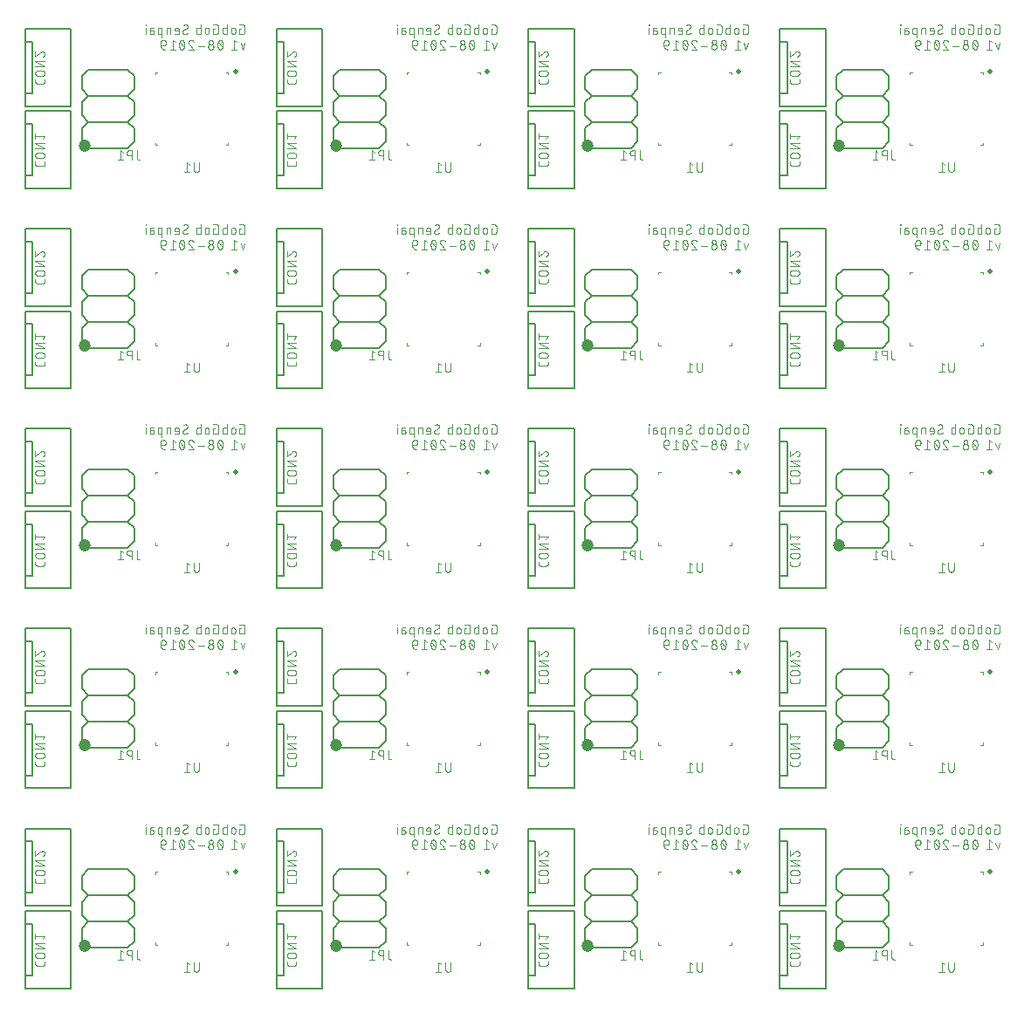
<source format=gbr>
G04 EAGLE Gerber RS-274X export*
G75*
%MOMM*%
%FSLAX34Y34*%
%LPD*%
%INSilkscreen Bottom*%
%IPPOS*%
%AMOC8*
5,1,8,0,0,1.08239X$1,22.5*%
G01*
%ADD10C,1.200000*%
%ADD11C,0.076200*%
%ADD12C,0.101600*%
%ADD13C,0.127000*%
%ADD14C,0.152400*%
%ADD15C,0.500000*%
%ADD16C,0.120000*%


D10*
X73000Y61000D03*
D11*
X223487Y174513D02*
X225026Y174513D01*
X223487Y174513D02*
X223487Y169381D01*
X226566Y169381D01*
X226656Y169383D01*
X226745Y169389D01*
X226834Y169399D01*
X226922Y169412D01*
X227010Y169430D01*
X227097Y169451D01*
X227183Y169476D01*
X227268Y169505D01*
X227352Y169537D01*
X227434Y169573D01*
X227514Y169613D01*
X227593Y169656D01*
X227669Y169703D01*
X227744Y169752D01*
X227816Y169805D01*
X227886Y169861D01*
X227953Y169920D01*
X228018Y169982D01*
X228080Y170047D01*
X228139Y170114D01*
X228195Y170184D01*
X228248Y170256D01*
X228297Y170331D01*
X228344Y170408D01*
X228387Y170486D01*
X228427Y170566D01*
X228463Y170648D01*
X228495Y170732D01*
X228524Y170817D01*
X228549Y170903D01*
X228570Y170990D01*
X228588Y171078D01*
X228601Y171166D01*
X228611Y171255D01*
X228617Y171344D01*
X228619Y171434D01*
X228619Y176566D01*
X228617Y176656D01*
X228611Y176745D01*
X228601Y176834D01*
X228588Y176922D01*
X228570Y177010D01*
X228549Y177097D01*
X228524Y177183D01*
X228495Y177268D01*
X228463Y177352D01*
X228427Y177434D01*
X228387Y177514D01*
X228344Y177593D01*
X228297Y177669D01*
X228248Y177744D01*
X228195Y177816D01*
X228139Y177886D01*
X228080Y177953D01*
X228018Y178018D01*
X227953Y178080D01*
X227886Y178139D01*
X227816Y178195D01*
X227744Y178248D01*
X227669Y178297D01*
X227593Y178344D01*
X227514Y178387D01*
X227434Y178427D01*
X227352Y178463D01*
X227268Y178495D01*
X227183Y178524D01*
X227097Y178549D01*
X227010Y178570D01*
X226922Y178588D01*
X226834Y178601D01*
X226745Y178611D01*
X226656Y178617D01*
X226566Y178619D01*
X223487Y178619D01*
X219406Y173487D02*
X219406Y171434D01*
X219406Y173487D02*
X219404Y173577D01*
X219398Y173666D01*
X219388Y173755D01*
X219375Y173843D01*
X219357Y173931D01*
X219336Y174018D01*
X219311Y174104D01*
X219282Y174189D01*
X219250Y174273D01*
X219214Y174355D01*
X219174Y174435D01*
X219131Y174514D01*
X219084Y174590D01*
X219035Y174665D01*
X218982Y174737D01*
X218926Y174807D01*
X218867Y174874D01*
X218805Y174939D01*
X218740Y175001D01*
X218673Y175060D01*
X218603Y175116D01*
X218531Y175169D01*
X218456Y175218D01*
X218380Y175265D01*
X218301Y175308D01*
X218221Y175348D01*
X218139Y175384D01*
X218055Y175416D01*
X217970Y175445D01*
X217884Y175470D01*
X217797Y175491D01*
X217709Y175509D01*
X217621Y175522D01*
X217532Y175532D01*
X217443Y175538D01*
X217353Y175540D01*
X217263Y175538D01*
X217174Y175532D01*
X217085Y175522D01*
X216997Y175509D01*
X216909Y175491D01*
X216822Y175470D01*
X216736Y175445D01*
X216651Y175416D01*
X216567Y175384D01*
X216485Y175348D01*
X216405Y175308D01*
X216327Y175265D01*
X216250Y175218D01*
X216175Y175169D01*
X216103Y175116D01*
X216033Y175060D01*
X215966Y175001D01*
X215901Y174939D01*
X215839Y174874D01*
X215780Y174807D01*
X215724Y174737D01*
X215671Y174665D01*
X215622Y174590D01*
X215575Y174514D01*
X215532Y174435D01*
X215492Y174355D01*
X215456Y174273D01*
X215424Y174189D01*
X215395Y174104D01*
X215370Y174018D01*
X215349Y173931D01*
X215331Y173843D01*
X215318Y173755D01*
X215308Y173666D01*
X215302Y173577D01*
X215300Y173487D01*
X215300Y171434D01*
X215302Y171344D01*
X215308Y171255D01*
X215318Y171166D01*
X215331Y171078D01*
X215349Y170990D01*
X215370Y170903D01*
X215395Y170817D01*
X215424Y170732D01*
X215456Y170648D01*
X215492Y170566D01*
X215532Y170486D01*
X215575Y170408D01*
X215622Y170331D01*
X215671Y170256D01*
X215724Y170184D01*
X215780Y170114D01*
X215839Y170047D01*
X215901Y169982D01*
X215966Y169920D01*
X216033Y169861D01*
X216103Y169805D01*
X216175Y169752D01*
X216250Y169703D01*
X216327Y169656D01*
X216405Y169613D01*
X216485Y169573D01*
X216567Y169537D01*
X216651Y169505D01*
X216736Y169476D01*
X216822Y169451D01*
X216909Y169430D01*
X216997Y169412D01*
X217085Y169399D01*
X217174Y169389D01*
X217263Y169383D01*
X217353Y169381D01*
X217443Y169383D01*
X217532Y169389D01*
X217621Y169399D01*
X217709Y169412D01*
X217797Y169430D01*
X217884Y169451D01*
X217970Y169476D01*
X218055Y169505D01*
X218139Y169537D01*
X218221Y169573D01*
X218301Y169613D01*
X218380Y169656D01*
X218456Y169703D01*
X218531Y169752D01*
X218603Y169805D01*
X218673Y169861D01*
X218740Y169920D01*
X218805Y169982D01*
X218867Y170047D01*
X218926Y170114D01*
X218982Y170184D01*
X219035Y170256D01*
X219084Y170331D01*
X219131Y170408D01*
X219174Y170486D01*
X219214Y170566D01*
X219250Y170648D01*
X219282Y170732D01*
X219311Y170817D01*
X219336Y170903D01*
X219357Y170990D01*
X219375Y171078D01*
X219388Y171166D01*
X219398Y171255D01*
X219404Y171344D01*
X219406Y171434D01*
X211261Y169381D02*
X211261Y178619D01*
X211261Y169381D02*
X208694Y169381D01*
X208618Y169383D01*
X208543Y169388D01*
X208468Y169398D01*
X208394Y169411D01*
X208320Y169427D01*
X208247Y169447D01*
X208175Y169471D01*
X208105Y169498D01*
X208036Y169529D01*
X207968Y169563D01*
X207902Y169600D01*
X207838Y169641D01*
X207777Y169684D01*
X207717Y169731D01*
X207660Y169780D01*
X207605Y169832D01*
X207553Y169887D01*
X207504Y169944D01*
X207457Y170004D01*
X207414Y170065D01*
X207373Y170129D01*
X207336Y170195D01*
X207302Y170263D01*
X207271Y170332D01*
X207244Y170402D01*
X207220Y170474D01*
X207200Y170547D01*
X207184Y170621D01*
X207171Y170695D01*
X207161Y170770D01*
X207156Y170845D01*
X207154Y170921D01*
X207155Y170921D02*
X207155Y174000D01*
X207154Y174000D02*
X207156Y174076D01*
X207161Y174151D01*
X207171Y174226D01*
X207184Y174300D01*
X207200Y174374D01*
X207220Y174447D01*
X207244Y174519D01*
X207271Y174589D01*
X207302Y174658D01*
X207336Y174726D01*
X207373Y174792D01*
X207414Y174856D01*
X207457Y174917D01*
X207504Y174977D01*
X207553Y175034D01*
X207605Y175089D01*
X207660Y175141D01*
X207717Y175190D01*
X207777Y175237D01*
X207838Y175280D01*
X207902Y175321D01*
X207968Y175358D01*
X208036Y175392D01*
X208105Y175423D01*
X208175Y175450D01*
X208247Y175474D01*
X208320Y175494D01*
X208394Y175510D01*
X208468Y175523D01*
X208543Y175533D01*
X208618Y175538D01*
X208694Y175540D01*
X211261Y175540D01*
X199527Y174513D02*
X197987Y174513D01*
X197987Y169381D01*
X201066Y169381D01*
X201156Y169383D01*
X201245Y169389D01*
X201334Y169399D01*
X201422Y169412D01*
X201510Y169430D01*
X201597Y169451D01*
X201683Y169476D01*
X201768Y169505D01*
X201852Y169537D01*
X201934Y169573D01*
X202014Y169613D01*
X202093Y169656D01*
X202169Y169703D01*
X202244Y169752D01*
X202316Y169805D01*
X202386Y169861D01*
X202453Y169920D01*
X202518Y169982D01*
X202580Y170047D01*
X202639Y170114D01*
X202695Y170184D01*
X202748Y170256D01*
X202797Y170331D01*
X202844Y170408D01*
X202887Y170486D01*
X202927Y170566D01*
X202963Y170648D01*
X202995Y170732D01*
X203024Y170817D01*
X203049Y170903D01*
X203070Y170990D01*
X203088Y171078D01*
X203101Y171166D01*
X203111Y171255D01*
X203117Y171344D01*
X203119Y171434D01*
X203119Y176566D01*
X203117Y176656D01*
X203111Y176745D01*
X203101Y176834D01*
X203088Y176922D01*
X203070Y177010D01*
X203049Y177097D01*
X203024Y177183D01*
X202995Y177268D01*
X202963Y177352D01*
X202927Y177434D01*
X202887Y177514D01*
X202844Y177593D01*
X202797Y177669D01*
X202748Y177744D01*
X202695Y177816D01*
X202639Y177886D01*
X202580Y177953D01*
X202518Y178018D01*
X202453Y178080D01*
X202386Y178139D01*
X202316Y178195D01*
X202244Y178248D01*
X202169Y178297D01*
X202093Y178344D01*
X202014Y178387D01*
X201934Y178427D01*
X201852Y178463D01*
X201768Y178495D01*
X201683Y178524D01*
X201597Y178549D01*
X201510Y178570D01*
X201422Y178588D01*
X201334Y178601D01*
X201245Y178611D01*
X201156Y178617D01*
X201066Y178619D01*
X197987Y178619D01*
X193906Y173487D02*
X193906Y171434D01*
X193906Y173487D02*
X193904Y173577D01*
X193898Y173666D01*
X193888Y173755D01*
X193875Y173843D01*
X193857Y173931D01*
X193836Y174018D01*
X193811Y174104D01*
X193782Y174189D01*
X193750Y174273D01*
X193714Y174355D01*
X193674Y174435D01*
X193631Y174514D01*
X193584Y174590D01*
X193535Y174665D01*
X193482Y174737D01*
X193426Y174807D01*
X193367Y174874D01*
X193305Y174939D01*
X193240Y175001D01*
X193173Y175060D01*
X193103Y175116D01*
X193031Y175169D01*
X192956Y175218D01*
X192880Y175265D01*
X192801Y175308D01*
X192721Y175348D01*
X192639Y175384D01*
X192555Y175416D01*
X192470Y175445D01*
X192384Y175470D01*
X192297Y175491D01*
X192209Y175509D01*
X192121Y175522D01*
X192032Y175532D01*
X191943Y175538D01*
X191853Y175540D01*
X191763Y175538D01*
X191674Y175532D01*
X191585Y175522D01*
X191497Y175509D01*
X191409Y175491D01*
X191322Y175470D01*
X191236Y175445D01*
X191151Y175416D01*
X191067Y175384D01*
X190985Y175348D01*
X190905Y175308D01*
X190827Y175265D01*
X190750Y175218D01*
X190675Y175169D01*
X190603Y175116D01*
X190533Y175060D01*
X190466Y175001D01*
X190401Y174939D01*
X190339Y174874D01*
X190280Y174807D01*
X190224Y174737D01*
X190171Y174665D01*
X190122Y174590D01*
X190075Y174514D01*
X190032Y174435D01*
X189992Y174355D01*
X189956Y174273D01*
X189924Y174189D01*
X189895Y174104D01*
X189870Y174018D01*
X189849Y173931D01*
X189831Y173843D01*
X189818Y173755D01*
X189808Y173666D01*
X189802Y173577D01*
X189800Y173487D01*
X189800Y171434D01*
X189802Y171344D01*
X189808Y171255D01*
X189818Y171166D01*
X189831Y171078D01*
X189849Y170990D01*
X189870Y170903D01*
X189895Y170817D01*
X189924Y170732D01*
X189956Y170648D01*
X189992Y170566D01*
X190032Y170486D01*
X190075Y170408D01*
X190122Y170331D01*
X190171Y170256D01*
X190224Y170184D01*
X190280Y170114D01*
X190339Y170047D01*
X190401Y169982D01*
X190466Y169920D01*
X190533Y169861D01*
X190603Y169805D01*
X190675Y169752D01*
X190750Y169703D01*
X190827Y169656D01*
X190905Y169613D01*
X190985Y169573D01*
X191067Y169537D01*
X191151Y169505D01*
X191236Y169476D01*
X191322Y169451D01*
X191409Y169430D01*
X191497Y169412D01*
X191585Y169399D01*
X191674Y169389D01*
X191763Y169383D01*
X191853Y169381D01*
X191943Y169383D01*
X192032Y169389D01*
X192121Y169399D01*
X192209Y169412D01*
X192297Y169430D01*
X192384Y169451D01*
X192470Y169476D01*
X192555Y169505D01*
X192639Y169537D01*
X192721Y169573D01*
X192801Y169613D01*
X192880Y169656D01*
X192956Y169703D01*
X193031Y169752D01*
X193103Y169805D01*
X193173Y169861D01*
X193240Y169920D01*
X193305Y169982D01*
X193367Y170047D01*
X193426Y170114D01*
X193482Y170184D01*
X193535Y170256D01*
X193584Y170331D01*
X193631Y170408D01*
X193674Y170486D01*
X193714Y170566D01*
X193750Y170648D01*
X193782Y170732D01*
X193811Y170817D01*
X193836Y170903D01*
X193857Y170990D01*
X193875Y171078D01*
X193888Y171166D01*
X193898Y171255D01*
X193904Y171344D01*
X193906Y171434D01*
X185761Y169381D02*
X185761Y178619D01*
X185761Y169381D02*
X183195Y169381D01*
X183119Y169383D01*
X183044Y169388D01*
X182969Y169398D01*
X182895Y169411D01*
X182821Y169427D01*
X182748Y169447D01*
X182676Y169471D01*
X182606Y169498D01*
X182537Y169529D01*
X182469Y169563D01*
X182403Y169600D01*
X182339Y169641D01*
X182278Y169684D01*
X182218Y169731D01*
X182161Y169780D01*
X182106Y169832D01*
X182054Y169887D01*
X182005Y169944D01*
X181958Y170004D01*
X181915Y170065D01*
X181874Y170129D01*
X181837Y170195D01*
X181803Y170263D01*
X181772Y170332D01*
X181745Y170402D01*
X181721Y170474D01*
X181701Y170547D01*
X181685Y170621D01*
X181672Y170695D01*
X181662Y170770D01*
X181657Y170845D01*
X181655Y170921D01*
X181655Y174000D01*
X181654Y174000D02*
X181656Y174076D01*
X181661Y174151D01*
X181671Y174226D01*
X181684Y174300D01*
X181700Y174374D01*
X181720Y174447D01*
X181744Y174519D01*
X181771Y174589D01*
X181802Y174658D01*
X181836Y174726D01*
X181873Y174792D01*
X181914Y174856D01*
X181957Y174917D01*
X182004Y174977D01*
X182053Y175034D01*
X182105Y175089D01*
X182160Y175141D01*
X182217Y175190D01*
X182277Y175237D01*
X182338Y175280D01*
X182402Y175321D01*
X182468Y175358D01*
X182536Y175392D01*
X182605Y175423D01*
X182675Y175450D01*
X182747Y175474D01*
X182820Y175494D01*
X182894Y175510D01*
X182968Y175523D01*
X183043Y175533D01*
X183118Y175538D01*
X183194Y175540D01*
X183195Y175540D02*
X185761Y175540D01*
X170340Y169381D02*
X170250Y169383D01*
X170161Y169389D01*
X170072Y169399D01*
X169984Y169412D01*
X169896Y169430D01*
X169809Y169451D01*
X169723Y169476D01*
X169638Y169505D01*
X169554Y169537D01*
X169472Y169573D01*
X169392Y169613D01*
X169314Y169656D01*
X169237Y169703D01*
X169162Y169752D01*
X169090Y169805D01*
X169020Y169861D01*
X168953Y169920D01*
X168888Y169982D01*
X168826Y170047D01*
X168767Y170114D01*
X168711Y170184D01*
X168658Y170256D01*
X168609Y170331D01*
X168562Y170407D01*
X168519Y170486D01*
X168479Y170566D01*
X168443Y170648D01*
X168411Y170732D01*
X168382Y170817D01*
X168357Y170903D01*
X168336Y170990D01*
X168318Y171077D01*
X168305Y171166D01*
X168295Y171255D01*
X168289Y171344D01*
X168287Y171434D01*
X170340Y169381D02*
X170467Y169383D01*
X170594Y169388D01*
X170720Y169398D01*
X170846Y169411D01*
X170972Y169427D01*
X171097Y169448D01*
X171222Y169472D01*
X171345Y169499D01*
X171468Y169530D01*
X171590Y169565D01*
X171711Y169603D01*
X171831Y169645D01*
X171949Y169691D01*
X172066Y169739D01*
X172182Y169792D01*
X172296Y169847D01*
X172408Y169906D01*
X172519Y169968D01*
X172628Y170033D01*
X172734Y170102D01*
X172839Y170173D01*
X172942Y170248D01*
X173042Y170326D01*
X173140Y170406D01*
X173236Y170489D01*
X173329Y170575D01*
X173419Y170664D01*
X173163Y176566D02*
X173161Y176656D01*
X173155Y176745D01*
X173145Y176834D01*
X173132Y176922D01*
X173114Y177010D01*
X173093Y177097D01*
X173068Y177183D01*
X173039Y177268D01*
X173007Y177352D01*
X172971Y177434D01*
X172931Y177514D01*
X172888Y177593D01*
X172841Y177669D01*
X172792Y177744D01*
X172739Y177816D01*
X172683Y177886D01*
X172624Y177953D01*
X172562Y178018D01*
X172497Y178080D01*
X172430Y178139D01*
X172360Y178195D01*
X172288Y178248D01*
X172213Y178297D01*
X172137Y178344D01*
X172058Y178387D01*
X171978Y178427D01*
X171896Y178463D01*
X171812Y178495D01*
X171727Y178524D01*
X171641Y178549D01*
X171554Y178570D01*
X171466Y178588D01*
X171378Y178601D01*
X171289Y178611D01*
X171200Y178617D01*
X171110Y178619D01*
X170986Y178617D01*
X170862Y178611D01*
X170739Y178601D01*
X170616Y178587D01*
X170493Y178569D01*
X170372Y178547D01*
X170250Y178522D01*
X170130Y178492D01*
X170011Y178459D01*
X169893Y178421D01*
X169776Y178380D01*
X169661Y178336D01*
X169547Y178287D01*
X169434Y178235D01*
X169324Y178179D01*
X169215Y178120D01*
X169108Y178057D01*
X169003Y177991D01*
X168901Y177922D01*
X168801Y177849D01*
X172137Y174770D02*
X172213Y174817D01*
X172288Y174868D01*
X172360Y174922D01*
X172430Y174979D01*
X172497Y175039D01*
X172562Y175102D01*
X172624Y175167D01*
X172683Y175235D01*
X172739Y175306D01*
X172792Y175379D01*
X172842Y175454D01*
X172888Y175532D01*
X172931Y175611D01*
X172971Y175692D01*
X173007Y175775D01*
X173039Y175859D01*
X173068Y175944D01*
X173093Y176031D01*
X173114Y176119D01*
X173132Y176207D01*
X173145Y176296D01*
X173155Y176386D01*
X173161Y176476D01*
X173163Y176566D01*
X169314Y173230D02*
X169237Y173183D01*
X169162Y173132D01*
X169090Y173078D01*
X169020Y173021D01*
X168953Y172961D01*
X168888Y172898D01*
X168826Y172833D01*
X168767Y172765D01*
X168711Y172694D01*
X168658Y172621D01*
X168608Y172546D01*
X168562Y172468D01*
X168519Y172389D01*
X168479Y172308D01*
X168443Y172225D01*
X168411Y172141D01*
X168382Y172056D01*
X168357Y171969D01*
X168336Y171882D01*
X168318Y171793D01*
X168305Y171704D01*
X168295Y171614D01*
X168289Y171524D01*
X168287Y171434D01*
X169313Y173230D02*
X172136Y174770D01*
X163266Y169381D02*
X160700Y169381D01*
X163266Y169381D02*
X163342Y169383D01*
X163417Y169388D01*
X163492Y169398D01*
X163566Y169411D01*
X163640Y169427D01*
X163713Y169447D01*
X163785Y169471D01*
X163855Y169498D01*
X163924Y169529D01*
X163992Y169563D01*
X164058Y169600D01*
X164122Y169641D01*
X164183Y169684D01*
X164243Y169731D01*
X164300Y169780D01*
X164355Y169832D01*
X164407Y169887D01*
X164456Y169944D01*
X164503Y170004D01*
X164546Y170065D01*
X164587Y170129D01*
X164624Y170195D01*
X164658Y170263D01*
X164689Y170332D01*
X164716Y170402D01*
X164740Y170474D01*
X164760Y170547D01*
X164776Y170621D01*
X164789Y170695D01*
X164799Y170770D01*
X164804Y170845D01*
X164806Y170921D01*
X164806Y173487D01*
X164804Y173577D01*
X164798Y173666D01*
X164788Y173755D01*
X164775Y173843D01*
X164757Y173931D01*
X164736Y174018D01*
X164711Y174104D01*
X164682Y174189D01*
X164650Y174273D01*
X164614Y174355D01*
X164574Y174435D01*
X164531Y174514D01*
X164484Y174590D01*
X164435Y174665D01*
X164382Y174737D01*
X164326Y174807D01*
X164267Y174874D01*
X164205Y174939D01*
X164140Y175001D01*
X164073Y175060D01*
X164003Y175116D01*
X163931Y175169D01*
X163856Y175218D01*
X163780Y175265D01*
X163701Y175308D01*
X163621Y175348D01*
X163539Y175384D01*
X163455Y175416D01*
X163370Y175445D01*
X163284Y175470D01*
X163197Y175491D01*
X163109Y175509D01*
X163021Y175522D01*
X162932Y175532D01*
X162843Y175538D01*
X162753Y175540D01*
X162663Y175538D01*
X162574Y175532D01*
X162485Y175522D01*
X162397Y175509D01*
X162309Y175491D01*
X162222Y175470D01*
X162136Y175445D01*
X162051Y175416D01*
X161967Y175384D01*
X161885Y175348D01*
X161805Y175308D01*
X161727Y175265D01*
X161650Y175218D01*
X161575Y175169D01*
X161503Y175116D01*
X161433Y175060D01*
X161366Y175001D01*
X161301Y174939D01*
X161239Y174874D01*
X161180Y174807D01*
X161124Y174737D01*
X161071Y174665D01*
X161022Y174590D01*
X160975Y174514D01*
X160932Y174435D01*
X160892Y174355D01*
X160856Y174273D01*
X160824Y174189D01*
X160795Y174104D01*
X160770Y174018D01*
X160749Y173931D01*
X160731Y173843D01*
X160718Y173755D01*
X160708Y173666D01*
X160702Y173577D01*
X160700Y173487D01*
X160700Y172460D01*
X164806Y172460D01*
X156706Y169381D02*
X156706Y175540D01*
X154140Y175540D01*
X154062Y175538D01*
X153984Y175532D01*
X153907Y175522D01*
X153830Y175508D01*
X153754Y175491D01*
X153679Y175469D01*
X153605Y175444D01*
X153533Y175415D01*
X153462Y175383D01*
X153393Y175346D01*
X153325Y175307D01*
X153260Y175264D01*
X153197Y175218D01*
X153137Y175168D01*
X153079Y175116D01*
X153024Y175061D01*
X152972Y175003D01*
X152922Y174943D01*
X152876Y174880D01*
X152833Y174815D01*
X152794Y174747D01*
X152757Y174678D01*
X152725Y174607D01*
X152696Y174535D01*
X152671Y174461D01*
X152649Y174386D01*
X152632Y174310D01*
X152618Y174233D01*
X152608Y174156D01*
X152602Y174078D01*
X152600Y174000D01*
X152600Y169381D01*
X148261Y166302D02*
X148261Y175540D01*
X145695Y175540D01*
X145617Y175538D01*
X145539Y175532D01*
X145462Y175522D01*
X145385Y175508D01*
X145309Y175491D01*
X145234Y175469D01*
X145160Y175444D01*
X145088Y175415D01*
X145017Y175383D01*
X144948Y175346D01*
X144880Y175307D01*
X144815Y175264D01*
X144752Y175218D01*
X144692Y175168D01*
X144634Y175116D01*
X144579Y175061D01*
X144527Y175003D01*
X144477Y174943D01*
X144431Y174880D01*
X144388Y174815D01*
X144349Y174747D01*
X144312Y174678D01*
X144280Y174607D01*
X144251Y174535D01*
X144226Y174461D01*
X144204Y174386D01*
X144187Y174310D01*
X144173Y174233D01*
X144163Y174156D01*
X144157Y174078D01*
X144155Y174000D01*
X144155Y170921D01*
X144157Y170845D01*
X144162Y170770D01*
X144172Y170695D01*
X144185Y170621D01*
X144201Y170547D01*
X144221Y170474D01*
X144245Y170402D01*
X144272Y170332D01*
X144303Y170263D01*
X144337Y170195D01*
X144374Y170129D01*
X144415Y170065D01*
X144458Y170004D01*
X144505Y169944D01*
X144554Y169887D01*
X144606Y169832D01*
X144661Y169780D01*
X144718Y169731D01*
X144778Y169684D01*
X144839Y169641D01*
X144903Y169600D01*
X144969Y169563D01*
X145037Y169529D01*
X145106Y169498D01*
X145176Y169471D01*
X145248Y169447D01*
X145321Y169427D01*
X145395Y169411D01*
X145469Y169398D01*
X145544Y169388D01*
X145619Y169383D01*
X145695Y169381D01*
X148261Y169381D01*
X138755Y172974D02*
X136445Y172974D01*
X138755Y172973D02*
X138838Y172971D01*
X138921Y172965D01*
X139003Y172956D01*
X139085Y172942D01*
X139166Y172925D01*
X139246Y172904D01*
X139326Y172880D01*
X139404Y172852D01*
X139480Y172820D01*
X139556Y172785D01*
X139629Y172746D01*
X139700Y172704D01*
X139770Y172659D01*
X139837Y172610D01*
X139902Y172559D01*
X139965Y172504D01*
X140025Y172447D01*
X140082Y172387D01*
X140137Y172324D01*
X140188Y172259D01*
X140237Y172192D01*
X140282Y172122D01*
X140324Y172051D01*
X140363Y171978D01*
X140398Y171902D01*
X140430Y171826D01*
X140458Y171748D01*
X140482Y171668D01*
X140503Y171588D01*
X140520Y171507D01*
X140534Y171425D01*
X140543Y171343D01*
X140549Y171260D01*
X140551Y171177D01*
X140549Y171094D01*
X140543Y171011D01*
X140534Y170929D01*
X140520Y170847D01*
X140503Y170766D01*
X140482Y170686D01*
X140458Y170606D01*
X140430Y170528D01*
X140398Y170452D01*
X140363Y170376D01*
X140324Y170303D01*
X140282Y170232D01*
X140237Y170162D01*
X140188Y170095D01*
X140137Y170030D01*
X140082Y169967D01*
X140025Y169907D01*
X139965Y169850D01*
X139902Y169795D01*
X139837Y169744D01*
X139770Y169695D01*
X139700Y169650D01*
X139629Y169608D01*
X139556Y169569D01*
X139480Y169534D01*
X139404Y169502D01*
X139326Y169474D01*
X139246Y169450D01*
X139166Y169429D01*
X139085Y169412D01*
X139003Y169398D01*
X138921Y169389D01*
X138838Y169383D01*
X138755Y169381D01*
X136445Y169381D01*
X136445Y174000D01*
X136447Y174076D01*
X136452Y174151D01*
X136462Y174226D01*
X136475Y174300D01*
X136491Y174374D01*
X136511Y174447D01*
X136535Y174519D01*
X136562Y174589D01*
X136593Y174658D01*
X136627Y174726D01*
X136664Y174792D01*
X136705Y174856D01*
X136748Y174917D01*
X136795Y174977D01*
X136844Y175034D01*
X136896Y175089D01*
X136951Y175141D01*
X137008Y175190D01*
X137068Y175237D01*
X137129Y175280D01*
X137193Y175321D01*
X137259Y175358D01*
X137327Y175392D01*
X137396Y175423D01*
X137466Y175450D01*
X137538Y175474D01*
X137611Y175494D01*
X137685Y175510D01*
X137759Y175523D01*
X137834Y175533D01*
X137909Y175538D01*
X137985Y175540D01*
X140038Y175540D01*
X132453Y175540D02*
X132453Y169381D01*
X132710Y178106D02*
X132710Y178619D01*
X132197Y178619D01*
X132197Y178106D01*
X132710Y178106D01*
X226566Y154381D02*
X228619Y160540D01*
X224513Y160540D02*
X226566Y154381D01*
X221032Y161566D02*
X218466Y163619D01*
X218466Y154381D01*
X221032Y154381D02*
X215900Y154381D01*
X207232Y159000D02*
X207230Y159182D01*
X207223Y159363D01*
X207212Y159545D01*
X207197Y159726D01*
X207178Y159907D01*
X207154Y160087D01*
X207126Y160266D01*
X207094Y160445D01*
X207057Y160623D01*
X207016Y160800D01*
X206971Y160976D01*
X206922Y161151D01*
X206868Y161325D01*
X206811Y161497D01*
X206749Y161668D01*
X206683Y161838D01*
X206614Y162006D01*
X206540Y162172D01*
X206462Y162336D01*
X206433Y162415D01*
X206401Y162492D01*
X206365Y162568D01*
X206326Y162643D01*
X206283Y162716D01*
X206237Y162786D01*
X206189Y162855D01*
X206137Y162921D01*
X206082Y162985D01*
X206025Y163046D01*
X205965Y163105D01*
X205902Y163162D01*
X205837Y163215D01*
X205770Y163265D01*
X205700Y163313D01*
X205629Y163357D01*
X205555Y163398D01*
X205480Y163436D01*
X205403Y163470D01*
X205325Y163501D01*
X205246Y163528D01*
X205165Y163552D01*
X205083Y163573D01*
X205001Y163589D01*
X204918Y163602D01*
X204834Y163612D01*
X204750Y163617D01*
X204666Y163619D01*
X204582Y163617D01*
X204498Y163612D01*
X204414Y163602D01*
X204331Y163589D01*
X204249Y163573D01*
X204167Y163552D01*
X204086Y163528D01*
X204007Y163501D01*
X203929Y163470D01*
X203852Y163436D01*
X203777Y163398D01*
X203703Y163357D01*
X203632Y163313D01*
X203562Y163265D01*
X203495Y163215D01*
X203430Y163162D01*
X203367Y163105D01*
X203307Y163047D01*
X203250Y162985D01*
X203195Y162921D01*
X203143Y162855D01*
X203095Y162786D01*
X203049Y162716D01*
X203006Y162643D01*
X202967Y162569D01*
X202931Y162492D01*
X202899Y162415D01*
X202870Y162336D01*
X202792Y162172D01*
X202718Y162006D01*
X202649Y161838D01*
X202583Y161668D01*
X202521Y161497D01*
X202464Y161325D01*
X202410Y161151D01*
X202361Y160976D01*
X202316Y160800D01*
X202275Y160623D01*
X202238Y160445D01*
X202206Y160266D01*
X202178Y160087D01*
X202154Y159907D01*
X202135Y159726D01*
X202120Y159545D01*
X202109Y159363D01*
X202102Y159182D01*
X202100Y159000D01*
X207232Y159000D02*
X207230Y158818D01*
X207223Y158637D01*
X207212Y158455D01*
X207197Y158274D01*
X207178Y158093D01*
X207154Y157913D01*
X207126Y157734D01*
X207094Y157555D01*
X207057Y157377D01*
X207016Y157200D01*
X206971Y157024D01*
X206922Y156849D01*
X206868Y156675D01*
X206811Y156503D01*
X206749Y156332D01*
X206683Y156162D01*
X206614Y155995D01*
X206540Y155828D01*
X206462Y155664D01*
X206433Y155585D01*
X206401Y155508D01*
X206365Y155431D01*
X206326Y155357D01*
X206283Y155284D01*
X206237Y155214D01*
X206189Y155145D01*
X206137Y155079D01*
X206082Y155015D01*
X206025Y154953D01*
X205965Y154895D01*
X205902Y154838D01*
X205837Y154785D01*
X205770Y154735D01*
X205700Y154687D01*
X205629Y154643D01*
X205555Y154602D01*
X205480Y154564D01*
X205403Y154530D01*
X205325Y154499D01*
X205246Y154472D01*
X205165Y154448D01*
X205083Y154427D01*
X205001Y154411D01*
X204918Y154398D01*
X204834Y154388D01*
X204750Y154383D01*
X204666Y154381D01*
X202870Y155664D02*
X202792Y155828D01*
X202718Y155994D01*
X202649Y156162D01*
X202583Y156332D01*
X202521Y156503D01*
X202464Y156675D01*
X202410Y156849D01*
X202361Y157024D01*
X202316Y157200D01*
X202275Y157377D01*
X202238Y157555D01*
X202206Y157734D01*
X202178Y157913D01*
X202154Y158093D01*
X202135Y158274D01*
X202120Y158455D01*
X202109Y158637D01*
X202102Y158818D01*
X202100Y159000D01*
X202870Y155664D02*
X202899Y155585D01*
X202931Y155508D01*
X202967Y155431D01*
X203006Y155357D01*
X203049Y155284D01*
X203095Y155214D01*
X203143Y155145D01*
X203195Y155079D01*
X203250Y155015D01*
X203307Y154953D01*
X203367Y154895D01*
X203430Y154838D01*
X203495Y154785D01*
X203562Y154735D01*
X203632Y154687D01*
X203703Y154643D01*
X203777Y154602D01*
X203852Y154564D01*
X203929Y154530D01*
X204007Y154499D01*
X204086Y154472D01*
X204167Y154448D01*
X204249Y154427D01*
X204331Y154411D01*
X204414Y154398D01*
X204498Y154388D01*
X204582Y154383D01*
X204666Y154381D01*
X206719Y156434D02*
X202613Y161566D01*
X198232Y156947D02*
X198230Y157046D01*
X198224Y157146D01*
X198215Y157245D01*
X198201Y157343D01*
X198184Y157441D01*
X198163Y157539D01*
X198138Y157635D01*
X198109Y157730D01*
X198077Y157825D01*
X198041Y157917D01*
X198002Y158009D01*
X197959Y158099D01*
X197913Y158187D01*
X197863Y158273D01*
X197810Y158357D01*
X197754Y158439D01*
X197694Y158519D01*
X197632Y158596D01*
X197566Y158671D01*
X197498Y158744D01*
X197427Y158813D01*
X197353Y158880D01*
X197277Y158944D01*
X197198Y159005D01*
X197117Y159063D01*
X197034Y159118D01*
X196949Y159169D01*
X196862Y159217D01*
X196773Y159262D01*
X196682Y159303D01*
X196590Y159341D01*
X196497Y159375D01*
X196402Y159405D01*
X196306Y159432D01*
X196209Y159455D01*
X196112Y159474D01*
X196013Y159489D01*
X195914Y159501D01*
X195815Y159509D01*
X195716Y159513D01*
X195616Y159513D01*
X195517Y159509D01*
X195418Y159501D01*
X195319Y159489D01*
X195220Y159474D01*
X195123Y159455D01*
X195026Y159432D01*
X194930Y159405D01*
X194835Y159375D01*
X194742Y159341D01*
X194650Y159303D01*
X194559Y159262D01*
X194470Y159217D01*
X194383Y159169D01*
X194298Y159118D01*
X194215Y159063D01*
X194134Y159005D01*
X194055Y158944D01*
X193979Y158880D01*
X193905Y158813D01*
X193834Y158744D01*
X193766Y158671D01*
X193700Y158596D01*
X193638Y158519D01*
X193578Y158439D01*
X193522Y158357D01*
X193469Y158273D01*
X193419Y158187D01*
X193373Y158099D01*
X193330Y158009D01*
X193291Y157917D01*
X193255Y157825D01*
X193223Y157730D01*
X193194Y157635D01*
X193169Y157539D01*
X193148Y157441D01*
X193131Y157343D01*
X193117Y157245D01*
X193108Y157146D01*
X193102Y157046D01*
X193100Y156947D01*
X193102Y156848D01*
X193108Y156748D01*
X193117Y156649D01*
X193131Y156551D01*
X193148Y156453D01*
X193169Y156355D01*
X193194Y156259D01*
X193223Y156164D01*
X193255Y156069D01*
X193291Y155977D01*
X193330Y155885D01*
X193373Y155795D01*
X193419Y155707D01*
X193469Y155621D01*
X193522Y155537D01*
X193578Y155455D01*
X193638Y155375D01*
X193700Y155298D01*
X193766Y155223D01*
X193834Y155150D01*
X193905Y155081D01*
X193979Y155014D01*
X194055Y154950D01*
X194134Y154889D01*
X194215Y154831D01*
X194298Y154776D01*
X194383Y154725D01*
X194470Y154677D01*
X194559Y154632D01*
X194650Y154591D01*
X194742Y154553D01*
X194835Y154519D01*
X194930Y154489D01*
X195026Y154462D01*
X195123Y154439D01*
X195220Y154420D01*
X195319Y154405D01*
X195418Y154393D01*
X195517Y154385D01*
X195616Y154381D01*
X195716Y154381D01*
X195815Y154385D01*
X195914Y154393D01*
X196013Y154405D01*
X196112Y154420D01*
X196209Y154439D01*
X196306Y154462D01*
X196402Y154489D01*
X196497Y154519D01*
X196590Y154553D01*
X196682Y154591D01*
X196773Y154632D01*
X196862Y154677D01*
X196949Y154725D01*
X197034Y154776D01*
X197117Y154831D01*
X197198Y154889D01*
X197277Y154950D01*
X197353Y155014D01*
X197427Y155081D01*
X197498Y155150D01*
X197566Y155223D01*
X197632Y155298D01*
X197694Y155375D01*
X197754Y155455D01*
X197810Y155537D01*
X197863Y155621D01*
X197913Y155707D01*
X197959Y155795D01*
X198002Y155885D01*
X198041Y155977D01*
X198077Y156069D01*
X198109Y156164D01*
X198138Y156259D01*
X198163Y156355D01*
X198184Y156453D01*
X198201Y156551D01*
X198215Y156649D01*
X198224Y156748D01*
X198230Y156848D01*
X198232Y156947D01*
X197719Y161566D02*
X197717Y161656D01*
X197711Y161745D01*
X197701Y161834D01*
X197688Y161922D01*
X197670Y162010D01*
X197649Y162097D01*
X197624Y162183D01*
X197595Y162268D01*
X197563Y162352D01*
X197527Y162434D01*
X197487Y162514D01*
X197444Y162593D01*
X197397Y162669D01*
X197348Y162744D01*
X197295Y162816D01*
X197239Y162886D01*
X197180Y162953D01*
X197118Y163018D01*
X197053Y163080D01*
X196986Y163139D01*
X196916Y163195D01*
X196844Y163248D01*
X196769Y163297D01*
X196693Y163344D01*
X196614Y163387D01*
X196534Y163427D01*
X196452Y163463D01*
X196368Y163495D01*
X196283Y163524D01*
X196197Y163549D01*
X196110Y163570D01*
X196022Y163588D01*
X195934Y163601D01*
X195845Y163611D01*
X195756Y163617D01*
X195666Y163619D01*
X195576Y163617D01*
X195487Y163611D01*
X195398Y163601D01*
X195310Y163588D01*
X195222Y163570D01*
X195135Y163549D01*
X195049Y163524D01*
X194964Y163495D01*
X194880Y163463D01*
X194798Y163427D01*
X194718Y163387D01*
X194640Y163344D01*
X194563Y163297D01*
X194488Y163248D01*
X194416Y163195D01*
X194346Y163139D01*
X194279Y163080D01*
X194214Y163018D01*
X194152Y162953D01*
X194093Y162886D01*
X194037Y162816D01*
X193984Y162744D01*
X193935Y162669D01*
X193888Y162593D01*
X193845Y162514D01*
X193805Y162434D01*
X193769Y162352D01*
X193737Y162268D01*
X193708Y162183D01*
X193683Y162097D01*
X193662Y162010D01*
X193644Y161922D01*
X193631Y161834D01*
X193621Y161745D01*
X193615Y161656D01*
X193613Y161566D01*
X193615Y161476D01*
X193621Y161387D01*
X193631Y161298D01*
X193644Y161210D01*
X193662Y161122D01*
X193683Y161035D01*
X193708Y160949D01*
X193737Y160864D01*
X193769Y160780D01*
X193805Y160698D01*
X193845Y160618D01*
X193888Y160540D01*
X193935Y160463D01*
X193984Y160388D01*
X194037Y160316D01*
X194093Y160246D01*
X194152Y160179D01*
X194214Y160114D01*
X194279Y160052D01*
X194346Y159993D01*
X194416Y159937D01*
X194488Y159884D01*
X194563Y159835D01*
X194640Y159788D01*
X194718Y159745D01*
X194798Y159705D01*
X194880Y159669D01*
X194964Y159637D01*
X195049Y159608D01*
X195135Y159583D01*
X195222Y159562D01*
X195310Y159544D01*
X195398Y159531D01*
X195487Y159521D01*
X195576Y159515D01*
X195666Y159513D01*
X195756Y159515D01*
X195845Y159521D01*
X195934Y159531D01*
X196022Y159544D01*
X196110Y159562D01*
X196197Y159583D01*
X196283Y159608D01*
X196368Y159637D01*
X196452Y159669D01*
X196534Y159705D01*
X196614Y159745D01*
X196693Y159788D01*
X196769Y159835D01*
X196844Y159884D01*
X196916Y159937D01*
X196986Y159993D01*
X197053Y160052D01*
X197118Y160114D01*
X197180Y160179D01*
X197239Y160246D01*
X197295Y160316D01*
X197348Y160388D01*
X197397Y160463D01*
X197444Y160540D01*
X197487Y160618D01*
X197527Y160698D01*
X197563Y160780D01*
X197595Y160864D01*
X197624Y160949D01*
X197649Y161035D01*
X197670Y161122D01*
X197688Y161210D01*
X197701Y161298D01*
X197711Y161387D01*
X197717Y161476D01*
X197719Y161566D01*
X189146Y157974D02*
X182987Y157974D01*
X176210Y163619D02*
X176115Y163617D01*
X176019Y163611D01*
X175924Y163601D01*
X175830Y163587D01*
X175736Y163570D01*
X175643Y163548D01*
X175551Y163523D01*
X175460Y163494D01*
X175370Y163461D01*
X175282Y163424D01*
X175195Y163384D01*
X175111Y163341D01*
X175028Y163293D01*
X174947Y163243D01*
X174868Y163189D01*
X174791Y163132D01*
X174717Y163072D01*
X174645Y163009D01*
X174577Y162942D01*
X174510Y162874D01*
X174447Y162802D01*
X174387Y162728D01*
X174330Y162651D01*
X174276Y162572D01*
X174226Y162491D01*
X174178Y162408D01*
X174135Y162324D01*
X174095Y162237D01*
X174058Y162149D01*
X174025Y162059D01*
X173996Y161968D01*
X173971Y161876D01*
X173949Y161783D01*
X173932Y161689D01*
X173918Y161595D01*
X173908Y161500D01*
X173902Y161404D01*
X173900Y161309D01*
X176210Y163619D02*
X176317Y163617D01*
X176423Y163611D01*
X176529Y163602D01*
X176635Y163588D01*
X176740Y163571D01*
X176845Y163550D01*
X176948Y163526D01*
X177051Y163497D01*
X177153Y163465D01*
X177253Y163430D01*
X177352Y163390D01*
X177450Y163347D01*
X177546Y163301D01*
X177640Y163251D01*
X177733Y163198D01*
X177823Y163142D01*
X177912Y163082D01*
X177998Y163020D01*
X178082Y162954D01*
X178163Y162885D01*
X178242Y162814D01*
X178319Y162739D01*
X178392Y162662D01*
X178463Y162582D01*
X178531Y162500D01*
X178596Y162416D01*
X178658Y162329D01*
X178716Y162240D01*
X178772Y162149D01*
X178824Y162056D01*
X178873Y161961D01*
X178918Y161864D01*
X178960Y161766D01*
X178998Y161667D01*
X179033Y161566D01*
X174671Y159513D02*
X174603Y159580D01*
X174537Y159650D01*
X174475Y159723D01*
X174415Y159797D01*
X174358Y159874D01*
X174304Y159953D01*
X174254Y160034D01*
X174206Y160117D01*
X174162Y160202D01*
X174121Y160288D01*
X174083Y160376D01*
X174049Y160465D01*
X174018Y160556D01*
X173991Y160648D01*
X173967Y160740D01*
X173947Y160834D01*
X173930Y160928D01*
X173918Y161023D01*
X173908Y161118D01*
X173903Y161213D01*
X173901Y161309D01*
X174670Y159513D02*
X179032Y154381D01*
X173900Y154381D01*
X170032Y159000D02*
X170030Y159182D01*
X170023Y159363D01*
X170012Y159545D01*
X169997Y159726D01*
X169978Y159907D01*
X169954Y160087D01*
X169926Y160266D01*
X169894Y160445D01*
X169857Y160623D01*
X169816Y160800D01*
X169771Y160976D01*
X169722Y161151D01*
X169668Y161325D01*
X169611Y161497D01*
X169549Y161668D01*
X169483Y161838D01*
X169414Y162006D01*
X169340Y162172D01*
X169262Y162336D01*
X169233Y162415D01*
X169201Y162492D01*
X169165Y162568D01*
X169126Y162643D01*
X169083Y162716D01*
X169037Y162786D01*
X168989Y162855D01*
X168937Y162921D01*
X168882Y162985D01*
X168825Y163046D01*
X168765Y163105D01*
X168702Y163162D01*
X168637Y163215D01*
X168570Y163265D01*
X168500Y163313D01*
X168429Y163357D01*
X168355Y163398D01*
X168280Y163436D01*
X168203Y163470D01*
X168125Y163501D01*
X168046Y163528D01*
X167965Y163552D01*
X167883Y163573D01*
X167801Y163589D01*
X167718Y163602D01*
X167634Y163612D01*
X167550Y163617D01*
X167466Y163619D01*
X167382Y163617D01*
X167298Y163612D01*
X167214Y163602D01*
X167131Y163589D01*
X167049Y163573D01*
X166967Y163552D01*
X166886Y163528D01*
X166807Y163501D01*
X166729Y163470D01*
X166652Y163436D01*
X166577Y163398D01*
X166503Y163357D01*
X166432Y163313D01*
X166362Y163265D01*
X166295Y163215D01*
X166230Y163162D01*
X166167Y163105D01*
X166107Y163047D01*
X166050Y162985D01*
X165995Y162921D01*
X165943Y162855D01*
X165895Y162786D01*
X165849Y162716D01*
X165806Y162643D01*
X165767Y162569D01*
X165731Y162492D01*
X165699Y162415D01*
X165670Y162336D01*
X165592Y162172D01*
X165518Y162006D01*
X165449Y161838D01*
X165383Y161668D01*
X165321Y161497D01*
X165264Y161325D01*
X165210Y161151D01*
X165161Y160976D01*
X165116Y160800D01*
X165075Y160623D01*
X165038Y160445D01*
X165006Y160266D01*
X164978Y160087D01*
X164954Y159907D01*
X164935Y159726D01*
X164920Y159545D01*
X164909Y159363D01*
X164902Y159182D01*
X164900Y159000D01*
X170032Y159000D02*
X170030Y158818D01*
X170023Y158637D01*
X170012Y158455D01*
X169997Y158274D01*
X169978Y158093D01*
X169954Y157913D01*
X169926Y157734D01*
X169894Y157555D01*
X169857Y157377D01*
X169816Y157200D01*
X169771Y157024D01*
X169722Y156849D01*
X169668Y156675D01*
X169611Y156503D01*
X169549Y156332D01*
X169483Y156162D01*
X169414Y155995D01*
X169340Y155828D01*
X169262Y155664D01*
X169233Y155585D01*
X169201Y155508D01*
X169165Y155431D01*
X169126Y155357D01*
X169083Y155284D01*
X169037Y155214D01*
X168989Y155145D01*
X168937Y155079D01*
X168882Y155015D01*
X168825Y154953D01*
X168765Y154895D01*
X168702Y154838D01*
X168637Y154785D01*
X168570Y154735D01*
X168500Y154687D01*
X168429Y154643D01*
X168355Y154602D01*
X168280Y154564D01*
X168203Y154530D01*
X168125Y154499D01*
X168046Y154472D01*
X167965Y154448D01*
X167883Y154427D01*
X167801Y154411D01*
X167718Y154398D01*
X167634Y154388D01*
X167550Y154383D01*
X167466Y154381D01*
X165670Y155664D02*
X165592Y155828D01*
X165518Y155994D01*
X165449Y156162D01*
X165383Y156332D01*
X165321Y156503D01*
X165264Y156675D01*
X165210Y156849D01*
X165161Y157024D01*
X165116Y157200D01*
X165075Y157377D01*
X165038Y157555D01*
X165006Y157734D01*
X164978Y157913D01*
X164954Y158093D01*
X164935Y158274D01*
X164920Y158455D01*
X164909Y158637D01*
X164902Y158818D01*
X164900Y159000D01*
X165670Y155664D02*
X165699Y155585D01*
X165731Y155508D01*
X165767Y155431D01*
X165806Y155357D01*
X165849Y155284D01*
X165895Y155214D01*
X165943Y155145D01*
X165995Y155079D01*
X166050Y155015D01*
X166107Y154953D01*
X166167Y154895D01*
X166230Y154838D01*
X166295Y154785D01*
X166362Y154735D01*
X166432Y154687D01*
X166503Y154643D01*
X166577Y154602D01*
X166652Y154564D01*
X166729Y154530D01*
X166807Y154499D01*
X166886Y154472D01*
X166967Y154448D01*
X167049Y154427D01*
X167131Y154411D01*
X167214Y154398D01*
X167298Y154388D01*
X167382Y154383D01*
X167466Y154381D01*
X169519Y156434D02*
X165413Y161566D01*
X161032Y161566D02*
X158466Y163619D01*
X158466Y154381D01*
X161032Y154381D02*
X155900Y154381D01*
X149980Y158487D02*
X146900Y158487D01*
X149980Y158487D02*
X150070Y158489D01*
X150159Y158495D01*
X150248Y158505D01*
X150337Y158518D01*
X150424Y158536D01*
X150511Y158557D01*
X150597Y158582D01*
X150682Y158611D01*
X150766Y158643D01*
X150848Y158679D01*
X150928Y158719D01*
X151007Y158762D01*
X151083Y158809D01*
X151158Y158858D01*
X151230Y158911D01*
X151300Y158967D01*
X151367Y159026D01*
X151432Y159088D01*
X151494Y159153D01*
X151553Y159220D01*
X151609Y159290D01*
X151662Y159362D01*
X151711Y159437D01*
X151758Y159514D01*
X151801Y159592D01*
X151841Y159672D01*
X151877Y159754D01*
X151909Y159838D01*
X151938Y159923D01*
X151963Y160009D01*
X151984Y160096D01*
X152002Y160184D01*
X152015Y160272D01*
X152025Y160361D01*
X152031Y160450D01*
X152033Y160540D01*
X152032Y160540D02*
X152032Y161053D01*
X152030Y161152D01*
X152024Y161252D01*
X152015Y161351D01*
X152001Y161449D01*
X151984Y161547D01*
X151963Y161645D01*
X151938Y161741D01*
X151909Y161836D01*
X151877Y161931D01*
X151841Y162023D01*
X151802Y162115D01*
X151759Y162205D01*
X151713Y162293D01*
X151663Y162379D01*
X151610Y162463D01*
X151554Y162545D01*
X151494Y162625D01*
X151432Y162702D01*
X151366Y162777D01*
X151298Y162850D01*
X151227Y162919D01*
X151153Y162986D01*
X151077Y163050D01*
X150998Y163111D01*
X150917Y163169D01*
X150834Y163224D01*
X150749Y163275D01*
X150662Y163323D01*
X150573Y163368D01*
X150482Y163409D01*
X150390Y163447D01*
X150297Y163481D01*
X150202Y163511D01*
X150106Y163538D01*
X150009Y163561D01*
X149912Y163580D01*
X149813Y163595D01*
X149714Y163607D01*
X149615Y163615D01*
X149516Y163619D01*
X149416Y163619D01*
X149317Y163615D01*
X149218Y163607D01*
X149119Y163595D01*
X149020Y163580D01*
X148923Y163561D01*
X148826Y163538D01*
X148730Y163511D01*
X148635Y163481D01*
X148542Y163447D01*
X148450Y163409D01*
X148359Y163368D01*
X148270Y163323D01*
X148183Y163275D01*
X148098Y163224D01*
X148015Y163169D01*
X147934Y163111D01*
X147855Y163050D01*
X147779Y162986D01*
X147705Y162919D01*
X147634Y162850D01*
X147566Y162777D01*
X147500Y162702D01*
X147438Y162625D01*
X147378Y162545D01*
X147322Y162463D01*
X147269Y162379D01*
X147219Y162293D01*
X147173Y162205D01*
X147130Y162115D01*
X147091Y162023D01*
X147055Y161931D01*
X147023Y161836D01*
X146994Y161741D01*
X146969Y161645D01*
X146948Y161547D01*
X146931Y161449D01*
X146917Y161351D01*
X146908Y161252D01*
X146902Y161152D01*
X146900Y161053D01*
X146900Y158487D01*
X146902Y158361D01*
X146908Y158234D01*
X146918Y158108D01*
X146931Y157982D01*
X146949Y157857D01*
X146970Y157733D01*
X146995Y157609D01*
X147024Y157485D01*
X147057Y157363D01*
X147093Y157242D01*
X147133Y157122D01*
X147177Y157004D01*
X147225Y156887D01*
X147276Y156771D01*
X147330Y156657D01*
X147389Y156544D01*
X147450Y156434D01*
X147515Y156325D01*
X147583Y156219D01*
X147655Y156115D01*
X147729Y156013D01*
X147807Y155913D01*
X147888Y155816D01*
X147972Y155721D01*
X148058Y155629D01*
X148148Y155539D01*
X148240Y155453D01*
X148335Y155369D01*
X148432Y155288D01*
X148532Y155210D01*
X148634Y155136D01*
X148738Y155064D01*
X148844Y154996D01*
X148953Y154931D01*
X149063Y154870D01*
X149176Y154811D01*
X149290Y154757D01*
X149406Y154706D01*
X149523Y154658D01*
X149641Y154614D01*
X149761Y154574D01*
X149882Y154538D01*
X150005Y154505D01*
X150128Y154476D01*
X150252Y154451D01*
X150376Y154430D01*
X150501Y154412D01*
X150627Y154399D01*
X150753Y154389D01*
X150880Y154383D01*
X151006Y154381D01*
X25381Y45477D02*
X25381Y43424D01*
X25383Y43334D01*
X25389Y43245D01*
X25399Y43156D01*
X25412Y43068D01*
X25430Y42980D01*
X25451Y42893D01*
X25476Y42807D01*
X25505Y42722D01*
X25537Y42638D01*
X25573Y42556D01*
X25613Y42476D01*
X25656Y42398D01*
X25703Y42321D01*
X25752Y42246D01*
X25805Y42174D01*
X25861Y42104D01*
X25920Y42037D01*
X25982Y41972D01*
X26047Y41910D01*
X26114Y41851D01*
X26184Y41795D01*
X26256Y41742D01*
X26331Y41693D01*
X26407Y41646D01*
X26486Y41603D01*
X26566Y41563D01*
X26648Y41527D01*
X26732Y41495D01*
X26817Y41466D01*
X26903Y41441D01*
X26990Y41420D01*
X27078Y41402D01*
X27166Y41389D01*
X27255Y41379D01*
X27344Y41373D01*
X27434Y41371D01*
X32566Y41371D01*
X32656Y41373D01*
X32745Y41379D01*
X32834Y41389D01*
X32922Y41402D01*
X33010Y41420D01*
X33097Y41441D01*
X33183Y41466D01*
X33268Y41495D01*
X33352Y41527D01*
X33434Y41563D01*
X33514Y41603D01*
X33592Y41646D01*
X33669Y41693D01*
X33744Y41742D01*
X33816Y41795D01*
X33886Y41851D01*
X33953Y41910D01*
X34018Y41972D01*
X34080Y42037D01*
X34139Y42104D01*
X34195Y42174D01*
X34248Y42246D01*
X34297Y42321D01*
X34344Y42397D01*
X34387Y42476D01*
X34427Y42556D01*
X34463Y42638D01*
X34495Y42722D01*
X34524Y42807D01*
X34549Y42893D01*
X34570Y42980D01*
X34588Y43067D01*
X34601Y43156D01*
X34611Y43245D01*
X34617Y43334D01*
X34619Y43424D01*
X34619Y45477D01*
X32053Y48897D02*
X27947Y48897D01*
X32053Y48897D02*
X32152Y48899D01*
X32252Y48905D01*
X32351Y48914D01*
X32449Y48928D01*
X32547Y48945D01*
X32645Y48966D01*
X32741Y48991D01*
X32836Y49020D01*
X32931Y49052D01*
X33023Y49088D01*
X33115Y49127D01*
X33205Y49170D01*
X33293Y49216D01*
X33379Y49266D01*
X33463Y49319D01*
X33545Y49375D01*
X33625Y49435D01*
X33702Y49497D01*
X33777Y49563D01*
X33850Y49631D01*
X33919Y49702D01*
X33986Y49776D01*
X34050Y49852D01*
X34111Y49931D01*
X34169Y50012D01*
X34224Y50095D01*
X34275Y50180D01*
X34323Y50267D01*
X34368Y50356D01*
X34409Y50447D01*
X34447Y50539D01*
X34481Y50632D01*
X34511Y50727D01*
X34538Y50823D01*
X34561Y50920D01*
X34580Y51017D01*
X34595Y51116D01*
X34607Y51215D01*
X34615Y51314D01*
X34619Y51413D01*
X34619Y51513D01*
X34615Y51612D01*
X34607Y51711D01*
X34595Y51810D01*
X34580Y51909D01*
X34561Y52006D01*
X34538Y52103D01*
X34511Y52199D01*
X34481Y52294D01*
X34447Y52387D01*
X34409Y52479D01*
X34368Y52570D01*
X34323Y52659D01*
X34275Y52746D01*
X34224Y52831D01*
X34169Y52914D01*
X34111Y52995D01*
X34050Y53074D01*
X33986Y53150D01*
X33919Y53224D01*
X33850Y53295D01*
X33777Y53363D01*
X33702Y53429D01*
X33625Y53491D01*
X33545Y53551D01*
X33463Y53607D01*
X33379Y53660D01*
X33293Y53710D01*
X33205Y53756D01*
X33115Y53799D01*
X33023Y53838D01*
X32931Y53874D01*
X32836Y53906D01*
X32741Y53935D01*
X32645Y53960D01*
X32547Y53981D01*
X32449Y53998D01*
X32351Y54012D01*
X32252Y54021D01*
X32152Y54027D01*
X32053Y54029D01*
X27947Y54029D01*
X27848Y54027D01*
X27748Y54021D01*
X27649Y54012D01*
X27551Y53998D01*
X27453Y53981D01*
X27355Y53960D01*
X27259Y53935D01*
X27164Y53906D01*
X27069Y53874D01*
X26977Y53838D01*
X26885Y53799D01*
X26795Y53756D01*
X26707Y53710D01*
X26621Y53660D01*
X26537Y53607D01*
X26455Y53551D01*
X26375Y53491D01*
X26298Y53429D01*
X26223Y53363D01*
X26150Y53295D01*
X26081Y53224D01*
X26014Y53150D01*
X25950Y53074D01*
X25889Y52995D01*
X25831Y52914D01*
X25776Y52831D01*
X25725Y52746D01*
X25677Y52659D01*
X25632Y52570D01*
X25591Y52479D01*
X25553Y52387D01*
X25519Y52294D01*
X25489Y52199D01*
X25462Y52103D01*
X25439Y52006D01*
X25420Y51909D01*
X25405Y51810D01*
X25393Y51711D01*
X25385Y51612D01*
X25381Y51513D01*
X25381Y51413D01*
X25385Y51314D01*
X25393Y51215D01*
X25405Y51116D01*
X25420Y51017D01*
X25439Y50920D01*
X25462Y50823D01*
X25489Y50727D01*
X25519Y50632D01*
X25553Y50539D01*
X25591Y50447D01*
X25632Y50356D01*
X25677Y50267D01*
X25725Y50180D01*
X25776Y50095D01*
X25831Y50012D01*
X25889Y49931D01*
X25950Y49852D01*
X26014Y49776D01*
X26081Y49702D01*
X26150Y49631D01*
X26223Y49563D01*
X26298Y49497D01*
X26375Y49435D01*
X26455Y49375D01*
X26537Y49319D01*
X26621Y49266D01*
X26707Y49216D01*
X26795Y49170D01*
X26885Y49127D01*
X26977Y49088D01*
X27069Y49052D01*
X27164Y49020D01*
X27259Y48991D01*
X27355Y48966D01*
X27453Y48945D01*
X27551Y48928D01*
X27649Y48914D01*
X27748Y48905D01*
X27848Y48899D01*
X27947Y48897D01*
X25381Y58197D02*
X34619Y58197D01*
X25381Y63329D01*
X34619Y63329D01*
X32566Y67497D02*
X34619Y70063D01*
X25381Y70063D01*
X25381Y67497D02*
X25381Y72629D01*
X25381Y123424D02*
X25381Y125477D01*
X25381Y123424D02*
X25383Y123334D01*
X25389Y123245D01*
X25399Y123156D01*
X25412Y123068D01*
X25430Y122980D01*
X25451Y122893D01*
X25476Y122807D01*
X25505Y122722D01*
X25537Y122638D01*
X25573Y122556D01*
X25613Y122476D01*
X25656Y122398D01*
X25703Y122321D01*
X25752Y122246D01*
X25805Y122174D01*
X25861Y122104D01*
X25920Y122037D01*
X25982Y121972D01*
X26047Y121910D01*
X26114Y121851D01*
X26184Y121795D01*
X26256Y121742D01*
X26331Y121693D01*
X26407Y121646D01*
X26486Y121603D01*
X26566Y121563D01*
X26648Y121527D01*
X26732Y121495D01*
X26817Y121466D01*
X26903Y121441D01*
X26990Y121420D01*
X27078Y121402D01*
X27166Y121389D01*
X27255Y121379D01*
X27344Y121373D01*
X27434Y121371D01*
X32566Y121371D01*
X32656Y121373D01*
X32745Y121379D01*
X32834Y121389D01*
X32922Y121402D01*
X33010Y121420D01*
X33097Y121441D01*
X33183Y121466D01*
X33268Y121495D01*
X33352Y121527D01*
X33434Y121563D01*
X33514Y121603D01*
X33592Y121646D01*
X33669Y121693D01*
X33744Y121742D01*
X33816Y121795D01*
X33886Y121851D01*
X33953Y121910D01*
X34018Y121972D01*
X34080Y122037D01*
X34139Y122104D01*
X34195Y122174D01*
X34248Y122246D01*
X34297Y122321D01*
X34344Y122397D01*
X34387Y122476D01*
X34427Y122556D01*
X34463Y122638D01*
X34495Y122722D01*
X34524Y122807D01*
X34549Y122893D01*
X34570Y122980D01*
X34588Y123067D01*
X34601Y123156D01*
X34611Y123245D01*
X34617Y123334D01*
X34619Y123424D01*
X34619Y125477D01*
X32053Y128897D02*
X27947Y128897D01*
X32053Y128897D02*
X32152Y128899D01*
X32252Y128905D01*
X32351Y128914D01*
X32449Y128928D01*
X32547Y128945D01*
X32645Y128966D01*
X32741Y128991D01*
X32836Y129020D01*
X32931Y129052D01*
X33023Y129088D01*
X33115Y129127D01*
X33205Y129170D01*
X33293Y129216D01*
X33379Y129266D01*
X33463Y129319D01*
X33545Y129375D01*
X33625Y129435D01*
X33702Y129497D01*
X33777Y129563D01*
X33850Y129631D01*
X33919Y129702D01*
X33986Y129776D01*
X34050Y129852D01*
X34111Y129931D01*
X34169Y130012D01*
X34224Y130095D01*
X34275Y130180D01*
X34323Y130267D01*
X34368Y130356D01*
X34409Y130447D01*
X34447Y130539D01*
X34481Y130632D01*
X34511Y130727D01*
X34538Y130823D01*
X34561Y130920D01*
X34580Y131017D01*
X34595Y131116D01*
X34607Y131215D01*
X34615Y131314D01*
X34619Y131413D01*
X34619Y131513D01*
X34615Y131612D01*
X34607Y131711D01*
X34595Y131810D01*
X34580Y131909D01*
X34561Y132006D01*
X34538Y132103D01*
X34511Y132199D01*
X34481Y132294D01*
X34447Y132387D01*
X34409Y132479D01*
X34368Y132570D01*
X34323Y132659D01*
X34275Y132746D01*
X34224Y132831D01*
X34169Y132914D01*
X34111Y132995D01*
X34050Y133074D01*
X33986Y133150D01*
X33919Y133224D01*
X33850Y133295D01*
X33777Y133363D01*
X33702Y133429D01*
X33625Y133491D01*
X33545Y133551D01*
X33463Y133607D01*
X33379Y133660D01*
X33293Y133710D01*
X33205Y133756D01*
X33115Y133799D01*
X33023Y133838D01*
X32931Y133874D01*
X32836Y133906D01*
X32741Y133935D01*
X32645Y133960D01*
X32547Y133981D01*
X32449Y133998D01*
X32351Y134012D01*
X32252Y134021D01*
X32152Y134027D01*
X32053Y134029D01*
X27947Y134029D01*
X27848Y134027D01*
X27748Y134021D01*
X27649Y134012D01*
X27551Y133998D01*
X27453Y133981D01*
X27355Y133960D01*
X27259Y133935D01*
X27164Y133906D01*
X27069Y133874D01*
X26977Y133838D01*
X26885Y133799D01*
X26795Y133756D01*
X26707Y133710D01*
X26621Y133660D01*
X26537Y133607D01*
X26455Y133551D01*
X26375Y133491D01*
X26298Y133429D01*
X26223Y133363D01*
X26150Y133295D01*
X26081Y133224D01*
X26014Y133150D01*
X25950Y133074D01*
X25889Y132995D01*
X25831Y132914D01*
X25776Y132831D01*
X25725Y132746D01*
X25677Y132659D01*
X25632Y132570D01*
X25591Y132479D01*
X25553Y132387D01*
X25519Y132294D01*
X25489Y132199D01*
X25462Y132103D01*
X25439Y132006D01*
X25420Y131909D01*
X25405Y131810D01*
X25393Y131711D01*
X25385Y131612D01*
X25381Y131513D01*
X25381Y131413D01*
X25385Y131314D01*
X25393Y131215D01*
X25405Y131116D01*
X25420Y131017D01*
X25439Y130920D01*
X25462Y130823D01*
X25489Y130727D01*
X25519Y130632D01*
X25553Y130539D01*
X25591Y130447D01*
X25632Y130356D01*
X25677Y130267D01*
X25725Y130180D01*
X25776Y130095D01*
X25831Y130012D01*
X25889Y129931D01*
X25950Y129852D01*
X26014Y129776D01*
X26081Y129702D01*
X26150Y129631D01*
X26223Y129563D01*
X26298Y129497D01*
X26375Y129435D01*
X26455Y129375D01*
X26537Y129319D01*
X26621Y129266D01*
X26707Y129216D01*
X26795Y129170D01*
X26885Y129127D01*
X26977Y129088D01*
X27069Y129052D01*
X27164Y129020D01*
X27259Y128991D01*
X27355Y128966D01*
X27453Y128945D01*
X27551Y128928D01*
X27649Y128914D01*
X27748Y128905D01*
X27848Y128899D01*
X27947Y128897D01*
X25381Y138197D02*
X34619Y138197D01*
X25381Y143329D01*
X34619Y143329D01*
X34619Y150319D02*
X34617Y150412D01*
X34612Y150505D01*
X34602Y150597D01*
X34589Y150690D01*
X34572Y150781D01*
X34552Y150872D01*
X34528Y150962D01*
X34500Y151051D01*
X34469Y151138D01*
X34434Y151224D01*
X34396Y151309D01*
X34354Y151393D01*
X34310Y151474D01*
X34261Y151554D01*
X34210Y151631D01*
X34156Y151707D01*
X34098Y151780D01*
X34038Y151851D01*
X33975Y151919D01*
X33909Y151985D01*
X33841Y152048D01*
X33770Y152108D01*
X33697Y152166D01*
X33621Y152220D01*
X33544Y152271D01*
X33464Y152320D01*
X33383Y152364D01*
X33299Y152406D01*
X33214Y152444D01*
X33128Y152479D01*
X33041Y152510D01*
X32952Y152538D01*
X32862Y152562D01*
X32771Y152582D01*
X32680Y152599D01*
X32587Y152612D01*
X32495Y152622D01*
X32402Y152627D01*
X32309Y152629D01*
X34619Y150319D02*
X34617Y150212D01*
X34611Y150106D01*
X34602Y150000D01*
X34588Y149894D01*
X34571Y149789D01*
X34550Y149684D01*
X34526Y149581D01*
X34497Y149478D01*
X34465Y149376D01*
X34430Y149276D01*
X34390Y149177D01*
X34347Y149079D01*
X34301Y148983D01*
X34251Y148889D01*
X34198Y148796D01*
X34142Y148706D01*
X34082Y148617D01*
X34020Y148531D01*
X33954Y148447D01*
X33885Y148366D01*
X33814Y148287D01*
X33739Y148210D01*
X33662Y148137D01*
X33582Y148066D01*
X33500Y147998D01*
X33416Y147933D01*
X33329Y147871D01*
X33240Y147813D01*
X33149Y147757D01*
X33056Y147705D01*
X32961Y147656D01*
X32864Y147611D01*
X32766Y147569D01*
X32667Y147531D01*
X32566Y147496D01*
X30512Y151859D02*
X30580Y151927D01*
X30650Y151992D01*
X30722Y152055D01*
X30797Y152115D01*
X30874Y152172D01*
X30953Y152225D01*
X31034Y152276D01*
X31117Y152324D01*
X31202Y152368D01*
X31288Y152409D01*
X31376Y152447D01*
X31465Y152481D01*
X31556Y152512D01*
X31647Y152539D01*
X31740Y152563D01*
X31834Y152583D01*
X31928Y152600D01*
X32023Y152612D01*
X32118Y152622D01*
X32213Y152627D01*
X32309Y152629D01*
X30513Y151859D02*
X25381Y147497D01*
X25381Y152629D01*
D12*
X123766Y56492D02*
X123766Y49504D01*
X123767Y49504D02*
X123769Y49417D01*
X123775Y49330D01*
X123784Y49243D01*
X123797Y49157D01*
X123814Y49072D01*
X123835Y48987D01*
X123859Y48904D01*
X123887Y48821D01*
X123919Y48740D01*
X123954Y48660D01*
X123993Y48582D01*
X124034Y48506D01*
X124080Y48432D01*
X124128Y48359D01*
X124179Y48289D01*
X124234Y48221D01*
X124291Y48156D01*
X124352Y48093D01*
X124415Y48032D01*
X124480Y47975D01*
X124548Y47920D01*
X124618Y47869D01*
X124691Y47821D01*
X124765Y47775D01*
X124841Y47734D01*
X124919Y47695D01*
X124999Y47660D01*
X125080Y47628D01*
X125163Y47600D01*
X125246Y47576D01*
X125331Y47555D01*
X125416Y47538D01*
X125502Y47525D01*
X125589Y47516D01*
X125676Y47510D01*
X125763Y47508D01*
X126761Y47508D01*
X119048Y47508D02*
X119048Y56492D01*
X116552Y56492D01*
X116453Y56490D01*
X116354Y56484D01*
X116255Y56474D01*
X116157Y56460D01*
X116059Y56443D01*
X115962Y56421D01*
X115866Y56396D01*
X115771Y56367D01*
X115678Y56334D01*
X115585Y56297D01*
X115495Y56257D01*
X115406Y56213D01*
X115318Y56166D01*
X115233Y56115D01*
X115150Y56061D01*
X115069Y56004D01*
X114990Y55943D01*
X114914Y55879D01*
X114840Y55813D01*
X114770Y55743D01*
X114702Y55671D01*
X114636Y55596D01*
X114574Y55519D01*
X114515Y55439D01*
X114460Y55357D01*
X114407Y55273D01*
X114358Y55186D01*
X114312Y55098D01*
X114270Y55008D01*
X114232Y54917D01*
X114197Y54824D01*
X114166Y54729D01*
X114139Y54634D01*
X114115Y54538D01*
X114096Y54440D01*
X114080Y54342D01*
X114068Y54244D01*
X114060Y54145D01*
X114056Y54046D01*
X114056Y53946D01*
X114060Y53847D01*
X114068Y53748D01*
X114080Y53650D01*
X114096Y53552D01*
X114115Y53454D01*
X114139Y53358D01*
X114166Y53263D01*
X114197Y53168D01*
X114232Y53075D01*
X114270Y52984D01*
X114312Y52894D01*
X114358Y52806D01*
X114407Y52719D01*
X114460Y52635D01*
X114515Y52553D01*
X114574Y52473D01*
X114636Y52396D01*
X114702Y52321D01*
X114770Y52249D01*
X114840Y52179D01*
X114914Y52113D01*
X114990Y52049D01*
X115069Y51988D01*
X115150Y51931D01*
X115233Y51877D01*
X115318Y51826D01*
X115406Y51779D01*
X115495Y51735D01*
X115585Y51695D01*
X115678Y51658D01*
X115771Y51625D01*
X115866Y51596D01*
X115962Y51571D01*
X116059Y51549D01*
X116157Y51532D01*
X116255Y51518D01*
X116354Y51508D01*
X116453Y51502D01*
X116552Y51500D01*
X116552Y51501D02*
X119048Y51501D01*
X110499Y54495D02*
X108004Y56492D01*
X108004Y47508D01*
X110499Y47508D02*
X105508Y47508D01*
D11*
X184216Y44619D02*
X184216Y37947D01*
X184214Y37848D01*
X184208Y37748D01*
X184199Y37649D01*
X184185Y37551D01*
X184168Y37453D01*
X184147Y37355D01*
X184122Y37259D01*
X184093Y37164D01*
X184061Y37069D01*
X184025Y36977D01*
X183986Y36885D01*
X183943Y36795D01*
X183897Y36707D01*
X183847Y36621D01*
X183794Y36537D01*
X183738Y36455D01*
X183678Y36375D01*
X183616Y36298D01*
X183550Y36223D01*
X183482Y36150D01*
X183411Y36081D01*
X183337Y36014D01*
X183261Y35950D01*
X183182Y35889D01*
X183101Y35831D01*
X183018Y35776D01*
X182933Y35725D01*
X182846Y35677D01*
X182757Y35632D01*
X182666Y35591D01*
X182574Y35553D01*
X182481Y35519D01*
X182386Y35489D01*
X182290Y35462D01*
X182193Y35439D01*
X182096Y35420D01*
X181997Y35405D01*
X181898Y35393D01*
X181799Y35385D01*
X181700Y35381D01*
X181600Y35381D01*
X181501Y35385D01*
X181402Y35393D01*
X181303Y35405D01*
X181204Y35420D01*
X181107Y35439D01*
X181010Y35462D01*
X180914Y35489D01*
X180819Y35519D01*
X180726Y35553D01*
X180634Y35591D01*
X180543Y35632D01*
X180454Y35677D01*
X180367Y35725D01*
X180282Y35776D01*
X180199Y35831D01*
X180118Y35889D01*
X180039Y35950D01*
X179963Y36014D01*
X179889Y36081D01*
X179818Y36150D01*
X179750Y36223D01*
X179684Y36298D01*
X179622Y36375D01*
X179562Y36455D01*
X179506Y36537D01*
X179453Y36621D01*
X179403Y36707D01*
X179357Y36795D01*
X179314Y36885D01*
X179275Y36977D01*
X179239Y37069D01*
X179207Y37164D01*
X179178Y37259D01*
X179153Y37355D01*
X179132Y37453D01*
X179115Y37551D01*
X179101Y37649D01*
X179092Y37748D01*
X179086Y37848D01*
X179084Y37947D01*
X179084Y44619D01*
X174916Y42566D02*
X172350Y44619D01*
X172350Y35381D01*
X174916Y35381D02*
X169784Y35381D01*
D10*
X317000Y61000D03*
D11*
X467487Y174513D02*
X469026Y174513D01*
X467487Y174513D02*
X467487Y169381D01*
X470566Y169381D01*
X470656Y169383D01*
X470745Y169389D01*
X470834Y169399D01*
X470922Y169412D01*
X471010Y169430D01*
X471097Y169451D01*
X471183Y169476D01*
X471268Y169505D01*
X471352Y169537D01*
X471434Y169573D01*
X471514Y169613D01*
X471593Y169656D01*
X471669Y169703D01*
X471744Y169752D01*
X471816Y169805D01*
X471886Y169861D01*
X471953Y169920D01*
X472018Y169982D01*
X472080Y170047D01*
X472139Y170114D01*
X472195Y170184D01*
X472248Y170256D01*
X472297Y170331D01*
X472344Y170408D01*
X472387Y170486D01*
X472427Y170566D01*
X472463Y170648D01*
X472495Y170732D01*
X472524Y170817D01*
X472549Y170903D01*
X472570Y170990D01*
X472588Y171078D01*
X472601Y171166D01*
X472611Y171255D01*
X472617Y171344D01*
X472619Y171434D01*
X472619Y176566D01*
X472617Y176656D01*
X472611Y176745D01*
X472601Y176834D01*
X472588Y176922D01*
X472570Y177010D01*
X472549Y177097D01*
X472524Y177183D01*
X472495Y177268D01*
X472463Y177352D01*
X472427Y177434D01*
X472387Y177514D01*
X472344Y177593D01*
X472297Y177669D01*
X472248Y177744D01*
X472195Y177816D01*
X472139Y177886D01*
X472080Y177953D01*
X472018Y178018D01*
X471953Y178080D01*
X471886Y178139D01*
X471816Y178195D01*
X471744Y178248D01*
X471669Y178297D01*
X471593Y178344D01*
X471514Y178387D01*
X471434Y178427D01*
X471352Y178463D01*
X471268Y178495D01*
X471183Y178524D01*
X471097Y178549D01*
X471010Y178570D01*
X470922Y178588D01*
X470834Y178601D01*
X470745Y178611D01*
X470656Y178617D01*
X470566Y178619D01*
X467487Y178619D01*
X463406Y173487D02*
X463406Y171434D01*
X463406Y173487D02*
X463404Y173577D01*
X463398Y173666D01*
X463388Y173755D01*
X463375Y173843D01*
X463357Y173931D01*
X463336Y174018D01*
X463311Y174104D01*
X463282Y174189D01*
X463250Y174273D01*
X463214Y174355D01*
X463174Y174435D01*
X463131Y174514D01*
X463084Y174590D01*
X463035Y174665D01*
X462982Y174737D01*
X462926Y174807D01*
X462867Y174874D01*
X462805Y174939D01*
X462740Y175001D01*
X462673Y175060D01*
X462603Y175116D01*
X462531Y175169D01*
X462456Y175218D01*
X462380Y175265D01*
X462301Y175308D01*
X462221Y175348D01*
X462139Y175384D01*
X462055Y175416D01*
X461970Y175445D01*
X461884Y175470D01*
X461797Y175491D01*
X461709Y175509D01*
X461621Y175522D01*
X461532Y175532D01*
X461443Y175538D01*
X461353Y175540D01*
X461263Y175538D01*
X461174Y175532D01*
X461085Y175522D01*
X460997Y175509D01*
X460909Y175491D01*
X460822Y175470D01*
X460736Y175445D01*
X460651Y175416D01*
X460567Y175384D01*
X460485Y175348D01*
X460405Y175308D01*
X460327Y175265D01*
X460250Y175218D01*
X460175Y175169D01*
X460103Y175116D01*
X460033Y175060D01*
X459966Y175001D01*
X459901Y174939D01*
X459839Y174874D01*
X459780Y174807D01*
X459724Y174737D01*
X459671Y174665D01*
X459622Y174590D01*
X459575Y174514D01*
X459532Y174435D01*
X459492Y174355D01*
X459456Y174273D01*
X459424Y174189D01*
X459395Y174104D01*
X459370Y174018D01*
X459349Y173931D01*
X459331Y173843D01*
X459318Y173755D01*
X459308Y173666D01*
X459302Y173577D01*
X459300Y173487D01*
X459300Y171434D01*
X459302Y171344D01*
X459308Y171255D01*
X459318Y171166D01*
X459331Y171078D01*
X459349Y170990D01*
X459370Y170903D01*
X459395Y170817D01*
X459424Y170732D01*
X459456Y170648D01*
X459492Y170566D01*
X459532Y170486D01*
X459575Y170408D01*
X459622Y170331D01*
X459671Y170256D01*
X459724Y170184D01*
X459780Y170114D01*
X459839Y170047D01*
X459901Y169982D01*
X459966Y169920D01*
X460033Y169861D01*
X460103Y169805D01*
X460175Y169752D01*
X460250Y169703D01*
X460327Y169656D01*
X460405Y169613D01*
X460485Y169573D01*
X460567Y169537D01*
X460651Y169505D01*
X460736Y169476D01*
X460822Y169451D01*
X460909Y169430D01*
X460997Y169412D01*
X461085Y169399D01*
X461174Y169389D01*
X461263Y169383D01*
X461353Y169381D01*
X461443Y169383D01*
X461532Y169389D01*
X461621Y169399D01*
X461709Y169412D01*
X461797Y169430D01*
X461884Y169451D01*
X461970Y169476D01*
X462055Y169505D01*
X462139Y169537D01*
X462221Y169573D01*
X462301Y169613D01*
X462380Y169656D01*
X462456Y169703D01*
X462531Y169752D01*
X462603Y169805D01*
X462673Y169861D01*
X462740Y169920D01*
X462805Y169982D01*
X462867Y170047D01*
X462926Y170114D01*
X462982Y170184D01*
X463035Y170256D01*
X463084Y170331D01*
X463131Y170408D01*
X463174Y170486D01*
X463214Y170566D01*
X463250Y170648D01*
X463282Y170732D01*
X463311Y170817D01*
X463336Y170903D01*
X463357Y170990D01*
X463375Y171078D01*
X463388Y171166D01*
X463398Y171255D01*
X463404Y171344D01*
X463406Y171434D01*
X455261Y169381D02*
X455261Y178619D01*
X455261Y169381D02*
X452694Y169381D01*
X452618Y169383D01*
X452543Y169388D01*
X452468Y169398D01*
X452394Y169411D01*
X452320Y169427D01*
X452247Y169447D01*
X452175Y169471D01*
X452105Y169498D01*
X452036Y169529D01*
X451968Y169563D01*
X451902Y169600D01*
X451838Y169641D01*
X451777Y169684D01*
X451717Y169731D01*
X451660Y169780D01*
X451605Y169832D01*
X451553Y169887D01*
X451504Y169944D01*
X451457Y170004D01*
X451414Y170065D01*
X451373Y170129D01*
X451336Y170195D01*
X451302Y170263D01*
X451271Y170332D01*
X451244Y170402D01*
X451220Y170474D01*
X451200Y170547D01*
X451184Y170621D01*
X451171Y170695D01*
X451161Y170770D01*
X451156Y170845D01*
X451154Y170921D01*
X451155Y170921D02*
X451155Y174000D01*
X451154Y174000D02*
X451156Y174076D01*
X451161Y174151D01*
X451171Y174226D01*
X451184Y174300D01*
X451200Y174374D01*
X451220Y174447D01*
X451244Y174519D01*
X451271Y174589D01*
X451302Y174658D01*
X451336Y174726D01*
X451373Y174792D01*
X451414Y174856D01*
X451457Y174917D01*
X451504Y174977D01*
X451553Y175034D01*
X451605Y175089D01*
X451660Y175141D01*
X451717Y175190D01*
X451777Y175237D01*
X451838Y175280D01*
X451902Y175321D01*
X451968Y175358D01*
X452036Y175392D01*
X452105Y175423D01*
X452175Y175450D01*
X452247Y175474D01*
X452320Y175494D01*
X452394Y175510D01*
X452468Y175523D01*
X452543Y175533D01*
X452618Y175538D01*
X452694Y175540D01*
X455261Y175540D01*
X443527Y174513D02*
X441987Y174513D01*
X441987Y169381D01*
X445066Y169381D01*
X445156Y169383D01*
X445245Y169389D01*
X445334Y169399D01*
X445422Y169412D01*
X445510Y169430D01*
X445597Y169451D01*
X445683Y169476D01*
X445768Y169505D01*
X445852Y169537D01*
X445934Y169573D01*
X446014Y169613D01*
X446093Y169656D01*
X446169Y169703D01*
X446244Y169752D01*
X446316Y169805D01*
X446386Y169861D01*
X446453Y169920D01*
X446518Y169982D01*
X446580Y170047D01*
X446639Y170114D01*
X446695Y170184D01*
X446748Y170256D01*
X446797Y170331D01*
X446844Y170408D01*
X446887Y170486D01*
X446927Y170566D01*
X446963Y170648D01*
X446995Y170732D01*
X447024Y170817D01*
X447049Y170903D01*
X447070Y170990D01*
X447088Y171078D01*
X447101Y171166D01*
X447111Y171255D01*
X447117Y171344D01*
X447119Y171434D01*
X447119Y176566D01*
X447117Y176656D01*
X447111Y176745D01*
X447101Y176834D01*
X447088Y176922D01*
X447070Y177010D01*
X447049Y177097D01*
X447024Y177183D01*
X446995Y177268D01*
X446963Y177352D01*
X446927Y177434D01*
X446887Y177514D01*
X446844Y177593D01*
X446797Y177669D01*
X446748Y177744D01*
X446695Y177816D01*
X446639Y177886D01*
X446580Y177953D01*
X446518Y178018D01*
X446453Y178080D01*
X446386Y178139D01*
X446316Y178195D01*
X446244Y178248D01*
X446169Y178297D01*
X446093Y178344D01*
X446014Y178387D01*
X445934Y178427D01*
X445852Y178463D01*
X445768Y178495D01*
X445683Y178524D01*
X445597Y178549D01*
X445510Y178570D01*
X445422Y178588D01*
X445334Y178601D01*
X445245Y178611D01*
X445156Y178617D01*
X445066Y178619D01*
X441987Y178619D01*
X437906Y173487D02*
X437906Y171434D01*
X437906Y173487D02*
X437904Y173577D01*
X437898Y173666D01*
X437888Y173755D01*
X437875Y173843D01*
X437857Y173931D01*
X437836Y174018D01*
X437811Y174104D01*
X437782Y174189D01*
X437750Y174273D01*
X437714Y174355D01*
X437674Y174435D01*
X437631Y174514D01*
X437584Y174590D01*
X437535Y174665D01*
X437482Y174737D01*
X437426Y174807D01*
X437367Y174874D01*
X437305Y174939D01*
X437240Y175001D01*
X437173Y175060D01*
X437103Y175116D01*
X437031Y175169D01*
X436956Y175218D01*
X436880Y175265D01*
X436801Y175308D01*
X436721Y175348D01*
X436639Y175384D01*
X436555Y175416D01*
X436470Y175445D01*
X436384Y175470D01*
X436297Y175491D01*
X436209Y175509D01*
X436121Y175522D01*
X436032Y175532D01*
X435943Y175538D01*
X435853Y175540D01*
X435763Y175538D01*
X435674Y175532D01*
X435585Y175522D01*
X435497Y175509D01*
X435409Y175491D01*
X435322Y175470D01*
X435236Y175445D01*
X435151Y175416D01*
X435067Y175384D01*
X434985Y175348D01*
X434905Y175308D01*
X434827Y175265D01*
X434750Y175218D01*
X434675Y175169D01*
X434603Y175116D01*
X434533Y175060D01*
X434466Y175001D01*
X434401Y174939D01*
X434339Y174874D01*
X434280Y174807D01*
X434224Y174737D01*
X434171Y174665D01*
X434122Y174590D01*
X434075Y174514D01*
X434032Y174435D01*
X433992Y174355D01*
X433956Y174273D01*
X433924Y174189D01*
X433895Y174104D01*
X433870Y174018D01*
X433849Y173931D01*
X433831Y173843D01*
X433818Y173755D01*
X433808Y173666D01*
X433802Y173577D01*
X433800Y173487D01*
X433800Y171434D01*
X433802Y171344D01*
X433808Y171255D01*
X433818Y171166D01*
X433831Y171078D01*
X433849Y170990D01*
X433870Y170903D01*
X433895Y170817D01*
X433924Y170732D01*
X433956Y170648D01*
X433992Y170566D01*
X434032Y170486D01*
X434075Y170408D01*
X434122Y170331D01*
X434171Y170256D01*
X434224Y170184D01*
X434280Y170114D01*
X434339Y170047D01*
X434401Y169982D01*
X434466Y169920D01*
X434533Y169861D01*
X434603Y169805D01*
X434675Y169752D01*
X434750Y169703D01*
X434827Y169656D01*
X434905Y169613D01*
X434985Y169573D01*
X435067Y169537D01*
X435151Y169505D01*
X435236Y169476D01*
X435322Y169451D01*
X435409Y169430D01*
X435497Y169412D01*
X435585Y169399D01*
X435674Y169389D01*
X435763Y169383D01*
X435853Y169381D01*
X435943Y169383D01*
X436032Y169389D01*
X436121Y169399D01*
X436209Y169412D01*
X436297Y169430D01*
X436384Y169451D01*
X436470Y169476D01*
X436555Y169505D01*
X436639Y169537D01*
X436721Y169573D01*
X436801Y169613D01*
X436880Y169656D01*
X436956Y169703D01*
X437031Y169752D01*
X437103Y169805D01*
X437173Y169861D01*
X437240Y169920D01*
X437305Y169982D01*
X437367Y170047D01*
X437426Y170114D01*
X437482Y170184D01*
X437535Y170256D01*
X437584Y170331D01*
X437631Y170408D01*
X437674Y170486D01*
X437714Y170566D01*
X437750Y170648D01*
X437782Y170732D01*
X437811Y170817D01*
X437836Y170903D01*
X437857Y170990D01*
X437875Y171078D01*
X437888Y171166D01*
X437898Y171255D01*
X437904Y171344D01*
X437906Y171434D01*
X429761Y169381D02*
X429761Y178619D01*
X429761Y169381D02*
X427195Y169381D01*
X427119Y169383D01*
X427044Y169388D01*
X426969Y169398D01*
X426895Y169411D01*
X426821Y169427D01*
X426748Y169447D01*
X426676Y169471D01*
X426606Y169498D01*
X426537Y169529D01*
X426469Y169563D01*
X426403Y169600D01*
X426339Y169641D01*
X426278Y169684D01*
X426218Y169731D01*
X426161Y169780D01*
X426106Y169832D01*
X426054Y169887D01*
X426005Y169944D01*
X425958Y170004D01*
X425915Y170065D01*
X425874Y170129D01*
X425837Y170195D01*
X425803Y170263D01*
X425772Y170332D01*
X425745Y170402D01*
X425721Y170474D01*
X425701Y170547D01*
X425685Y170621D01*
X425672Y170695D01*
X425662Y170770D01*
X425657Y170845D01*
X425655Y170921D01*
X425655Y174000D01*
X425654Y174000D02*
X425656Y174076D01*
X425661Y174151D01*
X425671Y174226D01*
X425684Y174300D01*
X425700Y174374D01*
X425720Y174447D01*
X425744Y174519D01*
X425771Y174589D01*
X425802Y174658D01*
X425836Y174726D01*
X425873Y174792D01*
X425914Y174856D01*
X425957Y174917D01*
X426004Y174977D01*
X426053Y175034D01*
X426105Y175089D01*
X426160Y175141D01*
X426217Y175190D01*
X426277Y175237D01*
X426338Y175280D01*
X426402Y175321D01*
X426468Y175358D01*
X426536Y175392D01*
X426605Y175423D01*
X426675Y175450D01*
X426747Y175474D01*
X426820Y175494D01*
X426894Y175510D01*
X426968Y175523D01*
X427043Y175533D01*
X427118Y175538D01*
X427194Y175540D01*
X427195Y175540D02*
X429761Y175540D01*
X414340Y169381D02*
X414250Y169383D01*
X414161Y169389D01*
X414072Y169399D01*
X413984Y169412D01*
X413896Y169430D01*
X413809Y169451D01*
X413723Y169476D01*
X413638Y169505D01*
X413554Y169537D01*
X413472Y169573D01*
X413392Y169613D01*
X413314Y169656D01*
X413237Y169703D01*
X413162Y169752D01*
X413090Y169805D01*
X413020Y169861D01*
X412953Y169920D01*
X412888Y169982D01*
X412826Y170047D01*
X412767Y170114D01*
X412711Y170184D01*
X412658Y170256D01*
X412609Y170331D01*
X412562Y170407D01*
X412519Y170486D01*
X412479Y170566D01*
X412443Y170648D01*
X412411Y170732D01*
X412382Y170817D01*
X412357Y170903D01*
X412336Y170990D01*
X412318Y171077D01*
X412305Y171166D01*
X412295Y171255D01*
X412289Y171344D01*
X412287Y171434D01*
X414340Y169381D02*
X414467Y169383D01*
X414594Y169388D01*
X414720Y169398D01*
X414846Y169411D01*
X414972Y169427D01*
X415097Y169448D01*
X415222Y169472D01*
X415345Y169499D01*
X415468Y169530D01*
X415590Y169565D01*
X415711Y169603D01*
X415831Y169645D01*
X415949Y169691D01*
X416066Y169739D01*
X416182Y169792D01*
X416296Y169847D01*
X416408Y169906D01*
X416519Y169968D01*
X416628Y170033D01*
X416734Y170102D01*
X416839Y170173D01*
X416942Y170248D01*
X417042Y170326D01*
X417140Y170406D01*
X417236Y170489D01*
X417329Y170575D01*
X417419Y170664D01*
X417163Y176566D02*
X417161Y176656D01*
X417155Y176745D01*
X417145Y176834D01*
X417132Y176922D01*
X417114Y177010D01*
X417093Y177097D01*
X417068Y177183D01*
X417039Y177268D01*
X417007Y177352D01*
X416971Y177434D01*
X416931Y177514D01*
X416888Y177593D01*
X416841Y177669D01*
X416792Y177744D01*
X416739Y177816D01*
X416683Y177886D01*
X416624Y177953D01*
X416562Y178018D01*
X416497Y178080D01*
X416430Y178139D01*
X416360Y178195D01*
X416288Y178248D01*
X416213Y178297D01*
X416137Y178344D01*
X416058Y178387D01*
X415978Y178427D01*
X415896Y178463D01*
X415812Y178495D01*
X415727Y178524D01*
X415641Y178549D01*
X415554Y178570D01*
X415466Y178588D01*
X415378Y178601D01*
X415289Y178611D01*
X415200Y178617D01*
X415110Y178619D01*
X414986Y178617D01*
X414862Y178611D01*
X414739Y178601D01*
X414616Y178587D01*
X414493Y178569D01*
X414372Y178547D01*
X414250Y178522D01*
X414130Y178492D01*
X414011Y178459D01*
X413893Y178421D01*
X413776Y178380D01*
X413661Y178336D01*
X413547Y178287D01*
X413434Y178235D01*
X413324Y178179D01*
X413215Y178120D01*
X413108Y178057D01*
X413003Y177991D01*
X412901Y177922D01*
X412801Y177849D01*
X416137Y174770D02*
X416213Y174817D01*
X416288Y174868D01*
X416360Y174922D01*
X416430Y174979D01*
X416497Y175039D01*
X416562Y175102D01*
X416624Y175167D01*
X416683Y175235D01*
X416739Y175306D01*
X416792Y175379D01*
X416842Y175454D01*
X416888Y175532D01*
X416931Y175611D01*
X416971Y175692D01*
X417007Y175775D01*
X417039Y175859D01*
X417068Y175944D01*
X417093Y176031D01*
X417114Y176119D01*
X417132Y176207D01*
X417145Y176296D01*
X417155Y176386D01*
X417161Y176476D01*
X417163Y176566D01*
X413314Y173230D02*
X413237Y173183D01*
X413162Y173132D01*
X413090Y173078D01*
X413020Y173021D01*
X412953Y172961D01*
X412888Y172898D01*
X412826Y172833D01*
X412767Y172765D01*
X412711Y172694D01*
X412658Y172621D01*
X412608Y172546D01*
X412562Y172468D01*
X412519Y172389D01*
X412479Y172308D01*
X412443Y172225D01*
X412411Y172141D01*
X412382Y172056D01*
X412357Y171969D01*
X412336Y171882D01*
X412318Y171793D01*
X412305Y171704D01*
X412295Y171614D01*
X412289Y171524D01*
X412287Y171434D01*
X413313Y173230D02*
X416136Y174770D01*
X407266Y169381D02*
X404700Y169381D01*
X407266Y169381D02*
X407342Y169383D01*
X407417Y169388D01*
X407492Y169398D01*
X407566Y169411D01*
X407640Y169427D01*
X407713Y169447D01*
X407785Y169471D01*
X407855Y169498D01*
X407924Y169529D01*
X407992Y169563D01*
X408058Y169600D01*
X408122Y169641D01*
X408183Y169684D01*
X408243Y169731D01*
X408300Y169780D01*
X408355Y169832D01*
X408407Y169887D01*
X408456Y169944D01*
X408503Y170004D01*
X408546Y170065D01*
X408587Y170129D01*
X408624Y170195D01*
X408658Y170263D01*
X408689Y170332D01*
X408716Y170402D01*
X408740Y170474D01*
X408760Y170547D01*
X408776Y170621D01*
X408789Y170695D01*
X408799Y170770D01*
X408804Y170845D01*
X408806Y170921D01*
X408806Y173487D01*
X408804Y173577D01*
X408798Y173666D01*
X408788Y173755D01*
X408775Y173843D01*
X408757Y173931D01*
X408736Y174018D01*
X408711Y174104D01*
X408682Y174189D01*
X408650Y174273D01*
X408614Y174355D01*
X408574Y174435D01*
X408531Y174514D01*
X408484Y174590D01*
X408435Y174665D01*
X408382Y174737D01*
X408326Y174807D01*
X408267Y174874D01*
X408205Y174939D01*
X408140Y175001D01*
X408073Y175060D01*
X408003Y175116D01*
X407931Y175169D01*
X407856Y175218D01*
X407780Y175265D01*
X407701Y175308D01*
X407621Y175348D01*
X407539Y175384D01*
X407455Y175416D01*
X407370Y175445D01*
X407284Y175470D01*
X407197Y175491D01*
X407109Y175509D01*
X407021Y175522D01*
X406932Y175532D01*
X406843Y175538D01*
X406753Y175540D01*
X406663Y175538D01*
X406574Y175532D01*
X406485Y175522D01*
X406397Y175509D01*
X406309Y175491D01*
X406222Y175470D01*
X406136Y175445D01*
X406051Y175416D01*
X405967Y175384D01*
X405885Y175348D01*
X405805Y175308D01*
X405727Y175265D01*
X405650Y175218D01*
X405575Y175169D01*
X405503Y175116D01*
X405433Y175060D01*
X405366Y175001D01*
X405301Y174939D01*
X405239Y174874D01*
X405180Y174807D01*
X405124Y174737D01*
X405071Y174665D01*
X405022Y174590D01*
X404975Y174514D01*
X404932Y174435D01*
X404892Y174355D01*
X404856Y174273D01*
X404824Y174189D01*
X404795Y174104D01*
X404770Y174018D01*
X404749Y173931D01*
X404731Y173843D01*
X404718Y173755D01*
X404708Y173666D01*
X404702Y173577D01*
X404700Y173487D01*
X404700Y172460D01*
X408806Y172460D01*
X400706Y169381D02*
X400706Y175540D01*
X398140Y175540D01*
X398062Y175538D01*
X397984Y175532D01*
X397907Y175522D01*
X397830Y175508D01*
X397754Y175491D01*
X397679Y175469D01*
X397605Y175444D01*
X397533Y175415D01*
X397462Y175383D01*
X397393Y175346D01*
X397325Y175307D01*
X397260Y175264D01*
X397197Y175218D01*
X397137Y175168D01*
X397079Y175116D01*
X397024Y175061D01*
X396972Y175003D01*
X396922Y174943D01*
X396876Y174880D01*
X396833Y174815D01*
X396794Y174747D01*
X396757Y174678D01*
X396725Y174607D01*
X396696Y174535D01*
X396671Y174461D01*
X396649Y174386D01*
X396632Y174310D01*
X396618Y174233D01*
X396608Y174156D01*
X396602Y174078D01*
X396600Y174000D01*
X396600Y169381D01*
X392261Y166302D02*
X392261Y175540D01*
X389695Y175540D01*
X389617Y175538D01*
X389539Y175532D01*
X389462Y175522D01*
X389385Y175508D01*
X389309Y175491D01*
X389234Y175469D01*
X389160Y175444D01*
X389088Y175415D01*
X389017Y175383D01*
X388948Y175346D01*
X388880Y175307D01*
X388815Y175264D01*
X388752Y175218D01*
X388692Y175168D01*
X388634Y175116D01*
X388579Y175061D01*
X388527Y175003D01*
X388477Y174943D01*
X388431Y174880D01*
X388388Y174815D01*
X388349Y174747D01*
X388312Y174678D01*
X388280Y174607D01*
X388251Y174535D01*
X388226Y174461D01*
X388204Y174386D01*
X388187Y174310D01*
X388173Y174233D01*
X388163Y174156D01*
X388157Y174078D01*
X388155Y174000D01*
X388155Y170921D01*
X388157Y170845D01*
X388162Y170770D01*
X388172Y170695D01*
X388185Y170621D01*
X388201Y170547D01*
X388221Y170474D01*
X388245Y170402D01*
X388272Y170332D01*
X388303Y170263D01*
X388337Y170195D01*
X388374Y170129D01*
X388415Y170065D01*
X388458Y170004D01*
X388505Y169944D01*
X388554Y169887D01*
X388606Y169832D01*
X388661Y169780D01*
X388718Y169731D01*
X388778Y169684D01*
X388839Y169641D01*
X388903Y169600D01*
X388969Y169563D01*
X389037Y169529D01*
X389106Y169498D01*
X389176Y169471D01*
X389248Y169447D01*
X389321Y169427D01*
X389395Y169411D01*
X389469Y169398D01*
X389544Y169388D01*
X389619Y169383D01*
X389695Y169381D01*
X392261Y169381D01*
X382755Y172974D02*
X380445Y172974D01*
X382755Y172973D02*
X382838Y172971D01*
X382921Y172965D01*
X383003Y172956D01*
X383085Y172942D01*
X383166Y172925D01*
X383246Y172904D01*
X383326Y172880D01*
X383404Y172852D01*
X383480Y172820D01*
X383556Y172785D01*
X383629Y172746D01*
X383700Y172704D01*
X383770Y172659D01*
X383837Y172610D01*
X383902Y172559D01*
X383965Y172504D01*
X384025Y172447D01*
X384082Y172387D01*
X384137Y172324D01*
X384188Y172259D01*
X384237Y172192D01*
X384282Y172122D01*
X384324Y172051D01*
X384363Y171978D01*
X384398Y171902D01*
X384430Y171826D01*
X384458Y171748D01*
X384482Y171668D01*
X384503Y171588D01*
X384520Y171507D01*
X384534Y171425D01*
X384543Y171343D01*
X384549Y171260D01*
X384551Y171177D01*
X384549Y171094D01*
X384543Y171011D01*
X384534Y170929D01*
X384520Y170847D01*
X384503Y170766D01*
X384482Y170686D01*
X384458Y170606D01*
X384430Y170528D01*
X384398Y170452D01*
X384363Y170376D01*
X384324Y170303D01*
X384282Y170232D01*
X384237Y170162D01*
X384188Y170095D01*
X384137Y170030D01*
X384082Y169967D01*
X384025Y169907D01*
X383965Y169850D01*
X383902Y169795D01*
X383837Y169744D01*
X383770Y169695D01*
X383700Y169650D01*
X383629Y169608D01*
X383556Y169569D01*
X383480Y169534D01*
X383404Y169502D01*
X383326Y169474D01*
X383246Y169450D01*
X383166Y169429D01*
X383085Y169412D01*
X383003Y169398D01*
X382921Y169389D01*
X382838Y169383D01*
X382755Y169381D01*
X380445Y169381D01*
X380445Y174000D01*
X380447Y174076D01*
X380452Y174151D01*
X380462Y174226D01*
X380475Y174300D01*
X380491Y174374D01*
X380511Y174447D01*
X380535Y174519D01*
X380562Y174589D01*
X380593Y174658D01*
X380627Y174726D01*
X380664Y174792D01*
X380705Y174856D01*
X380748Y174917D01*
X380795Y174977D01*
X380844Y175034D01*
X380896Y175089D01*
X380951Y175141D01*
X381008Y175190D01*
X381068Y175237D01*
X381129Y175280D01*
X381193Y175321D01*
X381259Y175358D01*
X381327Y175392D01*
X381396Y175423D01*
X381466Y175450D01*
X381538Y175474D01*
X381611Y175494D01*
X381685Y175510D01*
X381759Y175523D01*
X381834Y175533D01*
X381909Y175538D01*
X381985Y175540D01*
X384038Y175540D01*
X376453Y175540D02*
X376453Y169381D01*
X376710Y178106D02*
X376710Y178619D01*
X376197Y178619D01*
X376197Y178106D01*
X376710Y178106D01*
X470566Y154381D02*
X472619Y160540D01*
X468513Y160540D02*
X470566Y154381D01*
X465032Y161566D02*
X462466Y163619D01*
X462466Y154381D01*
X465032Y154381D02*
X459900Y154381D01*
X451232Y159000D02*
X451230Y159182D01*
X451223Y159363D01*
X451212Y159545D01*
X451197Y159726D01*
X451178Y159907D01*
X451154Y160087D01*
X451126Y160266D01*
X451094Y160445D01*
X451057Y160623D01*
X451016Y160800D01*
X450971Y160976D01*
X450922Y161151D01*
X450868Y161325D01*
X450811Y161497D01*
X450749Y161668D01*
X450683Y161838D01*
X450614Y162006D01*
X450540Y162172D01*
X450462Y162336D01*
X450433Y162415D01*
X450401Y162492D01*
X450365Y162568D01*
X450326Y162643D01*
X450283Y162716D01*
X450237Y162786D01*
X450189Y162855D01*
X450137Y162921D01*
X450082Y162985D01*
X450025Y163046D01*
X449965Y163105D01*
X449902Y163162D01*
X449837Y163215D01*
X449770Y163265D01*
X449700Y163313D01*
X449629Y163357D01*
X449555Y163398D01*
X449480Y163436D01*
X449403Y163470D01*
X449325Y163501D01*
X449246Y163528D01*
X449165Y163552D01*
X449083Y163573D01*
X449001Y163589D01*
X448918Y163602D01*
X448834Y163612D01*
X448750Y163617D01*
X448666Y163619D01*
X448582Y163617D01*
X448498Y163612D01*
X448414Y163602D01*
X448331Y163589D01*
X448249Y163573D01*
X448167Y163552D01*
X448086Y163528D01*
X448007Y163501D01*
X447929Y163470D01*
X447852Y163436D01*
X447777Y163398D01*
X447703Y163357D01*
X447632Y163313D01*
X447562Y163265D01*
X447495Y163215D01*
X447430Y163162D01*
X447367Y163105D01*
X447307Y163047D01*
X447250Y162985D01*
X447195Y162921D01*
X447143Y162855D01*
X447095Y162786D01*
X447049Y162716D01*
X447006Y162643D01*
X446967Y162569D01*
X446931Y162492D01*
X446899Y162415D01*
X446870Y162336D01*
X446792Y162172D01*
X446718Y162006D01*
X446649Y161838D01*
X446583Y161668D01*
X446521Y161497D01*
X446464Y161325D01*
X446410Y161151D01*
X446361Y160976D01*
X446316Y160800D01*
X446275Y160623D01*
X446238Y160445D01*
X446206Y160266D01*
X446178Y160087D01*
X446154Y159907D01*
X446135Y159726D01*
X446120Y159545D01*
X446109Y159363D01*
X446102Y159182D01*
X446100Y159000D01*
X451232Y159000D02*
X451230Y158818D01*
X451223Y158637D01*
X451212Y158455D01*
X451197Y158274D01*
X451178Y158093D01*
X451154Y157913D01*
X451126Y157734D01*
X451094Y157555D01*
X451057Y157377D01*
X451016Y157200D01*
X450971Y157024D01*
X450922Y156849D01*
X450868Y156675D01*
X450811Y156503D01*
X450749Y156332D01*
X450683Y156162D01*
X450614Y155995D01*
X450540Y155828D01*
X450462Y155664D01*
X450433Y155585D01*
X450401Y155508D01*
X450365Y155431D01*
X450326Y155357D01*
X450283Y155284D01*
X450237Y155214D01*
X450189Y155145D01*
X450137Y155079D01*
X450082Y155015D01*
X450025Y154953D01*
X449965Y154895D01*
X449902Y154838D01*
X449837Y154785D01*
X449770Y154735D01*
X449700Y154687D01*
X449629Y154643D01*
X449555Y154602D01*
X449480Y154564D01*
X449403Y154530D01*
X449325Y154499D01*
X449246Y154472D01*
X449165Y154448D01*
X449083Y154427D01*
X449001Y154411D01*
X448918Y154398D01*
X448834Y154388D01*
X448750Y154383D01*
X448666Y154381D01*
X446870Y155664D02*
X446792Y155828D01*
X446718Y155994D01*
X446649Y156162D01*
X446583Y156332D01*
X446521Y156503D01*
X446464Y156675D01*
X446410Y156849D01*
X446361Y157024D01*
X446316Y157200D01*
X446275Y157377D01*
X446238Y157555D01*
X446206Y157734D01*
X446178Y157913D01*
X446154Y158093D01*
X446135Y158274D01*
X446120Y158455D01*
X446109Y158637D01*
X446102Y158818D01*
X446100Y159000D01*
X446870Y155664D02*
X446899Y155585D01*
X446931Y155508D01*
X446967Y155431D01*
X447006Y155357D01*
X447049Y155284D01*
X447095Y155214D01*
X447143Y155145D01*
X447195Y155079D01*
X447250Y155015D01*
X447307Y154953D01*
X447367Y154895D01*
X447430Y154838D01*
X447495Y154785D01*
X447562Y154735D01*
X447632Y154687D01*
X447703Y154643D01*
X447777Y154602D01*
X447852Y154564D01*
X447929Y154530D01*
X448007Y154499D01*
X448086Y154472D01*
X448167Y154448D01*
X448249Y154427D01*
X448331Y154411D01*
X448414Y154398D01*
X448498Y154388D01*
X448582Y154383D01*
X448666Y154381D01*
X450719Y156434D02*
X446613Y161566D01*
X442232Y156947D02*
X442230Y157046D01*
X442224Y157146D01*
X442215Y157245D01*
X442201Y157343D01*
X442184Y157441D01*
X442163Y157539D01*
X442138Y157635D01*
X442109Y157730D01*
X442077Y157825D01*
X442041Y157917D01*
X442002Y158009D01*
X441959Y158099D01*
X441913Y158187D01*
X441863Y158273D01*
X441810Y158357D01*
X441754Y158439D01*
X441694Y158519D01*
X441632Y158596D01*
X441566Y158671D01*
X441498Y158744D01*
X441427Y158813D01*
X441353Y158880D01*
X441277Y158944D01*
X441198Y159005D01*
X441117Y159063D01*
X441034Y159118D01*
X440949Y159169D01*
X440862Y159217D01*
X440773Y159262D01*
X440682Y159303D01*
X440590Y159341D01*
X440497Y159375D01*
X440402Y159405D01*
X440306Y159432D01*
X440209Y159455D01*
X440112Y159474D01*
X440013Y159489D01*
X439914Y159501D01*
X439815Y159509D01*
X439716Y159513D01*
X439616Y159513D01*
X439517Y159509D01*
X439418Y159501D01*
X439319Y159489D01*
X439220Y159474D01*
X439123Y159455D01*
X439026Y159432D01*
X438930Y159405D01*
X438835Y159375D01*
X438742Y159341D01*
X438650Y159303D01*
X438559Y159262D01*
X438470Y159217D01*
X438383Y159169D01*
X438298Y159118D01*
X438215Y159063D01*
X438134Y159005D01*
X438055Y158944D01*
X437979Y158880D01*
X437905Y158813D01*
X437834Y158744D01*
X437766Y158671D01*
X437700Y158596D01*
X437638Y158519D01*
X437578Y158439D01*
X437522Y158357D01*
X437469Y158273D01*
X437419Y158187D01*
X437373Y158099D01*
X437330Y158009D01*
X437291Y157917D01*
X437255Y157825D01*
X437223Y157730D01*
X437194Y157635D01*
X437169Y157539D01*
X437148Y157441D01*
X437131Y157343D01*
X437117Y157245D01*
X437108Y157146D01*
X437102Y157046D01*
X437100Y156947D01*
X437102Y156848D01*
X437108Y156748D01*
X437117Y156649D01*
X437131Y156551D01*
X437148Y156453D01*
X437169Y156355D01*
X437194Y156259D01*
X437223Y156164D01*
X437255Y156069D01*
X437291Y155977D01*
X437330Y155885D01*
X437373Y155795D01*
X437419Y155707D01*
X437469Y155621D01*
X437522Y155537D01*
X437578Y155455D01*
X437638Y155375D01*
X437700Y155298D01*
X437766Y155223D01*
X437834Y155150D01*
X437905Y155081D01*
X437979Y155014D01*
X438055Y154950D01*
X438134Y154889D01*
X438215Y154831D01*
X438298Y154776D01*
X438383Y154725D01*
X438470Y154677D01*
X438559Y154632D01*
X438650Y154591D01*
X438742Y154553D01*
X438835Y154519D01*
X438930Y154489D01*
X439026Y154462D01*
X439123Y154439D01*
X439220Y154420D01*
X439319Y154405D01*
X439418Y154393D01*
X439517Y154385D01*
X439616Y154381D01*
X439716Y154381D01*
X439815Y154385D01*
X439914Y154393D01*
X440013Y154405D01*
X440112Y154420D01*
X440209Y154439D01*
X440306Y154462D01*
X440402Y154489D01*
X440497Y154519D01*
X440590Y154553D01*
X440682Y154591D01*
X440773Y154632D01*
X440862Y154677D01*
X440949Y154725D01*
X441034Y154776D01*
X441117Y154831D01*
X441198Y154889D01*
X441277Y154950D01*
X441353Y155014D01*
X441427Y155081D01*
X441498Y155150D01*
X441566Y155223D01*
X441632Y155298D01*
X441694Y155375D01*
X441754Y155455D01*
X441810Y155537D01*
X441863Y155621D01*
X441913Y155707D01*
X441959Y155795D01*
X442002Y155885D01*
X442041Y155977D01*
X442077Y156069D01*
X442109Y156164D01*
X442138Y156259D01*
X442163Y156355D01*
X442184Y156453D01*
X442201Y156551D01*
X442215Y156649D01*
X442224Y156748D01*
X442230Y156848D01*
X442232Y156947D01*
X441719Y161566D02*
X441717Y161656D01*
X441711Y161745D01*
X441701Y161834D01*
X441688Y161922D01*
X441670Y162010D01*
X441649Y162097D01*
X441624Y162183D01*
X441595Y162268D01*
X441563Y162352D01*
X441527Y162434D01*
X441487Y162514D01*
X441444Y162593D01*
X441397Y162669D01*
X441348Y162744D01*
X441295Y162816D01*
X441239Y162886D01*
X441180Y162953D01*
X441118Y163018D01*
X441053Y163080D01*
X440986Y163139D01*
X440916Y163195D01*
X440844Y163248D01*
X440769Y163297D01*
X440693Y163344D01*
X440614Y163387D01*
X440534Y163427D01*
X440452Y163463D01*
X440368Y163495D01*
X440283Y163524D01*
X440197Y163549D01*
X440110Y163570D01*
X440022Y163588D01*
X439934Y163601D01*
X439845Y163611D01*
X439756Y163617D01*
X439666Y163619D01*
X439576Y163617D01*
X439487Y163611D01*
X439398Y163601D01*
X439310Y163588D01*
X439222Y163570D01*
X439135Y163549D01*
X439049Y163524D01*
X438964Y163495D01*
X438880Y163463D01*
X438798Y163427D01*
X438718Y163387D01*
X438640Y163344D01*
X438563Y163297D01*
X438488Y163248D01*
X438416Y163195D01*
X438346Y163139D01*
X438279Y163080D01*
X438214Y163018D01*
X438152Y162953D01*
X438093Y162886D01*
X438037Y162816D01*
X437984Y162744D01*
X437935Y162669D01*
X437888Y162593D01*
X437845Y162514D01*
X437805Y162434D01*
X437769Y162352D01*
X437737Y162268D01*
X437708Y162183D01*
X437683Y162097D01*
X437662Y162010D01*
X437644Y161922D01*
X437631Y161834D01*
X437621Y161745D01*
X437615Y161656D01*
X437613Y161566D01*
X437615Y161476D01*
X437621Y161387D01*
X437631Y161298D01*
X437644Y161210D01*
X437662Y161122D01*
X437683Y161035D01*
X437708Y160949D01*
X437737Y160864D01*
X437769Y160780D01*
X437805Y160698D01*
X437845Y160618D01*
X437888Y160540D01*
X437935Y160463D01*
X437984Y160388D01*
X438037Y160316D01*
X438093Y160246D01*
X438152Y160179D01*
X438214Y160114D01*
X438279Y160052D01*
X438346Y159993D01*
X438416Y159937D01*
X438488Y159884D01*
X438563Y159835D01*
X438640Y159788D01*
X438718Y159745D01*
X438798Y159705D01*
X438880Y159669D01*
X438964Y159637D01*
X439049Y159608D01*
X439135Y159583D01*
X439222Y159562D01*
X439310Y159544D01*
X439398Y159531D01*
X439487Y159521D01*
X439576Y159515D01*
X439666Y159513D01*
X439756Y159515D01*
X439845Y159521D01*
X439934Y159531D01*
X440022Y159544D01*
X440110Y159562D01*
X440197Y159583D01*
X440283Y159608D01*
X440368Y159637D01*
X440452Y159669D01*
X440534Y159705D01*
X440614Y159745D01*
X440693Y159788D01*
X440769Y159835D01*
X440844Y159884D01*
X440916Y159937D01*
X440986Y159993D01*
X441053Y160052D01*
X441118Y160114D01*
X441180Y160179D01*
X441239Y160246D01*
X441295Y160316D01*
X441348Y160388D01*
X441397Y160463D01*
X441444Y160540D01*
X441487Y160618D01*
X441527Y160698D01*
X441563Y160780D01*
X441595Y160864D01*
X441624Y160949D01*
X441649Y161035D01*
X441670Y161122D01*
X441688Y161210D01*
X441701Y161298D01*
X441711Y161387D01*
X441717Y161476D01*
X441719Y161566D01*
X433146Y157974D02*
X426987Y157974D01*
X420210Y163619D02*
X420115Y163617D01*
X420019Y163611D01*
X419924Y163601D01*
X419830Y163587D01*
X419736Y163570D01*
X419643Y163548D01*
X419551Y163523D01*
X419460Y163494D01*
X419370Y163461D01*
X419282Y163424D01*
X419195Y163384D01*
X419111Y163341D01*
X419028Y163293D01*
X418947Y163243D01*
X418868Y163189D01*
X418791Y163132D01*
X418717Y163072D01*
X418645Y163009D01*
X418577Y162942D01*
X418510Y162874D01*
X418447Y162802D01*
X418387Y162728D01*
X418330Y162651D01*
X418276Y162572D01*
X418226Y162491D01*
X418178Y162408D01*
X418135Y162324D01*
X418095Y162237D01*
X418058Y162149D01*
X418025Y162059D01*
X417996Y161968D01*
X417971Y161876D01*
X417949Y161783D01*
X417932Y161689D01*
X417918Y161595D01*
X417908Y161500D01*
X417902Y161404D01*
X417900Y161309D01*
X420210Y163619D02*
X420317Y163617D01*
X420423Y163611D01*
X420529Y163602D01*
X420635Y163588D01*
X420740Y163571D01*
X420845Y163550D01*
X420948Y163526D01*
X421051Y163497D01*
X421153Y163465D01*
X421253Y163430D01*
X421352Y163390D01*
X421450Y163347D01*
X421546Y163301D01*
X421640Y163251D01*
X421733Y163198D01*
X421823Y163142D01*
X421912Y163082D01*
X421998Y163020D01*
X422082Y162954D01*
X422163Y162885D01*
X422242Y162814D01*
X422319Y162739D01*
X422392Y162662D01*
X422463Y162582D01*
X422531Y162500D01*
X422596Y162416D01*
X422658Y162329D01*
X422716Y162240D01*
X422772Y162149D01*
X422824Y162056D01*
X422873Y161961D01*
X422918Y161864D01*
X422960Y161766D01*
X422998Y161667D01*
X423033Y161566D01*
X418671Y159513D02*
X418603Y159580D01*
X418537Y159650D01*
X418475Y159723D01*
X418415Y159797D01*
X418358Y159874D01*
X418304Y159953D01*
X418254Y160034D01*
X418206Y160117D01*
X418162Y160202D01*
X418121Y160288D01*
X418083Y160376D01*
X418049Y160465D01*
X418018Y160556D01*
X417991Y160648D01*
X417967Y160740D01*
X417947Y160834D01*
X417930Y160928D01*
X417918Y161023D01*
X417908Y161118D01*
X417903Y161213D01*
X417901Y161309D01*
X418670Y159513D02*
X423032Y154381D01*
X417900Y154381D01*
X414032Y159000D02*
X414030Y159182D01*
X414023Y159363D01*
X414012Y159545D01*
X413997Y159726D01*
X413978Y159907D01*
X413954Y160087D01*
X413926Y160266D01*
X413894Y160445D01*
X413857Y160623D01*
X413816Y160800D01*
X413771Y160976D01*
X413722Y161151D01*
X413668Y161325D01*
X413611Y161497D01*
X413549Y161668D01*
X413483Y161838D01*
X413414Y162006D01*
X413340Y162172D01*
X413262Y162336D01*
X413233Y162415D01*
X413201Y162492D01*
X413165Y162568D01*
X413126Y162643D01*
X413083Y162716D01*
X413037Y162786D01*
X412989Y162855D01*
X412937Y162921D01*
X412882Y162985D01*
X412825Y163046D01*
X412765Y163105D01*
X412702Y163162D01*
X412637Y163215D01*
X412570Y163265D01*
X412500Y163313D01*
X412429Y163357D01*
X412355Y163398D01*
X412280Y163436D01*
X412203Y163470D01*
X412125Y163501D01*
X412046Y163528D01*
X411965Y163552D01*
X411883Y163573D01*
X411801Y163589D01*
X411718Y163602D01*
X411634Y163612D01*
X411550Y163617D01*
X411466Y163619D01*
X411382Y163617D01*
X411298Y163612D01*
X411214Y163602D01*
X411131Y163589D01*
X411049Y163573D01*
X410967Y163552D01*
X410886Y163528D01*
X410807Y163501D01*
X410729Y163470D01*
X410652Y163436D01*
X410577Y163398D01*
X410503Y163357D01*
X410432Y163313D01*
X410362Y163265D01*
X410295Y163215D01*
X410230Y163162D01*
X410167Y163105D01*
X410107Y163047D01*
X410050Y162985D01*
X409995Y162921D01*
X409943Y162855D01*
X409895Y162786D01*
X409849Y162716D01*
X409806Y162643D01*
X409767Y162569D01*
X409731Y162492D01*
X409699Y162415D01*
X409670Y162336D01*
X409592Y162172D01*
X409518Y162006D01*
X409449Y161838D01*
X409383Y161668D01*
X409321Y161497D01*
X409264Y161325D01*
X409210Y161151D01*
X409161Y160976D01*
X409116Y160800D01*
X409075Y160623D01*
X409038Y160445D01*
X409006Y160266D01*
X408978Y160087D01*
X408954Y159907D01*
X408935Y159726D01*
X408920Y159545D01*
X408909Y159363D01*
X408902Y159182D01*
X408900Y159000D01*
X414032Y159000D02*
X414030Y158818D01*
X414023Y158637D01*
X414012Y158455D01*
X413997Y158274D01*
X413978Y158093D01*
X413954Y157913D01*
X413926Y157734D01*
X413894Y157555D01*
X413857Y157377D01*
X413816Y157200D01*
X413771Y157024D01*
X413722Y156849D01*
X413668Y156675D01*
X413611Y156503D01*
X413549Y156332D01*
X413483Y156162D01*
X413414Y155995D01*
X413340Y155828D01*
X413262Y155664D01*
X413233Y155585D01*
X413201Y155508D01*
X413165Y155431D01*
X413126Y155357D01*
X413083Y155284D01*
X413037Y155214D01*
X412989Y155145D01*
X412937Y155079D01*
X412882Y155015D01*
X412825Y154953D01*
X412765Y154895D01*
X412702Y154838D01*
X412637Y154785D01*
X412570Y154735D01*
X412500Y154687D01*
X412429Y154643D01*
X412355Y154602D01*
X412280Y154564D01*
X412203Y154530D01*
X412125Y154499D01*
X412046Y154472D01*
X411965Y154448D01*
X411883Y154427D01*
X411801Y154411D01*
X411718Y154398D01*
X411634Y154388D01*
X411550Y154383D01*
X411466Y154381D01*
X409670Y155664D02*
X409592Y155828D01*
X409518Y155994D01*
X409449Y156162D01*
X409383Y156332D01*
X409321Y156503D01*
X409264Y156675D01*
X409210Y156849D01*
X409161Y157024D01*
X409116Y157200D01*
X409075Y157377D01*
X409038Y157555D01*
X409006Y157734D01*
X408978Y157913D01*
X408954Y158093D01*
X408935Y158274D01*
X408920Y158455D01*
X408909Y158637D01*
X408902Y158818D01*
X408900Y159000D01*
X409670Y155664D02*
X409699Y155585D01*
X409731Y155508D01*
X409767Y155431D01*
X409806Y155357D01*
X409849Y155284D01*
X409895Y155214D01*
X409943Y155145D01*
X409995Y155079D01*
X410050Y155015D01*
X410107Y154953D01*
X410167Y154895D01*
X410230Y154838D01*
X410295Y154785D01*
X410362Y154735D01*
X410432Y154687D01*
X410503Y154643D01*
X410577Y154602D01*
X410652Y154564D01*
X410729Y154530D01*
X410807Y154499D01*
X410886Y154472D01*
X410967Y154448D01*
X411049Y154427D01*
X411131Y154411D01*
X411214Y154398D01*
X411298Y154388D01*
X411382Y154383D01*
X411466Y154381D01*
X413519Y156434D02*
X409413Y161566D01*
X405032Y161566D02*
X402466Y163619D01*
X402466Y154381D01*
X405032Y154381D02*
X399900Y154381D01*
X393980Y158487D02*
X390900Y158487D01*
X393980Y158487D02*
X394070Y158489D01*
X394159Y158495D01*
X394248Y158505D01*
X394337Y158518D01*
X394424Y158536D01*
X394511Y158557D01*
X394597Y158582D01*
X394682Y158611D01*
X394766Y158643D01*
X394848Y158679D01*
X394928Y158719D01*
X395007Y158762D01*
X395083Y158809D01*
X395158Y158858D01*
X395230Y158911D01*
X395300Y158967D01*
X395367Y159026D01*
X395432Y159088D01*
X395494Y159153D01*
X395553Y159220D01*
X395609Y159290D01*
X395662Y159362D01*
X395711Y159437D01*
X395758Y159514D01*
X395801Y159592D01*
X395841Y159672D01*
X395877Y159754D01*
X395909Y159838D01*
X395938Y159923D01*
X395963Y160009D01*
X395984Y160096D01*
X396002Y160184D01*
X396015Y160272D01*
X396025Y160361D01*
X396031Y160450D01*
X396033Y160540D01*
X396032Y160540D02*
X396032Y161053D01*
X396030Y161152D01*
X396024Y161252D01*
X396015Y161351D01*
X396001Y161449D01*
X395984Y161547D01*
X395963Y161645D01*
X395938Y161741D01*
X395909Y161836D01*
X395877Y161931D01*
X395841Y162023D01*
X395802Y162115D01*
X395759Y162205D01*
X395713Y162293D01*
X395663Y162379D01*
X395610Y162463D01*
X395554Y162545D01*
X395494Y162625D01*
X395432Y162702D01*
X395366Y162777D01*
X395298Y162850D01*
X395227Y162919D01*
X395153Y162986D01*
X395077Y163050D01*
X394998Y163111D01*
X394917Y163169D01*
X394834Y163224D01*
X394749Y163275D01*
X394662Y163323D01*
X394573Y163368D01*
X394482Y163409D01*
X394390Y163447D01*
X394297Y163481D01*
X394202Y163511D01*
X394106Y163538D01*
X394009Y163561D01*
X393912Y163580D01*
X393813Y163595D01*
X393714Y163607D01*
X393615Y163615D01*
X393516Y163619D01*
X393416Y163619D01*
X393317Y163615D01*
X393218Y163607D01*
X393119Y163595D01*
X393020Y163580D01*
X392923Y163561D01*
X392826Y163538D01*
X392730Y163511D01*
X392635Y163481D01*
X392542Y163447D01*
X392450Y163409D01*
X392359Y163368D01*
X392270Y163323D01*
X392183Y163275D01*
X392098Y163224D01*
X392015Y163169D01*
X391934Y163111D01*
X391855Y163050D01*
X391779Y162986D01*
X391705Y162919D01*
X391634Y162850D01*
X391566Y162777D01*
X391500Y162702D01*
X391438Y162625D01*
X391378Y162545D01*
X391322Y162463D01*
X391269Y162379D01*
X391219Y162293D01*
X391173Y162205D01*
X391130Y162115D01*
X391091Y162023D01*
X391055Y161931D01*
X391023Y161836D01*
X390994Y161741D01*
X390969Y161645D01*
X390948Y161547D01*
X390931Y161449D01*
X390917Y161351D01*
X390908Y161252D01*
X390902Y161152D01*
X390900Y161053D01*
X390900Y158487D01*
X390902Y158361D01*
X390908Y158234D01*
X390918Y158108D01*
X390931Y157982D01*
X390949Y157857D01*
X390970Y157733D01*
X390995Y157609D01*
X391024Y157485D01*
X391057Y157363D01*
X391093Y157242D01*
X391133Y157122D01*
X391177Y157004D01*
X391225Y156887D01*
X391276Y156771D01*
X391330Y156657D01*
X391389Y156544D01*
X391450Y156434D01*
X391515Y156325D01*
X391583Y156219D01*
X391655Y156115D01*
X391729Y156013D01*
X391807Y155913D01*
X391888Y155816D01*
X391972Y155721D01*
X392058Y155629D01*
X392148Y155539D01*
X392240Y155453D01*
X392335Y155369D01*
X392432Y155288D01*
X392532Y155210D01*
X392634Y155136D01*
X392738Y155064D01*
X392844Y154996D01*
X392953Y154931D01*
X393063Y154870D01*
X393176Y154811D01*
X393290Y154757D01*
X393406Y154706D01*
X393523Y154658D01*
X393641Y154614D01*
X393761Y154574D01*
X393882Y154538D01*
X394005Y154505D01*
X394128Y154476D01*
X394252Y154451D01*
X394376Y154430D01*
X394501Y154412D01*
X394627Y154399D01*
X394753Y154389D01*
X394880Y154383D01*
X395006Y154381D01*
X269381Y45477D02*
X269381Y43424D01*
X269383Y43334D01*
X269389Y43245D01*
X269399Y43156D01*
X269412Y43068D01*
X269430Y42980D01*
X269451Y42893D01*
X269476Y42807D01*
X269505Y42722D01*
X269537Y42638D01*
X269573Y42556D01*
X269613Y42476D01*
X269656Y42398D01*
X269703Y42321D01*
X269752Y42246D01*
X269805Y42174D01*
X269861Y42104D01*
X269920Y42037D01*
X269982Y41972D01*
X270047Y41910D01*
X270114Y41851D01*
X270184Y41795D01*
X270256Y41742D01*
X270331Y41693D01*
X270408Y41646D01*
X270486Y41603D01*
X270566Y41563D01*
X270648Y41527D01*
X270732Y41495D01*
X270817Y41466D01*
X270903Y41441D01*
X270990Y41420D01*
X271078Y41402D01*
X271166Y41389D01*
X271255Y41379D01*
X271344Y41373D01*
X271434Y41371D01*
X276566Y41371D01*
X276656Y41373D01*
X276745Y41379D01*
X276834Y41389D01*
X276922Y41402D01*
X277010Y41420D01*
X277097Y41441D01*
X277183Y41466D01*
X277268Y41495D01*
X277352Y41527D01*
X277434Y41563D01*
X277514Y41603D01*
X277592Y41646D01*
X277669Y41693D01*
X277744Y41742D01*
X277816Y41795D01*
X277886Y41851D01*
X277953Y41910D01*
X278018Y41972D01*
X278080Y42037D01*
X278139Y42104D01*
X278195Y42174D01*
X278248Y42246D01*
X278297Y42321D01*
X278344Y42397D01*
X278387Y42476D01*
X278427Y42556D01*
X278463Y42638D01*
X278495Y42722D01*
X278524Y42807D01*
X278549Y42893D01*
X278570Y42980D01*
X278588Y43067D01*
X278601Y43156D01*
X278611Y43245D01*
X278617Y43334D01*
X278619Y43424D01*
X278619Y45477D01*
X276053Y48897D02*
X271947Y48897D01*
X276053Y48897D02*
X276152Y48899D01*
X276252Y48905D01*
X276351Y48914D01*
X276449Y48928D01*
X276547Y48945D01*
X276645Y48966D01*
X276741Y48991D01*
X276836Y49020D01*
X276931Y49052D01*
X277023Y49088D01*
X277115Y49127D01*
X277205Y49170D01*
X277293Y49216D01*
X277379Y49266D01*
X277463Y49319D01*
X277545Y49375D01*
X277625Y49435D01*
X277702Y49497D01*
X277777Y49563D01*
X277850Y49631D01*
X277919Y49702D01*
X277986Y49776D01*
X278050Y49852D01*
X278111Y49931D01*
X278169Y50012D01*
X278224Y50095D01*
X278275Y50180D01*
X278323Y50267D01*
X278368Y50356D01*
X278409Y50447D01*
X278447Y50539D01*
X278481Y50632D01*
X278511Y50727D01*
X278538Y50823D01*
X278561Y50920D01*
X278580Y51017D01*
X278595Y51116D01*
X278607Y51215D01*
X278615Y51314D01*
X278619Y51413D01*
X278619Y51513D01*
X278615Y51612D01*
X278607Y51711D01*
X278595Y51810D01*
X278580Y51909D01*
X278561Y52006D01*
X278538Y52103D01*
X278511Y52199D01*
X278481Y52294D01*
X278447Y52387D01*
X278409Y52479D01*
X278368Y52570D01*
X278323Y52659D01*
X278275Y52746D01*
X278224Y52831D01*
X278169Y52914D01*
X278111Y52995D01*
X278050Y53074D01*
X277986Y53150D01*
X277919Y53224D01*
X277850Y53295D01*
X277777Y53363D01*
X277702Y53429D01*
X277625Y53491D01*
X277545Y53551D01*
X277463Y53607D01*
X277379Y53660D01*
X277293Y53710D01*
X277205Y53756D01*
X277115Y53799D01*
X277023Y53838D01*
X276931Y53874D01*
X276836Y53906D01*
X276741Y53935D01*
X276645Y53960D01*
X276547Y53981D01*
X276449Y53998D01*
X276351Y54012D01*
X276252Y54021D01*
X276152Y54027D01*
X276053Y54029D01*
X271947Y54029D01*
X271848Y54027D01*
X271748Y54021D01*
X271649Y54012D01*
X271551Y53998D01*
X271453Y53981D01*
X271355Y53960D01*
X271259Y53935D01*
X271164Y53906D01*
X271069Y53874D01*
X270977Y53838D01*
X270885Y53799D01*
X270795Y53756D01*
X270707Y53710D01*
X270621Y53660D01*
X270537Y53607D01*
X270455Y53551D01*
X270375Y53491D01*
X270298Y53429D01*
X270223Y53363D01*
X270150Y53295D01*
X270081Y53224D01*
X270014Y53150D01*
X269950Y53074D01*
X269889Y52995D01*
X269831Y52914D01*
X269776Y52831D01*
X269725Y52746D01*
X269677Y52659D01*
X269632Y52570D01*
X269591Y52479D01*
X269553Y52387D01*
X269519Y52294D01*
X269489Y52199D01*
X269462Y52103D01*
X269439Y52006D01*
X269420Y51909D01*
X269405Y51810D01*
X269393Y51711D01*
X269385Y51612D01*
X269381Y51513D01*
X269381Y51413D01*
X269385Y51314D01*
X269393Y51215D01*
X269405Y51116D01*
X269420Y51017D01*
X269439Y50920D01*
X269462Y50823D01*
X269489Y50727D01*
X269519Y50632D01*
X269553Y50539D01*
X269591Y50447D01*
X269632Y50356D01*
X269677Y50267D01*
X269725Y50180D01*
X269776Y50095D01*
X269831Y50012D01*
X269889Y49931D01*
X269950Y49852D01*
X270014Y49776D01*
X270081Y49702D01*
X270150Y49631D01*
X270223Y49563D01*
X270298Y49497D01*
X270375Y49435D01*
X270455Y49375D01*
X270537Y49319D01*
X270621Y49266D01*
X270707Y49216D01*
X270795Y49170D01*
X270885Y49127D01*
X270977Y49088D01*
X271069Y49052D01*
X271164Y49020D01*
X271259Y48991D01*
X271355Y48966D01*
X271453Y48945D01*
X271551Y48928D01*
X271649Y48914D01*
X271748Y48905D01*
X271848Y48899D01*
X271947Y48897D01*
X269381Y58197D02*
X278619Y58197D01*
X269381Y63329D01*
X278619Y63329D01*
X276566Y67497D02*
X278619Y70063D01*
X269381Y70063D01*
X269381Y67497D02*
X269381Y72629D01*
X269381Y123424D02*
X269381Y125477D01*
X269381Y123424D02*
X269383Y123334D01*
X269389Y123245D01*
X269399Y123156D01*
X269412Y123068D01*
X269430Y122980D01*
X269451Y122893D01*
X269476Y122807D01*
X269505Y122722D01*
X269537Y122638D01*
X269573Y122556D01*
X269613Y122476D01*
X269656Y122398D01*
X269703Y122321D01*
X269752Y122246D01*
X269805Y122174D01*
X269861Y122104D01*
X269920Y122037D01*
X269982Y121972D01*
X270047Y121910D01*
X270114Y121851D01*
X270184Y121795D01*
X270256Y121742D01*
X270331Y121693D01*
X270408Y121646D01*
X270486Y121603D01*
X270566Y121563D01*
X270648Y121527D01*
X270732Y121495D01*
X270817Y121466D01*
X270903Y121441D01*
X270990Y121420D01*
X271078Y121402D01*
X271166Y121389D01*
X271255Y121379D01*
X271344Y121373D01*
X271434Y121371D01*
X276566Y121371D01*
X276656Y121373D01*
X276745Y121379D01*
X276834Y121389D01*
X276922Y121402D01*
X277010Y121420D01*
X277097Y121441D01*
X277183Y121466D01*
X277268Y121495D01*
X277352Y121527D01*
X277434Y121563D01*
X277514Y121603D01*
X277592Y121646D01*
X277669Y121693D01*
X277744Y121742D01*
X277816Y121795D01*
X277886Y121851D01*
X277953Y121910D01*
X278018Y121972D01*
X278080Y122037D01*
X278139Y122104D01*
X278195Y122174D01*
X278248Y122246D01*
X278297Y122321D01*
X278344Y122397D01*
X278387Y122476D01*
X278427Y122556D01*
X278463Y122638D01*
X278495Y122722D01*
X278524Y122807D01*
X278549Y122893D01*
X278570Y122980D01*
X278588Y123067D01*
X278601Y123156D01*
X278611Y123245D01*
X278617Y123334D01*
X278619Y123424D01*
X278619Y125477D01*
X276053Y128897D02*
X271947Y128897D01*
X276053Y128897D02*
X276152Y128899D01*
X276252Y128905D01*
X276351Y128914D01*
X276449Y128928D01*
X276547Y128945D01*
X276645Y128966D01*
X276741Y128991D01*
X276836Y129020D01*
X276931Y129052D01*
X277023Y129088D01*
X277115Y129127D01*
X277205Y129170D01*
X277293Y129216D01*
X277379Y129266D01*
X277463Y129319D01*
X277545Y129375D01*
X277625Y129435D01*
X277702Y129497D01*
X277777Y129563D01*
X277850Y129631D01*
X277919Y129702D01*
X277986Y129776D01*
X278050Y129852D01*
X278111Y129931D01*
X278169Y130012D01*
X278224Y130095D01*
X278275Y130180D01*
X278323Y130267D01*
X278368Y130356D01*
X278409Y130447D01*
X278447Y130539D01*
X278481Y130632D01*
X278511Y130727D01*
X278538Y130823D01*
X278561Y130920D01*
X278580Y131017D01*
X278595Y131116D01*
X278607Y131215D01*
X278615Y131314D01*
X278619Y131413D01*
X278619Y131513D01*
X278615Y131612D01*
X278607Y131711D01*
X278595Y131810D01*
X278580Y131909D01*
X278561Y132006D01*
X278538Y132103D01*
X278511Y132199D01*
X278481Y132294D01*
X278447Y132387D01*
X278409Y132479D01*
X278368Y132570D01*
X278323Y132659D01*
X278275Y132746D01*
X278224Y132831D01*
X278169Y132914D01*
X278111Y132995D01*
X278050Y133074D01*
X277986Y133150D01*
X277919Y133224D01*
X277850Y133295D01*
X277777Y133363D01*
X277702Y133429D01*
X277625Y133491D01*
X277545Y133551D01*
X277463Y133607D01*
X277379Y133660D01*
X277293Y133710D01*
X277205Y133756D01*
X277115Y133799D01*
X277023Y133838D01*
X276931Y133874D01*
X276836Y133906D01*
X276741Y133935D01*
X276645Y133960D01*
X276547Y133981D01*
X276449Y133998D01*
X276351Y134012D01*
X276252Y134021D01*
X276152Y134027D01*
X276053Y134029D01*
X271947Y134029D01*
X271848Y134027D01*
X271748Y134021D01*
X271649Y134012D01*
X271551Y133998D01*
X271453Y133981D01*
X271355Y133960D01*
X271259Y133935D01*
X271164Y133906D01*
X271069Y133874D01*
X270977Y133838D01*
X270885Y133799D01*
X270795Y133756D01*
X270707Y133710D01*
X270621Y133660D01*
X270537Y133607D01*
X270455Y133551D01*
X270375Y133491D01*
X270298Y133429D01*
X270223Y133363D01*
X270150Y133295D01*
X270081Y133224D01*
X270014Y133150D01*
X269950Y133074D01*
X269889Y132995D01*
X269831Y132914D01*
X269776Y132831D01*
X269725Y132746D01*
X269677Y132659D01*
X269632Y132570D01*
X269591Y132479D01*
X269553Y132387D01*
X269519Y132294D01*
X269489Y132199D01*
X269462Y132103D01*
X269439Y132006D01*
X269420Y131909D01*
X269405Y131810D01*
X269393Y131711D01*
X269385Y131612D01*
X269381Y131513D01*
X269381Y131413D01*
X269385Y131314D01*
X269393Y131215D01*
X269405Y131116D01*
X269420Y131017D01*
X269439Y130920D01*
X269462Y130823D01*
X269489Y130727D01*
X269519Y130632D01*
X269553Y130539D01*
X269591Y130447D01*
X269632Y130356D01*
X269677Y130267D01*
X269725Y130180D01*
X269776Y130095D01*
X269831Y130012D01*
X269889Y129931D01*
X269950Y129852D01*
X270014Y129776D01*
X270081Y129702D01*
X270150Y129631D01*
X270223Y129563D01*
X270298Y129497D01*
X270375Y129435D01*
X270455Y129375D01*
X270537Y129319D01*
X270621Y129266D01*
X270707Y129216D01*
X270795Y129170D01*
X270885Y129127D01*
X270977Y129088D01*
X271069Y129052D01*
X271164Y129020D01*
X271259Y128991D01*
X271355Y128966D01*
X271453Y128945D01*
X271551Y128928D01*
X271649Y128914D01*
X271748Y128905D01*
X271848Y128899D01*
X271947Y128897D01*
X269381Y138197D02*
X278619Y138197D01*
X269381Y143329D01*
X278619Y143329D01*
X278619Y150319D02*
X278617Y150412D01*
X278612Y150505D01*
X278602Y150597D01*
X278589Y150690D01*
X278572Y150781D01*
X278552Y150872D01*
X278528Y150962D01*
X278500Y151051D01*
X278469Y151138D01*
X278434Y151224D01*
X278396Y151309D01*
X278354Y151393D01*
X278310Y151474D01*
X278261Y151554D01*
X278210Y151631D01*
X278156Y151707D01*
X278098Y151780D01*
X278038Y151851D01*
X277975Y151919D01*
X277909Y151985D01*
X277841Y152048D01*
X277770Y152108D01*
X277697Y152166D01*
X277621Y152220D01*
X277544Y152271D01*
X277464Y152320D01*
X277383Y152364D01*
X277299Y152406D01*
X277214Y152444D01*
X277128Y152479D01*
X277041Y152510D01*
X276952Y152538D01*
X276862Y152562D01*
X276771Y152582D01*
X276680Y152599D01*
X276587Y152612D01*
X276495Y152622D01*
X276402Y152627D01*
X276309Y152629D01*
X278619Y150319D02*
X278617Y150212D01*
X278611Y150106D01*
X278602Y150000D01*
X278588Y149894D01*
X278571Y149789D01*
X278550Y149684D01*
X278526Y149581D01*
X278497Y149478D01*
X278465Y149376D01*
X278430Y149276D01*
X278390Y149177D01*
X278347Y149079D01*
X278301Y148983D01*
X278251Y148889D01*
X278198Y148796D01*
X278142Y148706D01*
X278082Y148617D01*
X278020Y148531D01*
X277954Y148447D01*
X277885Y148366D01*
X277814Y148287D01*
X277739Y148210D01*
X277662Y148137D01*
X277582Y148066D01*
X277500Y147998D01*
X277416Y147933D01*
X277329Y147871D01*
X277240Y147813D01*
X277149Y147757D01*
X277056Y147705D01*
X276961Y147656D01*
X276864Y147611D01*
X276766Y147569D01*
X276667Y147531D01*
X276566Y147496D01*
X274512Y151859D02*
X274580Y151927D01*
X274650Y151992D01*
X274722Y152055D01*
X274797Y152115D01*
X274874Y152172D01*
X274953Y152225D01*
X275034Y152276D01*
X275117Y152324D01*
X275202Y152368D01*
X275288Y152409D01*
X275376Y152447D01*
X275465Y152481D01*
X275556Y152512D01*
X275647Y152539D01*
X275740Y152563D01*
X275834Y152583D01*
X275928Y152600D01*
X276023Y152612D01*
X276118Y152622D01*
X276213Y152627D01*
X276309Y152629D01*
X274513Y151859D02*
X269381Y147497D01*
X269381Y152629D01*
D12*
X367766Y56492D02*
X367766Y49504D01*
X367767Y49504D02*
X367769Y49417D01*
X367775Y49330D01*
X367784Y49243D01*
X367797Y49157D01*
X367814Y49072D01*
X367835Y48987D01*
X367859Y48904D01*
X367887Y48821D01*
X367919Y48740D01*
X367954Y48660D01*
X367993Y48582D01*
X368034Y48506D01*
X368080Y48432D01*
X368128Y48359D01*
X368179Y48289D01*
X368234Y48221D01*
X368291Y48156D01*
X368352Y48093D01*
X368415Y48032D01*
X368480Y47975D01*
X368548Y47920D01*
X368618Y47869D01*
X368691Y47821D01*
X368765Y47775D01*
X368841Y47734D01*
X368919Y47695D01*
X368999Y47660D01*
X369080Y47628D01*
X369163Y47600D01*
X369246Y47576D01*
X369331Y47555D01*
X369416Y47538D01*
X369502Y47525D01*
X369589Y47516D01*
X369676Y47510D01*
X369763Y47508D01*
X370761Y47508D01*
X363048Y47508D02*
X363048Y56492D01*
X360552Y56492D01*
X360453Y56490D01*
X360354Y56484D01*
X360255Y56474D01*
X360157Y56460D01*
X360059Y56443D01*
X359962Y56421D01*
X359866Y56396D01*
X359771Y56367D01*
X359678Y56334D01*
X359585Y56297D01*
X359495Y56257D01*
X359406Y56213D01*
X359318Y56166D01*
X359233Y56115D01*
X359150Y56061D01*
X359069Y56004D01*
X358990Y55943D01*
X358914Y55879D01*
X358840Y55813D01*
X358770Y55743D01*
X358702Y55671D01*
X358636Y55596D01*
X358574Y55519D01*
X358515Y55439D01*
X358460Y55357D01*
X358407Y55273D01*
X358358Y55186D01*
X358312Y55098D01*
X358270Y55008D01*
X358232Y54917D01*
X358197Y54824D01*
X358166Y54729D01*
X358139Y54634D01*
X358115Y54538D01*
X358096Y54440D01*
X358080Y54342D01*
X358068Y54244D01*
X358060Y54145D01*
X358056Y54046D01*
X358056Y53946D01*
X358060Y53847D01*
X358068Y53748D01*
X358080Y53650D01*
X358096Y53552D01*
X358115Y53454D01*
X358139Y53358D01*
X358166Y53263D01*
X358197Y53168D01*
X358232Y53075D01*
X358270Y52984D01*
X358312Y52894D01*
X358358Y52806D01*
X358407Y52719D01*
X358460Y52635D01*
X358515Y52553D01*
X358574Y52473D01*
X358636Y52396D01*
X358702Y52321D01*
X358770Y52249D01*
X358840Y52179D01*
X358914Y52113D01*
X358990Y52049D01*
X359069Y51988D01*
X359150Y51931D01*
X359233Y51877D01*
X359318Y51826D01*
X359406Y51779D01*
X359495Y51735D01*
X359585Y51695D01*
X359678Y51658D01*
X359771Y51625D01*
X359866Y51596D01*
X359962Y51571D01*
X360059Y51549D01*
X360157Y51532D01*
X360255Y51518D01*
X360354Y51508D01*
X360453Y51502D01*
X360552Y51500D01*
X360552Y51501D02*
X363048Y51501D01*
X354499Y54495D02*
X352004Y56492D01*
X352004Y47508D01*
X354499Y47508D02*
X349508Y47508D01*
D11*
X428216Y44619D02*
X428216Y37947D01*
X428214Y37848D01*
X428208Y37748D01*
X428199Y37649D01*
X428185Y37551D01*
X428168Y37453D01*
X428147Y37355D01*
X428122Y37259D01*
X428093Y37164D01*
X428061Y37069D01*
X428025Y36977D01*
X427986Y36885D01*
X427943Y36795D01*
X427897Y36707D01*
X427847Y36621D01*
X427794Y36537D01*
X427738Y36455D01*
X427678Y36375D01*
X427616Y36298D01*
X427550Y36223D01*
X427482Y36150D01*
X427411Y36081D01*
X427337Y36014D01*
X427261Y35950D01*
X427182Y35889D01*
X427101Y35831D01*
X427018Y35776D01*
X426933Y35725D01*
X426846Y35677D01*
X426757Y35632D01*
X426666Y35591D01*
X426574Y35553D01*
X426481Y35519D01*
X426386Y35489D01*
X426290Y35462D01*
X426193Y35439D01*
X426096Y35420D01*
X425997Y35405D01*
X425898Y35393D01*
X425799Y35385D01*
X425700Y35381D01*
X425600Y35381D01*
X425501Y35385D01*
X425402Y35393D01*
X425303Y35405D01*
X425204Y35420D01*
X425107Y35439D01*
X425010Y35462D01*
X424914Y35489D01*
X424819Y35519D01*
X424726Y35553D01*
X424634Y35591D01*
X424543Y35632D01*
X424454Y35677D01*
X424367Y35725D01*
X424282Y35776D01*
X424199Y35831D01*
X424118Y35889D01*
X424039Y35950D01*
X423963Y36014D01*
X423889Y36081D01*
X423818Y36150D01*
X423750Y36223D01*
X423684Y36298D01*
X423622Y36375D01*
X423562Y36455D01*
X423506Y36537D01*
X423453Y36621D01*
X423403Y36707D01*
X423357Y36795D01*
X423314Y36885D01*
X423275Y36977D01*
X423239Y37069D01*
X423207Y37164D01*
X423178Y37259D01*
X423153Y37355D01*
X423132Y37453D01*
X423115Y37551D01*
X423101Y37649D01*
X423092Y37748D01*
X423086Y37848D01*
X423084Y37947D01*
X423084Y44619D01*
X418916Y42566D02*
X416350Y44619D01*
X416350Y35381D01*
X418916Y35381D02*
X413784Y35381D01*
D10*
X561000Y61000D03*
D11*
X711487Y174513D02*
X713026Y174513D01*
X711487Y174513D02*
X711487Y169381D01*
X714566Y169381D01*
X714656Y169383D01*
X714745Y169389D01*
X714834Y169399D01*
X714922Y169412D01*
X715010Y169430D01*
X715097Y169451D01*
X715183Y169476D01*
X715268Y169505D01*
X715352Y169537D01*
X715434Y169573D01*
X715514Y169613D01*
X715593Y169656D01*
X715669Y169703D01*
X715744Y169752D01*
X715816Y169805D01*
X715886Y169861D01*
X715953Y169920D01*
X716018Y169982D01*
X716080Y170047D01*
X716139Y170114D01*
X716195Y170184D01*
X716248Y170256D01*
X716297Y170331D01*
X716344Y170408D01*
X716387Y170486D01*
X716427Y170566D01*
X716463Y170648D01*
X716495Y170732D01*
X716524Y170817D01*
X716549Y170903D01*
X716570Y170990D01*
X716588Y171078D01*
X716601Y171166D01*
X716611Y171255D01*
X716617Y171344D01*
X716619Y171434D01*
X716619Y176566D01*
X716617Y176656D01*
X716611Y176745D01*
X716601Y176834D01*
X716588Y176922D01*
X716570Y177010D01*
X716549Y177097D01*
X716524Y177183D01*
X716495Y177268D01*
X716463Y177352D01*
X716427Y177434D01*
X716387Y177514D01*
X716344Y177593D01*
X716297Y177669D01*
X716248Y177744D01*
X716195Y177816D01*
X716139Y177886D01*
X716080Y177953D01*
X716018Y178018D01*
X715953Y178080D01*
X715886Y178139D01*
X715816Y178195D01*
X715744Y178248D01*
X715669Y178297D01*
X715593Y178344D01*
X715514Y178387D01*
X715434Y178427D01*
X715352Y178463D01*
X715268Y178495D01*
X715183Y178524D01*
X715097Y178549D01*
X715010Y178570D01*
X714922Y178588D01*
X714834Y178601D01*
X714745Y178611D01*
X714656Y178617D01*
X714566Y178619D01*
X711487Y178619D01*
X707406Y173487D02*
X707406Y171434D01*
X707406Y173487D02*
X707404Y173577D01*
X707398Y173666D01*
X707388Y173755D01*
X707375Y173843D01*
X707357Y173931D01*
X707336Y174018D01*
X707311Y174104D01*
X707282Y174189D01*
X707250Y174273D01*
X707214Y174355D01*
X707174Y174435D01*
X707131Y174514D01*
X707084Y174590D01*
X707035Y174665D01*
X706982Y174737D01*
X706926Y174807D01*
X706867Y174874D01*
X706805Y174939D01*
X706740Y175001D01*
X706673Y175060D01*
X706603Y175116D01*
X706531Y175169D01*
X706456Y175218D01*
X706380Y175265D01*
X706301Y175308D01*
X706221Y175348D01*
X706139Y175384D01*
X706055Y175416D01*
X705970Y175445D01*
X705884Y175470D01*
X705797Y175491D01*
X705709Y175509D01*
X705621Y175522D01*
X705532Y175532D01*
X705443Y175538D01*
X705353Y175540D01*
X705263Y175538D01*
X705174Y175532D01*
X705085Y175522D01*
X704997Y175509D01*
X704909Y175491D01*
X704822Y175470D01*
X704736Y175445D01*
X704651Y175416D01*
X704567Y175384D01*
X704485Y175348D01*
X704405Y175308D01*
X704327Y175265D01*
X704250Y175218D01*
X704175Y175169D01*
X704103Y175116D01*
X704033Y175060D01*
X703966Y175001D01*
X703901Y174939D01*
X703839Y174874D01*
X703780Y174807D01*
X703724Y174737D01*
X703671Y174665D01*
X703622Y174590D01*
X703575Y174514D01*
X703532Y174435D01*
X703492Y174355D01*
X703456Y174273D01*
X703424Y174189D01*
X703395Y174104D01*
X703370Y174018D01*
X703349Y173931D01*
X703331Y173843D01*
X703318Y173755D01*
X703308Y173666D01*
X703302Y173577D01*
X703300Y173487D01*
X703300Y171434D01*
X703302Y171344D01*
X703308Y171255D01*
X703318Y171166D01*
X703331Y171078D01*
X703349Y170990D01*
X703370Y170903D01*
X703395Y170817D01*
X703424Y170732D01*
X703456Y170648D01*
X703492Y170566D01*
X703532Y170486D01*
X703575Y170408D01*
X703622Y170331D01*
X703671Y170256D01*
X703724Y170184D01*
X703780Y170114D01*
X703839Y170047D01*
X703901Y169982D01*
X703966Y169920D01*
X704033Y169861D01*
X704103Y169805D01*
X704175Y169752D01*
X704250Y169703D01*
X704327Y169656D01*
X704405Y169613D01*
X704485Y169573D01*
X704567Y169537D01*
X704651Y169505D01*
X704736Y169476D01*
X704822Y169451D01*
X704909Y169430D01*
X704997Y169412D01*
X705085Y169399D01*
X705174Y169389D01*
X705263Y169383D01*
X705353Y169381D01*
X705443Y169383D01*
X705532Y169389D01*
X705621Y169399D01*
X705709Y169412D01*
X705797Y169430D01*
X705884Y169451D01*
X705970Y169476D01*
X706055Y169505D01*
X706139Y169537D01*
X706221Y169573D01*
X706301Y169613D01*
X706380Y169656D01*
X706456Y169703D01*
X706531Y169752D01*
X706603Y169805D01*
X706673Y169861D01*
X706740Y169920D01*
X706805Y169982D01*
X706867Y170047D01*
X706926Y170114D01*
X706982Y170184D01*
X707035Y170256D01*
X707084Y170331D01*
X707131Y170408D01*
X707174Y170486D01*
X707214Y170566D01*
X707250Y170648D01*
X707282Y170732D01*
X707311Y170817D01*
X707336Y170903D01*
X707357Y170990D01*
X707375Y171078D01*
X707388Y171166D01*
X707398Y171255D01*
X707404Y171344D01*
X707406Y171434D01*
X699261Y169381D02*
X699261Y178619D01*
X699261Y169381D02*
X696694Y169381D01*
X696618Y169383D01*
X696543Y169388D01*
X696468Y169398D01*
X696394Y169411D01*
X696320Y169427D01*
X696247Y169447D01*
X696175Y169471D01*
X696105Y169498D01*
X696036Y169529D01*
X695968Y169563D01*
X695902Y169600D01*
X695838Y169641D01*
X695777Y169684D01*
X695717Y169731D01*
X695660Y169780D01*
X695605Y169832D01*
X695553Y169887D01*
X695504Y169944D01*
X695457Y170004D01*
X695414Y170065D01*
X695373Y170129D01*
X695336Y170195D01*
X695302Y170263D01*
X695271Y170332D01*
X695244Y170402D01*
X695220Y170474D01*
X695200Y170547D01*
X695184Y170621D01*
X695171Y170695D01*
X695161Y170770D01*
X695156Y170845D01*
X695154Y170921D01*
X695155Y170921D02*
X695155Y174000D01*
X695154Y174000D02*
X695156Y174076D01*
X695161Y174151D01*
X695171Y174226D01*
X695184Y174300D01*
X695200Y174374D01*
X695220Y174447D01*
X695244Y174519D01*
X695271Y174589D01*
X695302Y174658D01*
X695336Y174726D01*
X695373Y174792D01*
X695414Y174856D01*
X695457Y174917D01*
X695504Y174977D01*
X695553Y175034D01*
X695605Y175089D01*
X695660Y175141D01*
X695717Y175190D01*
X695777Y175237D01*
X695838Y175280D01*
X695902Y175321D01*
X695968Y175358D01*
X696036Y175392D01*
X696105Y175423D01*
X696175Y175450D01*
X696247Y175474D01*
X696320Y175494D01*
X696394Y175510D01*
X696468Y175523D01*
X696543Y175533D01*
X696618Y175538D01*
X696694Y175540D01*
X699261Y175540D01*
X687527Y174513D02*
X685987Y174513D01*
X685987Y169381D01*
X689066Y169381D01*
X689156Y169383D01*
X689245Y169389D01*
X689334Y169399D01*
X689422Y169412D01*
X689510Y169430D01*
X689597Y169451D01*
X689683Y169476D01*
X689768Y169505D01*
X689852Y169537D01*
X689934Y169573D01*
X690014Y169613D01*
X690093Y169656D01*
X690169Y169703D01*
X690244Y169752D01*
X690316Y169805D01*
X690386Y169861D01*
X690453Y169920D01*
X690518Y169982D01*
X690580Y170047D01*
X690639Y170114D01*
X690695Y170184D01*
X690748Y170256D01*
X690797Y170331D01*
X690844Y170408D01*
X690887Y170486D01*
X690927Y170566D01*
X690963Y170648D01*
X690995Y170732D01*
X691024Y170817D01*
X691049Y170903D01*
X691070Y170990D01*
X691088Y171078D01*
X691101Y171166D01*
X691111Y171255D01*
X691117Y171344D01*
X691119Y171434D01*
X691119Y176566D01*
X691117Y176656D01*
X691111Y176745D01*
X691101Y176834D01*
X691088Y176922D01*
X691070Y177010D01*
X691049Y177097D01*
X691024Y177183D01*
X690995Y177268D01*
X690963Y177352D01*
X690927Y177434D01*
X690887Y177514D01*
X690844Y177593D01*
X690797Y177669D01*
X690748Y177744D01*
X690695Y177816D01*
X690639Y177886D01*
X690580Y177953D01*
X690518Y178018D01*
X690453Y178080D01*
X690386Y178139D01*
X690316Y178195D01*
X690244Y178248D01*
X690169Y178297D01*
X690093Y178344D01*
X690014Y178387D01*
X689934Y178427D01*
X689852Y178463D01*
X689768Y178495D01*
X689683Y178524D01*
X689597Y178549D01*
X689510Y178570D01*
X689422Y178588D01*
X689334Y178601D01*
X689245Y178611D01*
X689156Y178617D01*
X689066Y178619D01*
X685987Y178619D01*
X681906Y173487D02*
X681906Y171434D01*
X681906Y173487D02*
X681904Y173577D01*
X681898Y173666D01*
X681888Y173755D01*
X681875Y173843D01*
X681857Y173931D01*
X681836Y174018D01*
X681811Y174104D01*
X681782Y174189D01*
X681750Y174273D01*
X681714Y174355D01*
X681674Y174435D01*
X681631Y174514D01*
X681584Y174590D01*
X681535Y174665D01*
X681482Y174737D01*
X681426Y174807D01*
X681367Y174874D01*
X681305Y174939D01*
X681240Y175001D01*
X681173Y175060D01*
X681103Y175116D01*
X681031Y175169D01*
X680956Y175218D01*
X680880Y175265D01*
X680801Y175308D01*
X680721Y175348D01*
X680639Y175384D01*
X680555Y175416D01*
X680470Y175445D01*
X680384Y175470D01*
X680297Y175491D01*
X680209Y175509D01*
X680121Y175522D01*
X680032Y175532D01*
X679943Y175538D01*
X679853Y175540D01*
X679763Y175538D01*
X679674Y175532D01*
X679585Y175522D01*
X679497Y175509D01*
X679409Y175491D01*
X679322Y175470D01*
X679236Y175445D01*
X679151Y175416D01*
X679067Y175384D01*
X678985Y175348D01*
X678905Y175308D01*
X678827Y175265D01*
X678750Y175218D01*
X678675Y175169D01*
X678603Y175116D01*
X678533Y175060D01*
X678466Y175001D01*
X678401Y174939D01*
X678339Y174874D01*
X678280Y174807D01*
X678224Y174737D01*
X678171Y174665D01*
X678122Y174590D01*
X678075Y174514D01*
X678032Y174435D01*
X677992Y174355D01*
X677956Y174273D01*
X677924Y174189D01*
X677895Y174104D01*
X677870Y174018D01*
X677849Y173931D01*
X677831Y173843D01*
X677818Y173755D01*
X677808Y173666D01*
X677802Y173577D01*
X677800Y173487D01*
X677800Y171434D01*
X677802Y171344D01*
X677808Y171255D01*
X677818Y171166D01*
X677831Y171078D01*
X677849Y170990D01*
X677870Y170903D01*
X677895Y170817D01*
X677924Y170732D01*
X677956Y170648D01*
X677992Y170566D01*
X678032Y170486D01*
X678075Y170408D01*
X678122Y170331D01*
X678171Y170256D01*
X678224Y170184D01*
X678280Y170114D01*
X678339Y170047D01*
X678401Y169982D01*
X678466Y169920D01*
X678533Y169861D01*
X678603Y169805D01*
X678675Y169752D01*
X678750Y169703D01*
X678827Y169656D01*
X678905Y169613D01*
X678985Y169573D01*
X679067Y169537D01*
X679151Y169505D01*
X679236Y169476D01*
X679322Y169451D01*
X679409Y169430D01*
X679497Y169412D01*
X679585Y169399D01*
X679674Y169389D01*
X679763Y169383D01*
X679853Y169381D01*
X679943Y169383D01*
X680032Y169389D01*
X680121Y169399D01*
X680209Y169412D01*
X680297Y169430D01*
X680384Y169451D01*
X680470Y169476D01*
X680555Y169505D01*
X680639Y169537D01*
X680721Y169573D01*
X680801Y169613D01*
X680880Y169656D01*
X680956Y169703D01*
X681031Y169752D01*
X681103Y169805D01*
X681173Y169861D01*
X681240Y169920D01*
X681305Y169982D01*
X681367Y170047D01*
X681426Y170114D01*
X681482Y170184D01*
X681535Y170256D01*
X681584Y170331D01*
X681631Y170408D01*
X681674Y170486D01*
X681714Y170566D01*
X681750Y170648D01*
X681782Y170732D01*
X681811Y170817D01*
X681836Y170903D01*
X681857Y170990D01*
X681875Y171078D01*
X681888Y171166D01*
X681898Y171255D01*
X681904Y171344D01*
X681906Y171434D01*
X673761Y169381D02*
X673761Y178619D01*
X673761Y169381D02*
X671195Y169381D01*
X671119Y169383D01*
X671044Y169388D01*
X670969Y169398D01*
X670895Y169411D01*
X670821Y169427D01*
X670748Y169447D01*
X670676Y169471D01*
X670606Y169498D01*
X670537Y169529D01*
X670469Y169563D01*
X670403Y169600D01*
X670339Y169641D01*
X670278Y169684D01*
X670218Y169731D01*
X670161Y169780D01*
X670106Y169832D01*
X670054Y169887D01*
X670005Y169944D01*
X669958Y170004D01*
X669915Y170065D01*
X669874Y170129D01*
X669837Y170195D01*
X669803Y170263D01*
X669772Y170332D01*
X669745Y170402D01*
X669721Y170474D01*
X669701Y170547D01*
X669685Y170621D01*
X669672Y170695D01*
X669662Y170770D01*
X669657Y170845D01*
X669655Y170921D01*
X669655Y174000D01*
X669654Y174000D02*
X669656Y174076D01*
X669661Y174151D01*
X669671Y174226D01*
X669684Y174300D01*
X669700Y174374D01*
X669720Y174447D01*
X669744Y174519D01*
X669771Y174589D01*
X669802Y174658D01*
X669836Y174726D01*
X669873Y174792D01*
X669914Y174856D01*
X669957Y174917D01*
X670004Y174977D01*
X670053Y175034D01*
X670105Y175089D01*
X670160Y175141D01*
X670217Y175190D01*
X670277Y175237D01*
X670338Y175280D01*
X670402Y175321D01*
X670468Y175358D01*
X670536Y175392D01*
X670605Y175423D01*
X670675Y175450D01*
X670747Y175474D01*
X670820Y175494D01*
X670894Y175510D01*
X670968Y175523D01*
X671043Y175533D01*
X671118Y175538D01*
X671194Y175540D01*
X671195Y175540D02*
X673761Y175540D01*
X658340Y169381D02*
X658250Y169383D01*
X658161Y169389D01*
X658072Y169399D01*
X657984Y169412D01*
X657896Y169430D01*
X657809Y169451D01*
X657723Y169476D01*
X657638Y169505D01*
X657554Y169537D01*
X657472Y169573D01*
X657392Y169613D01*
X657314Y169656D01*
X657237Y169703D01*
X657162Y169752D01*
X657090Y169805D01*
X657020Y169861D01*
X656953Y169920D01*
X656888Y169982D01*
X656826Y170047D01*
X656767Y170114D01*
X656711Y170184D01*
X656658Y170256D01*
X656609Y170331D01*
X656562Y170407D01*
X656519Y170486D01*
X656479Y170566D01*
X656443Y170648D01*
X656411Y170732D01*
X656382Y170817D01*
X656357Y170903D01*
X656336Y170990D01*
X656318Y171077D01*
X656305Y171166D01*
X656295Y171255D01*
X656289Y171344D01*
X656287Y171434D01*
X658340Y169381D02*
X658467Y169383D01*
X658594Y169388D01*
X658720Y169398D01*
X658846Y169411D01*
X658972Y169427D01*
X659097Y169448D01*
X659222Y169472D01*
X659345Y169499D01*
X659468Y169530D01*
X659590Y169565D01*
X659711Y169603D01*
X659831Y169645D01*
X659949Y169691D01*
X660066Y169739D01*
X660182Y169792D01*
X660296Y169847D01*
X660408Y169906D01*
X660519Y169968D01*
X660628Y170033D01*
X660734Y170102D01*
X660839Y170173D01*
X660942Y170248D01*
X661042Y170326D01*
X661140Y170406D01*
X661236Y170489D01*
X661329Y170575D01*
X661419Y170664D01*
X661163Y176566D02*
X661161Y176656D01*
X661155Y176745D01*
X661145Y176834D01*
X661132Y176922D01*
X661114Y177010D01*
X661093Y177097D01*
X661068Y177183D01*
X661039Y177268D01*
X661007Y177352D01*
X660971Y177434D01*
X660931Y177514D01*
X660888Y177593D01*
X660841Y177669D01*
X660792Y177744D01*
X660739Y177816D01*
X660683Y177886D01*
X660624Y177953D01*
X660562Y178018D01*
X660497Y178080D01*
X660430Y178139D01*
X660360Y178195D01*
X660288Y178248D01*
X660213Y178297D01*
X660137Y178344D01*
X660058Y178387D01*
X659978Y178427D01*
X659896Y178463D01*
X659812Y178495D01*
X659727Y178524D01*
X659641Y178549D01*
X659554Y178570D01*
X659466Y178588D01*
X659378Y178601D01*
X659289Y178611D01*
X659200Y178617D01*
X659110Y178619D01*
X658986Y178617D01*
X658862Y178611D01*
X658739Y178601D01*
X658616Y178587D01*
X658493Y178569D01*
X658372Y178547D01*
X658250Y178522D01*
X658130Y178492D01*
X658011Y178459D01*
X657893Y178421D01*
X657776Y178380D01*
X657661Y178336D01*
X657547Y178287D01*
X657434Y178235D01*
X657324Y178179D01*
X657215Y178120D01*
X657108Y178057D01*
X657003Y177991D01*
X656901Y177922D01*
X656801Y177849D01*
X660137Y174770D02*
X660213Y174817D01*
X660288Y174868D01*
X660360Y174922D01*
X660430Y174979D01*
X660497Y175039D01*
X660562Y175102D01*
X660624Y175167D01*
X660683Y175235D01*
X660739Y175306D01*
X660792Y175379D01*
X660842Y175454D01*
X660888Y175532D01*
X660931Y175611D01*
X660971Y175692D01*
X661007Y175775D01*
X661039Y175859D01*
X661068Y175944D01*
X661093Y176031D01*
X661114Y176119D01*
X661132Y176207D01*
X661145Y176296D01*
X661155Y176386D01*
X661161Y176476D01*
X661163Y176566D01*
X657314Y173230D02*
X657237Y173183D01*
X657162Y173132D01*
X657090Y173078D01*
X657020Y173021D01*
X656953Y172961D01*
X656888Y172898D01*
X656826Y172833D01*
X656767Y172765D01*
X656711Y172694D01*
X656658Y172621D01*
X656608Y172546D01*
X656562Y172468D01*
X656519Y172389D01*
X656479Y172308D01*
X656443Y172225D01*
X656411Y172141D01*
X656382Y172056D01*
X656357Y171969D01*
X656336Y171882D01*
X656318Y171793D01*
X656305Y171704D01*
X656295Y171614D01*
X656289Y171524D01*
X656287Y171434D01*
X657313Y173230D02*
X660136Y174770D01*
X651266Y169381D02*
X648700Y169381D01*
X651266Y169381D02*
X651342Y169383D01*
X651417Y169388D01*
X651492Y169398D01*
X651566Y169411D01*
X651640Y169427D01*
X651713Y169447D01*
X651785Y169471D01*
X651855Y169498D01*
X651924Y169529D01*
X651992Y169563D01*
X652058Y169600D01*
X652122Y169641D01*
X652183Y169684D01*
X652243Y169731D01*
X652300Y169780D01*
X652355Y169832D01*
X652407Y169887D01*
X652456Y169944D01*
X652503Y170004D01*
X652546Y170065D01*
X652587Y170129D01*
X652624Y170195D01*
X652658Y170263D01*
X652689Y170332D01*
X652716Y170402D01*
X652740Y170474D01*
X652760Y170547D01*
X652776Y170621D01*
X652789Y170695D01*
X652799Y170770D01*
X652804Y170845D01*
X652806Y170921D01*
X652806Y173487D01*
X652804Y173577D01*
X652798Y173666D01*
X652788Y173755D01*
X652775Y173843D01*
X652757Y173931D01*
X652736Y174018D01*
X652711Y174104D01*
X652682Y174189D01*
X652650Y174273D01*
X652614Y174355D01*
X652574Y174435D01*
X652531Y174514D01*
X652484Y174590D01*
X652435Y174665D01*
X652382Y174737D01*
X652326Y174807D01*
X652267Y174874D01*
X652205Y174939D01*
X652140Y175001D01*
X652073Y175060D01*
X652003Y175116D01*
X651931Y175169D01*
X651856Y175218D01*
X651780Y175265D01*
X651701Y175308D01*
X651621Y175348D01*
X651539Y175384D01*
X651455Y175416D01*
X651370Y175445D01*
X651284Y175470D01*
X651197Y175491D01*
X651109Y175509D01*
X651021Y175522D01*
X650932Y175532D01*
X650843Y175538D01*
X650753Y175540D01*
X650663Y175538D01*
X650574Y175532D01*
X650485Y175522D01*
X650397Y175509D01*
X650309Y175491D01*
X650222Y175470D01*
X650136Y175445D01*
X650051Y175416D01*
X649967Y175384D01*
X649885Y175348D01*
X649805Y175308D01*
X649727Y175265D01*
X649650Y175218D01*
X649575Y175169D01*
X649503Y175116D01*
X649433Y175060D01*
X649366Y175001D01*
X649301Y174939D01*
X649239Y174874D01*
X649180Y174807D01*
X649124Y174737D01*
X649071Y174665D01*
X649022Y174590D01*
X648975Y174514D01*
X648932Y174435D01*
X648892Y174355D01*
X648856Y174273D01*
X648824Y174189D01*
X648795Y174104D01*
X648770Y174018D01*
X648749Y173931D01*
X648731Y173843D01*
X648718Y173755D01*
X648708Y173666D01*
X648702Y173577D01*
X648700Y173487D01*
X648700Y172460D01*
X652806Y172460D01*
X644706Y169381D02*
X644706Y175540D01*
X642140Y175540D01*
X642062Y175538D01*
X641984Y175532D01*
X641907Y175522D01*
X641830Y175508D01*
X641754Y175491D01*
X641679Y175469D01*
X641605Y175444D01*
X641533Y175415D01*
X641462Y175383D01*
X641393Y175346D01*
X641325Y175307D01*
X641260Y175264D01*
X641197Y175218D01*
X641137Y175168D01*
X641079Y175116D01*
X641024Y175061D01*
X640972Y175003D01*
X640922Y174943D01*
X640876Y174880D01*
X640833Y174815D01*
X640794Y174747D01*
X640757Y174678D01*
X640725Y174607D01*
X640696Y174535D01*
X640671Y174461D01*
X640649Y174386D01*
X640632Y174310D01*
X640618Y174233D01*
X640608Y174156D01*
X640602Y174078D01*
X640600Y174000D01*
X640600Y169381D01*
X636261Y166302D02*
X636261Y175540D01*
X633695Y175540D01*
X633617Y175538D01*
X633539Y175532D01*
X633462Y175522D01*
X633385Y175508D01*
X633309Y175491D01*
X633234Y175469D01*
X633160Y175444D01*
X633088Y175415D01*
X633017Y175383D01*
X632948Y175346D01*
X632880Y175307D01*
X632815Y175264D01*
X632752Y175218D01*
X632692Y175168D01*
X632634Y175116D01*
X632579Y175061D01*
X632527Y175003D01*
X632477Y174943D01*
X632431Y174880D01*
X632388Y174815D01*
X632349Y174747D01*
X632312Y174678D01*
X632280Y174607D01*
X632251Y174535D01*
X632226Y174461D01*
X632204Y174386D01*
X632187Y174310D01*
X632173Y174233D01*
X632163Y174156D01*
X632157Y174078D01*
X632155Y174000D01*
X632155Y170921D01*
X632157Y170845D01*
X632162Y170770D01*
X632172Y170695D01*
X632185Y170621D01*
X632201Y170547D01*
X632221Y170474D01*
X632245Y170402D01*
X632272Y170332D01*
X632303Y170263D01*
X632337Y170195D01*
X632374Y170129D01*
X632415Y170065D01*
X632458Y170004D01*
X632505Y169944D01*
X632554Y169887D01*
X632606Y169832D01*
X632661Y169780D01*
X632718Y169731D01*
X632778Y169684D01*
X632839Y169641D01*
X632903Y169600D01*
X632969Y169563D01*
X633037Y169529D01*
X633106Y169498D01*
X633176Y169471D01*
X633248Y169447D01*
X633321Y169427D01*
X633395Y169411D01*
X633469Y169398D01*
X633544Y169388D01*
X633619Y169383D01*
X633695Y169381D01*
X636261Y169381D01*
X626755Y172974D02*
X624445Y172974D01*
X626755Y172973D02*
X626838Y172971D01*
X626921Y172965D01*
X627003Y172956D01*
X627085Y172942D01*
X627166Y172925D01*
X627246Y172904D01*
X627326Y172880D01*
X627404Y172852D01*
X627480Y172820D01*
X627556Y172785D01*
X627629Y172746D01*
X627700Y172704D01*
X627770Y172659D01*
X627837Y172610D01*
X627902Y172559D01*
X627965Y172504D01*
X628025Y172447D01*
X628082Y172387D01*
X628137Y172324D01*
X628188Y172259D01*
X628237Y172192D01*
X628282Y172122D01*
X628324Y172051D01*
X628363Y171978D01*
X628398Y171902D01*
X628430Y171826D01*
X628458Y171748D01*
X628482Y171668D01*
X628503Y171588D01*
X628520Y171507D01*
X628534Y171425D01*
X628543Y171343D01*
X628549Y171260D01*
X628551Y171177D01*
X628549Y171094D01*
X628543Y171011D01*
X628534Y170929D01*
X628520Y170847D01*
X628503Y170766D01*
X628482Y170686D01*
X628458Y170606D01*
X628430Y170528D01*
X628398Y170452D01*
X628363Y170376D01*
X628324Y170303D01*
X628282Y170232D01*
X628237Y170162D01*
X628188Y170095D01*
X628137Y170030D01*
X628082Y169967D01*
X628025Y169907D01*
X627965Y169850D01*
X627902Y169795D01*
X627837Y169744D01*
X627770Y169695D01*
X627700Y169650D01*
X627629Y169608D01*
X627556Y169569D01*
X627480Y169534D01*
X627404Y169502D01*
X627326Y169474D01*
X627246Y169450D01*
X627166Y169429D01*
X627085Y169412D01*
X627003Y169398D01*
X626921Y169389D01*
X626838Y169383D01*
X626755Y169381D01*
X624445Y169381D01*
X624445Y174000D01*
X624447Y174076D01*
X624452Y174151D01*
X624462Y174226D01*
X624475Y174300D01*
X624491Y174374D01*
X624511Y174447D01*
X624535Y174519D01*
X624562Y174589D01*
X624593Y174658D01*
X624627Y174726D01*
X624664Y174792D01*
X624705Y174856D01*
X624748Y174917D01*
X624795Y174977D01*
X624844Y175034D01*
X624896Y175089D01*
X624951Y175141D01*
X625008Y175190D01*
X625068Y175237D01*
X625129Y175280D01*
X625193Y175321D01*
X625259Y175358D01*
X625327Y175392D01*
X625396Y175423D01*
X625466Y175450D01*
X625538Y175474D01*
X625611Y175494D01*
X625685Y175510D01*
X625759Y175523D01*
X625834Y175533D01*
X625909Y175538D01*
X625985Y175540D01*
X628038Y175540D01*
X620453Y175540D02*
X620453Y169381D01*
X620710Y178106D02*
X620710Y178619D01*
X620197Y178619D01*
X620197Y178106D01*
X620710Y178106D01*
X714566Y154381D02*
X716619Y160540D01*
X712513Y160540D02*
X714566Y154381D01*
X709032Y161566D02*
X706466Y163619D01*
X706466Y154381D01*
X709032Y154381D02*
X703900Y154381D01*
X695232Y159000D02*
X695230Y159182D01*
X695223Y159363D01*
X695212Y159545D01*
X695197Y159726D01*
X695178Y159907D01*
X695154Y160087D01*
X695126Y160266D01*
X695094Y160445D01*
X695057Y160623D01*
X695016Y160800D01*
X694971Y160976D01*
X694922Y161151D01*
X694868Y161325D01*
X694811Y161497D01*
X694749Y161668D01*
X694683Y161838D01*
X694614Y162006D01*
X694540Y162172D01*
X694462Y162336D01*
X694433Y162415D01*
X694401Y162492D01*
X694365Y162568D01*
X694326Y162643D01*
X694283Y162716D01*
X694237Y162786D01*
X694189Y162855D01*
X694137Y162921D01*
X694082Y162985D01*
X694025Y163046D01*
X693965Y163105D01*
X693902Y163162D01*
X693837Y163215D01*
X693770Y163265D01*
X693700Y163313D01*
X693629Y163357D01*
X693555Y163398D01*
X693480Y163436D01*
X693403Y163470D01*
X693325Y163501D01*
X693246Y163528D01*
X693165Y163552D01*
X693083Y163573D01*
X693001Y163589D01*
X692918Y163602D01*
X692834Y163612D01*
X692750Y163617D01*
X692666Y163619D01*
X692582Y163617D01*
X692498Y163612D01*
X692414Y163602D01*
X692331Y163589D01*
X692249Y163573D01*
X692167Y163552D01*
X692086Y163528D01*
X692007Y163501D01*
X691929Y163470D01*
X691852Y163436D01*
X691777Y163398D01*
X691703Y163357D01*
X691632Y163313D01*
X691562Y163265D01*
X691495Y163215D01*
X691430Y163162D01*
X691367Y163105D01*
X691307Y163047D01*
X691250Y162985D01*
X691195Y162921D01*
X691143Y162855D01*
X691095Y162786D01*
X691049Y162716D01*
X691006Y162643D01*
X690967Y162569D01*
X690931Y162492D01*
X690899Y162415D01*
X690870Y162336D01*
X690792Y162172D01*
X690718Y162006D01*
X690649Y161838D01*
X690583Y161668D01*
X690521Y161497D01*
X690464Y161325D01*
X690410Y161151D01*
X690361Y160976D01*
X690316Y160800D01*
X690275Y160623D01*
X690238Y160445D01*
X690206Y160266D01*
X690178Y160087D01*
X690154Y159907D01*
X690135Y159726D01*
X690120Y159545D01*
X690109Y159363D01*
X690102Y159182D01*
X690100Y159000D01*
X695232Y159000D02*
X695230Y158818D01*
X695223Y158637D01*
X695212Y158455D01*
X695197Y158274D01*
X695178Y158093D01*
X695154Y157913D01*
X695126Y157734D01*
X695094Y157555D01*
X695057Y157377D01*
X695016Y157200D01*
X694971Y157024D01*
X694922Y156849D01*
X694868Y156675D01*
X694811Y156503D01*
X694749Y156332D01*
X694683Y156162D01*
X694614Y155995D01*
X694540Y155828D01*
X694462Y155664D01*
X694433Y155585D01*
X694401Y155508D01*
X694365Y155431D01*
X694326Y155357D01*
X694283Y155284D01*
X694237Y155214D01*
X694189Y155145D01*
X694137Y155079D01*
X694082Y155015D01*
X694025Y154953D01*
X693965Y154895D01*
X693902Y154838D01*
X693837Y154785D01*
X693770Y154735D01*
X693700Y154687D01*
X693629Y154643D01*
X693555Y154602D01*
X693480Y154564D01*
X693403Y154530D01*
X693325Y154499D01*
X693246Y154472D01*
X693165Y154448D01*
X693083Y154427D01*
X693001Y154411D01*
X692918Y154398D01*
X692834Y154388D01*
X692750Y154383D01*
X692666Y154381D01*
X690870Y155664D02*
X690792Y155828D01*
X690718Y155994D01*
X690649Y156162D01*
X690583Y156332D01*
X690521Y156503D01*
X690464Y156675D01*
X690410Y156849D01*
X690361Y157024D01*
X690316Y157200D01*
X690275Y157377D01*
X690238Y157555D01*
X690206Y157734D01*
X690178Y157913D01*
X690154Y158093D01*
X690135Y158274D01*
X690120Y158455D01*
X690109Y158637D01*
X690102Y158818D01*
X690100Y159000D01*
X690870Y155664D02*
X690899Y155585D01*
X690931Y155508D01*
X690967Y155431D01*
X691006Y155357D01*
X691049Y155284D01*
X691095Y155214D01*
X691143Y155145D01*
X691195Y155079D01*
X691250Y155015D01*
X691307Y154953D01*
X691367Y154895D01*
X691430Y154838D01*
X691495Y154785D01*
X691562Y154735D01*
X691632Y154687D01*
X691703Y154643D01*
X691777Y154602D01*
X691852Y154564D01*
X691929Y154530D01*
X692007Y154499D01*
X692086Y154472D01*
X692167Y154448D01*
X692249Y154427D01*
X692331Y154411D01*
X692414Y154398D01*
X692498Y154388D01*
X692582Y154383D01*
X692666Y154381D01*
X694719Y156434D02*
X690613Y161566D01*
X686232Y156947D02*
X686230Y157046D01*
X686224Y157146D01*
X686215Y157245D01*
X686201Y157343D01*
X686184Y157441D01*
X686163Y157539D01*
X686138Y157635D01*
X686109Y157730D01*
X686077Y157825D01*
X686041Y157917D01*
X686002Y158009D01*
X685959Y158099D01*
X685913Y158187D01*
X685863Y158273D01*
X685810Y158357D01*
X685754Y158439D01*
X685694Y158519D01*
X685632Y158596D01*
X685566Y158671D01*
X685498Y158744D01*
X685427Y158813D01*
X685353Y158880D01*
X685277Y158944D01*
X685198Y159005D01*
X685117Y159063D01*
X685034Y159118D01*
X684949Y159169D01*
X684862Y159217D01*
X684773Y159262D01*
X684682Y159303D01*
X684590Y159341D01*
X684497Y159375D01*
X684402Y159405D01*
X684306Y159432D01*
X684209Y159455D01*
X684112Y159474D01*
X684013Y159489D01*
X683914Y159501D01*
X683815Y159509D01*
X683716Y159513D01*
X683616Y159513D01*
X683517Y159509D01*
X683418Y159501D01*
X683319Y159489D01*
X683220Y159474D01*
X683123Y159455D01*
X683026Y159432D01*
X682930Y159405D01*
X682835Y159375D01*
X682742Y159341D01*
X682650Y159303D01*
X682559Y159262D01*
X682470Y159217D01*
X682383Y159169D01*
X682298Y159118D01*
X682215Y159063D01*
X682134Y159005D01*
X682055Y158944D01*
X681979Y158880D01*
X681905Y158813D01*
X681834Y158744D01*
X681766Y158671D01*
X681700Y158596D01*
X681638Y158519D01*
X681578Y158439D01*
X681522Y158357D01*
X681469Y158273D01*
X681419Y158187D01*
X681373Y158099D01*
X681330Y158009D01*
X681291Y157917D01*
X681255Y157825D01*
X681223Y157730D01*
X681194Y157635D01*
X681169Y157539D01*
X681148Y157441D01*
X681131Y157343D01*
X681117Y157245D01*
X681108Y157146D01*
X681102Y157046D01*
X681100Y156947D01*
X681102Y156848D01*
X681108Y156748D01*
X681117Y156649D01*
X681131Y156551D01*
X681148Y156453D01*
X681169Y156355D01*
X681194Y156259D01*
X681223Y156164D01*
X681255Y156069D01*
X681291Y155977D01*
X681330Y155885D01*
X681373Y155795D01*
X681419Y155707D01*
X681469Y155621D01*
X681522Y155537D01*
X681578Y155455D01*
X681638Y155375D01*
X681700Y155298D01*
X681766Y155223D01*
X681834Y155150D01*
X681905Y155081D01*
X681979Y155014D01*
X682055Y154950D01*
X682134Y154889D01*
X682215Y154831D01*
X682298Y154776D01*
X682383Y154725D01*
X682470Y154677D01*
X682559Y154632D01*
X682650Y154591D01*
X682742Y154553D01*
X682835Y154519D01*
X682930Y154489D01*
X683026Y154462D01*
X683123Y154439D01*
X683220Y154420D01*
X683319Y154405D01*
X683418Y154393D01*
X683517Y154385D01*
X683616Y154381D01*
X683716Y154381D01*
X683815Y154385D01*
X683914Y154393D01*
X684013Y154405D01*
X684112Y154420D01*
X684209Y154439D01*
X684306Y154462D01*
X684402Y154489D01*
X684497Y154519D01*
X684590Y154553D01*
X684682Y154591D01*
X684773Y154632D01*
X684862Y154677D01*
X684949Y154725D01*
X685034Y154776D01*
X685117Y154831D01*
X685198Y154889D01*
X685277Y154950D01*
X685353Y155014D01*
X685427Y155081D01*
X685498Y155150D01*
X685566Y155223D01*
X685632Y155298D01*
X685694Y155375D01*
X685754Y155455D01*
X685810Y155537D01*
X685863Y155621D01*
X685913Y155707D01*
X685959Y155795D01*
X686002Y155885D01*
X686041Y155977D01*
X686077Y156069D01*
X686109Y156164D01*
X686138Y156259D01*
X686163Y156355D01*
X686184Y156453D01*
X686201Y156551D01*
X686215Y156649D01*
X686224Y156748D01*
X686230Y156848D01*
X686232Y156947D01*
X685719Y161566D02*
X685717Y161656D01*
X685711Y161745D01*
X685701Y161834D01*
X685688Y161922D01*
X685670Y162010D01*
X685649Y162097D01*
X685624Y162183D01*
X685595Y162268D01*
X685563Y162352D01*
X685527Y162434D01*
X685487Y162514D01*
X685444Y162593D01*
X685397Y162669D01*
X685348Y162744D01*
X685295Y162816D01*
X685239Y162886D01*
X685180Y162953D01*
X685118Y163018D01*
X685053Y163080D01*
X684986Y163139D01*
X684916Y163195D01*
X684844Y163248D01*
X684769Y163297D01*
X684693Y163344D01*
X684614Y163387D01*
X684534Y163427D01*
X684452Y163463D01*
X684368Y163495D01*
X684283Y163524D01*
X684197Y163549D01*
X684110Y163570D01*
X684022Y163588D01*
X683934Y163601D01*
X683845Y163611D01*
X683756Y163617D01*
X683666Y163619D01*
X683576Y163617D01*
X683487Y163611D01*
X683398Y163601D01*
X683310Y163588D01*
X683222Y163570D01*
X683135Y163549D01*
X683049Y163524D01*
X682964Y163495D01*
X682880Y163463D01*
X682798Y163427D01*
X682718Y163387D01*
X682640Y163344D01*
X682563Y163297D01*
X682488Y163248D01*
X682416Y163195D01*
X682346Y163139D01*
X682279Y163080D01*
X682214Y163018D01*
X682152Y162953D01*
X682093Y162886D01*
X682037Y162816D01*
X681984Y162744D01*
X681935Y162669D01*
X681888Y162593D01*
X681845Y162514D01*
X681805Y162434D01*
X681769Y162352D01*
X681737Y162268D01*
X681708Y162183D01*
X681683Y162097D01*
X681662Y162010D01*
X681644Y161922D01*
X681631Y161834D01*
X681621Y161745D01*
X681615Y161656D01*
X681613Y161566D01*
X681615Y161476D01*
X681621Y161387D01*
X681631Y161298D01*
X681644Y161210D01*
X681662Y161122D01*
X681683Y161035D01*
X681708Y160949D01*
X681737Y160864D01*
X681769Y160780D01*
X681805Y160698D01*
X681845Y160618D01*
X681888Y160540D01*
X681935Y160463D01*
X681984Y160388D01*
X682037Y160316D01*
X682093Y160246D01*
X682152Y160179D01*
X682214Y160114D01*
X682279Y160052D01*
X682346Y159993D01*
X682416Y159937D01*
X682488Y159884D01*
X682563Y159835D01*
X682640Y159788D01*
X682718Y159745D01*
X682798Y159705D01*
X682880Y159669D01*
X682964Y159637D01*
X683049Y159608D01*
X683135Y159583D01*
X683222Y159562D01*
X683310Y159544D01*
X683398Y159531D01*
X683487Y159521D01*
X683576Y159515D01*
X683666Y159513D01*
X683756Y159515D01*
X683845Y159521D01*
X683934Y159531D01*
X684022Y159544D01*
X684110Y159562D01*
X684197Y159583D01*
X684283Y159608D01*
X684368Y159637D01*
X684452Y159669D01*
X684534Y159705D01*
X684614Y159745D01*
X684693Y159788D01*
X684769Y159835D01*
X684844Y159884D01*
X684916Y159937D01*
X684986Y159993D01*
X685053Y160052D01*
X685118Y160114D01*
X685180Y160179D01*
X685239Y160246D01*
X685295Y160316D01*
X685348Y160388D01*
X685397Y160463D01*
X685444Y160540D01*
X685487Y160618D01*
X685527Y160698D01*
X685563Y160780D01*
X685595Y160864D01*
X685624Y160949D01*
X685649Y161035D01*
X685670Y161122D01*
X685688Y161210D01*
X685701Y161298D01*
X685711Y161387D01*
X685717Y161476D01*
X685719Y161566D01*
X677146Y157974D02*
X670987Y157974D01*
X664210Y163619D02*
X664115Y163617D01*
X664019Y163611D01*
X663924Y163601D01*
X663830Y163587D01*
X663736Y163570D01*
X663643Y163548D01*
X663551Y163523D01*
X663460Y163494D01*
X663370Y163461D01*
X663282Y163424D01*
X663195Y163384D01*
X663111Y163341D01*
X663028Y163293D01*
X662947Y163243D01*
X662868Y163189D01*
X662791Y163132D01*
X662717Y163072D01*
X662645Y163009D01*
X662577Y162942D01*
X662510Y162874D01*
X662447Y162802D01*
X662387Y162728D01*
X662330Y162651D01*
X662276Y162572D01*
X662226Y162491D01*
X662178Y162408D01*
X662135Y162324D01*
X662095Y162237D01*
X662058Y162149D01*
X662025Y162059D01*
X661996Y161968D01*
X661971Y161876D01*
X661949Y161783D01*
X661932Y161689D01*
X661918Y161595D01*
X661908Y161500D01*
X661902Y161404D01*
X661900Y161309D01*
X664210Y163619D02*
X664317Y163617D01*
X664423Y163611D01*
X664529Y163602D01*
X664635Y163588D01*
X664740Y163571D01*
X664845Y163550D01*
X664948Y163526D01*
X665051Y163497D01*
X665153Y163465D01*
X665253Y163430D01*
X665352Y163390D01*
X665450Y163347D01*
X665546Y163301D01*
X665640Y163251D01*
X665733Y163198D01*
X665823Y163142D01*
X665912Y163082D01*
X665998Y163020D01*
X666082Y162954D01*
X666163Y162885D01*
X666242Y162814D01*
X666319Y162739D01*
X666392Y162662D01*
X666463Y162582D01*
X666531Y162500D01*
X666596Y162416D01*
X666658Y162329D01*
X666716Y162240D01*
X666772Y162149D01*
X666824Y162056D01*
X666873Y161961D01*
X666918Y161864D01*
X666960Y161766D01*
X666998Y161667D01*
X667033Y161566D01*
X662671Y159513D02*
X662603Y159580D01*
X662537Y159650D01*
X662475Y159723D01*
X662415Y159797D01*
X662358Y159874D01*
X662304Y159953D01*
X662254Y160034D01*
X662206Y160117D01*
X662162Y160202D01*
X662121Y160288D01*
X662083Y160376D01*
X662049Y160465D01*
X662018Y160556D01*
X661991Y160648D01*
X661967Y160740D01*
X661947Y160834D01*
X661930Y160928D01*
X661918Y161023D01*
X661908Y161118D01*
X661903Y161213D01*
X661901Y161309D01*
X662670Y159513D02*
X667032Y154381D01*
X661900Y154381D01*
X658032Y159000D02*
X658030Y159182D01*
X658023Y159363D01*
X658012Y159545D01*
X657997Y159726D01*
X657978Y159907D01*
X657954Y160087D01*
X657926Y160266D01*
X657894Y160445D01*
X657857Y160623D01*
X657816Y160800D01*
X657771Y160976D01*
X657722Y161151D01*
X657668Y161325D01*
X657611Y161497D01*
X657549Y161668D01*
X657483Y161838D01*
X657414Y162006D01*
X657340Y162172D01*
X657262Y162336D01*
X657233Y162415D01*
X657201Y162492D01*
X657165Y162568D01*
X657126Y162643D01*
X657083Y162716D01*
X657037Y162786D01*
X656989Y162855D01*
X656937Y162921D01*
X656882Y162985D01*
X656825Y163046D01*
X656765Y163105D01*
X656702Y163162D01*
X656637Y163215D01*
X656570Y163265D01*
X656500Y163313D01*
X656429Y163357D01*
X656355Y163398D01*
X656280Y163436D01*
X656203Y163470D01*
X656125Y163501D01*
X656046Y163528D01*
X655965Y163552D01*
X655883Y163573D01*
X655801Y163589D01*
X655718Y163602D01*
X655634Y163612D01*
X655550Y163617D01*
X655466Y163619D01*
X655382Y163617D01*
X655298Y163612D01*
X655214Y163602D01*
X655131Y163589D01*
X655049Y163573D01*
X654967Y163552D01*
X654886Y163528D01*
X654807Y163501D01*
X654729Y163470D01*
X654652Y163436D01*
X654577Y163398D01*
X654503Y163357D01*
X654432Y163313D01*
X654362Y163265D01*
X654295Y163215D01*
X654230Y163162D01*
X654167Y163105D01*
X654107Y163047D01*
X654050Y162985D01*
X653995Y162921D01*
X653943Y162855D01*
X653895Y162786D01*
X653849Y162716D01*
X653806Y162643D01*
X653767Y162569D01*
X653731Y162492D01*
X653699Y162415D01*
X653670Y162336D01*
X653592Y162172D01*
X653518Y162006D01*
X653449Y161838D01*
X653383Y161668D01*
X653321Y161497D01*
X653264Y161325D01*
X653210Y161151D01*
X653161Y160976D01*
X653116Y160800D01*
X653075Y160623D01*
X653038Y160445D01*
X653006Y160266D01*
X652978Y160087D01*
X652954Y159907D01*
X652935Y159726D01*
X652920Y159545D01*
X652909Y159363D01*
X652902Y159182D01*
X652900Y159000D01*
X658032Y159000D02*
X658030Y158818D01*
X658023Y158637D01*
X658012Y158455D01*
X657997Y158274D01*
X657978Y158093D01*
X657954Y157913D01*
X657926Y157734D01*
X657894Y157555D01*
X657857Y157377D01*
X657816Y157200D01*
X657771Y157024D01*
X657722Y156849D01*
X657668Y156675D01*
X657611Y156503D01*
X657549Y156332D01*
X657483Y156162D01*
X657414Y155995D01*
X657340Y155828D01*
X657262Y155664D01*
X657233Y155585D01*
X657201Y155508D01*
X657165Y155431D01*
X657126Y155357D01*
X657083Y155284D01*
X657037Y155214D01*
X656989Y155145D01*
X656937Y155079D01*
X656882Y155015D01*
X656825Y154953D01*
X656765Y154895D01*
X656702Y154838D01*
X656637Y154785D01*
X656570Y154735D01*
X656500Y154687D01*
X656429Y154643D01*
X656355Y154602D01*
X656280Y154564D01*
X656203Y154530D01*
X656125Y154499D01*
X656046Y154472D01*
X655965Y154448D01*
X655883Y154427D01*
X655801Y154411D01*
X655718Y154398D01*
X655634Y154388D01*
X655550Y154383D01*
X655466Y154381D01*
X653670Y155664D02*
X653592Y155828D01*
X653518Y155994D01*
X653449Y156162D01*
X653383Y156332D01*
X653321Y156503D01*
X653264Y156675D01*
X653210Y156849D01*
X653161Y157024D01*
X653116Y157200D01*
X653075Y157377D01*
X653038Y157555D01*
X653006Y157734D01*
X652978Y157913D01*
X652954Y158093D01*
X652935Y158274D01*
X652920Y158455D01*
X652909Y158637D01*
X652902Y158818D01*
X652900Y159000D01*
X653670Y155664D02*
X653699Y155585D01*
X653731Y155508D01*
X653767Y155431D01*
X653806Y155357D01*
X653849Y155284D01*
X653895Y155214D01*
X653943Y155145D01*
X653995Y155079D01*
X654050Y155015D01*
X654107Y154953D01*
X654167Y154895D01*
X654230Y154838D01*
X654295Y154785D01*
X654362Y154735D01*
X654432Y154687D01*
X654503Y154643D01*
X654577Y154602D01*
X654652Y154564D01*
X654729Y154530D01*
X654807Y154499D01*
X654886Y154472D01*
X654967Y154448D01*
X655049Y154427D01*
X655131Y154411D01*
X655214Y154398D01*
X655298Y154388D01*
X655382Y154383D01*
X655466Y154381D01*
X657519Y156434D02*
X653413Y161566D01*
X649032Y161566D02*
X646466Y163619D01*
X646466Y154381D01*
X649032Y154381D02*
X643900Y154381D01*
X637980Y158487D02*
X634900Y158487D01*
X637980Y158487D02*
X638070Y158489D01*
X638159Y158495D01*
X638248Y158505D01*
X638337Y158518D01*
X638424Y158536D01*
X638511Y158557D01*
X638597Y158582D01*
X638682Y158611D01*
X638766Y158643D01*
X638848Y158679D01*
X638928Y158719D01*
X639007Y158762D01*
X639083Y158809D01*
X639158Y158858D01*
X639230Y158911D01*
X639300Y158967D01*
X639367Y159026D01*
X639432Y159088D01*
X639494Y159153D01*
X639553Y159220D01*
X639609Y159290D01*
X639662Y159362D01*
X639711Y159437D01*
X639758Y159514D01*
X639801Y159592D01*
X639841Y159672D01*
X639877Y159754D01*
X639909Y159838D01*
X639938Y159923D01*
X639963Y160009D01*
X639984Y160096D01*
X640002Y160184D01*
X640015Y160272D01*
X640025Y160361D01*
X640031Y160450D01*
X640033Y160540D01*
X640032Y160540D02*
X640032Y161053D01*
X640030Y161152D01*
X640024Y161252D01*
X640015Y161351D01*
X640001Y161449D01*
X639984Y161547D01*
X639963Y161645D01*
X639938Y161741D01*
X639909Y161836D01*
X639877Y161931D01*
X639841Y162023D01*
X639802Y162115D01*
X639759Y162205D01*
X639713Y162293D01*
X639663Y162379D01*
X639610Y162463D01*
X639554Y162545D01*
X639494Y162625D01*
X639432Y162702D01*
X639366Y162777D01*
X639298Y162850D01*
X639227Y162919D01*
X639153Y162986D01*
X639077Y163050D01*
X638998Y163111D01*
X638917Y163169D01*
X638834Y163224D01*
X638749Y163275D01*
X638662Y163323D01*
X638573Y163368D01*
X638482Y163409D01*
X638390Y163447D01*
X638297Y163481D01*
X638202Y163511D01*
X638106Y163538D01*
X638009Y163561D01*
X637912Y163580D01*
X637813Y163595D01*
X637714Y163607D01*
X637615Y163615D01*
X637516Y163619D01*
X637416Y163619D01*
X637317Y163615D01*
X637218Y163607D01*
X637119Y163595D01*
X637020Y163580D01*
X636923Y163561D01*
X636826Y163538D01*
X636730Y163511D01*
X636635Y163481D01*
X636542Y163447D01*
X636450Y163409D01*
X636359Y163368D01*
X636270Y163323D01*
X636183Y163275D01*
X636098Y163224D01*
X636015Y163169D01*
X635934Y163111D01*
X635855Y163050D01*
X635779Y162986D01*
X635705Y162919D01*
X635634Y162850D01*
X635566Y162777D01*
X635500Y162702D01*
X635438Y162625D01*
X635378Y162545D01*
X635322Y162463D01*
X635269Y162379D01*
X635219Y162293D01*
X635173Y162205D01*
X635130Y162115D01*
X635091Y162023D01*
X635055Y161931D01*
X635023Y161836D01*
X634994Y161741D01*
X634969Y161645D01*
X634948Y161547D01*
X634931Y161449D01*
X634917Y161351D01*
X634908Y161252D01*
X634902Y161152D01*
X634900Y161053D01*
X634900Y158487D01*
X634902Y158361D01*
X634908Y158234D01*
X634918Y158108D01*
X634931Y157982D01*
X634949Y157857D01*
X634970Y157733D01*
X634995Y157609D01*
X635024Y157485D01*
X635057Y157363D01*
X635093Y157242D01*
X635133Y157122D01*
X635177Y157004D01*
X635225Y156887D01*
X635276Y156771D01*
X635330Y156657D01*
X635389Y156544D01*
X635450Y156434D01*
X635515Y156325D01*
X635583Y156219D01*
X635655Y156115D01*
X635729Y156013D01*
X635807Y155913D01*
X635888Y155816D01*
X635972Y155721D01*
X636058Y155629D01*
X636148Y155539D01*
X636240Y155453D01*
X636335Y155369D01*
X636432Y155288D01*
X636532Y155210D01*
X636634Y155136D01*
X636738Y155064D01*
X636844Y154996D01*
X636953Y154931D01*
X637063Y154870D01*
X637176Y154811D01*
X637290Y154757D01*
X637406Y154706D01*
X637523Y154658D01*
X637641Y154614D01*
X637761Y154574D01*
X637882Y154538D01*
X638005Y154505D01*
X638128Y154476D01*
X638252Y154451D01*
X638376Y154430D01*
X638501Y154412D01*
X638627Y154399D01*
X638753Y154389D01*
X638880Y154383D01*
X639006Y154381D01*
X513381Y45477D02*
X513381Y43424D01*
X513383Y43334D01*
X513389Y43245D01*
X513399Y43156D01*
X513412Y43068D01*
X513430Y42980D01*
X513451Y42893D01*
X513476Y42807D01*
X513505Y42722D01*
X513537Y42638D01*
X513573Y42556D01*
X513613Y42476D01*
X513656Y42398D01*
X513703Y42321D01*
X513752Y42246D01*
X513805Y42174D01*
X513861Y42104D01*
X513920Y42037D01*
X513982Y41972D01*
X514047Y41910D01*
X514114Y41851D01*
X514184Y41795D01*
X514256Y41742D01*
X514331Y41693D01*
X514408Y41646D01*
X514486Y41603D01*
X514566Y41563D01*
X514648Y41527D01*
X514732Y41495D01*
X514817Y41466D01*
X514903Y41441D01*
X514990Y41420D01*
X515078Y41402D01*
X515166Y41389D01*
X515255Y41379D01*
X515344Y41373D01*
X515434Y41371D01*
X520566Y41371D01*
X520656Y41373D01*
X520745Y41379D01*
X520834Y41389D01*
X520922Y41402D01*
X521010Y41420D01*
X521097Y41441D01*
X521183Y41466D01*
X521268Y41495D01*
X521352Y41527D01*
X521434Y41563D01*
X521514Y41603D01*
X521592Y41646D01*
X521669Y41693D01*
X521744Y41742D01*
X521816Y41795D01*
X521886Y41851D01*
X521953Y41910D01*
X522018Y41972D01*
X522080Y42037D01*
X522139Y42104D01*
X522195Y42174D01*
X522248Y42246D01*
X522297Y42321D01*
X522344Y42397D01*
X522387Y42476D01*
X522427Y42556D01*
X522463Y42638D01*
X522495Y42722D01*
X522524Y42807D01*
X522549Y42893D01*
X522570Y42980D01*
X522588Y43067D01*
X522601Y43156D01*
X522611Y43245D01*
X522617Y43334D01*
X522619Y43424D01*
X522619Y45477D01*
X520053Y48897D02*
X515947Y48897D01*
X520053Y48897D02*
X520152Y48899D01*
X520252Y48905D01*
X520351Y48914D01*
X520449Y48928D01*
X520547Y48945D01*
X520645Y48966D01*
X520741Y48991D01*
X520836Y49020D01*
X520931Y49052D01*
X521023Y49088D01*
X521115Y49127D01*
X521205Y49170D01*
X521293Y49216D01*
X521379Y49266D01*
X521463Y49319D01*
X521545Y49375D01*
X521625Y49435D01*
X521702Y49497D01*
X521777Y49563D01*
X521850Y49631D01*
X521919Y49702D01*
X521986Y49776D01*
X522050Y49852D01*
X522111Y49931D01*
X522169Y50012D01*
X522224Y50095D01*
X522275Y50180D01*
X522323Y50267D01*
X522368Y50356D01*
X522409Y50447D01*
X522447Y50539D01*
X522481Y50632D01*
X522511Y50727D01*
X522538Y50823D01*
X522561Y50920D01*
X522580Y51017D01*
X522595Y51116D01*
X522607Y51215D01*
X522615Y51314D01*
X522619Y51413D01*
X522619Y51513D01*
X522615Y51612D01*
X522607Y51711D01*
X522595Y51810D01*
X522580Y51909D01*
X522561Y52006D01*
X522538Y52103D01*
X522511Y52199D01*
X522481Y52294D01*
X522447Y52387D01*
X522409Y52479D01*
X522368Y52570D01*
X522323Y52659D01*
X522275Y52746D01*
X522224Y52831D01*
X522169Y52914D01*
X522111Y52995D01*
X522050Y53074D01*
X521986Y53150D01*
X521919Y53224D01*
X521850Y53295D01*
X521777Y53363D01*
X521702Y53429D01*
X521625Y53491D01*
X521545Y53551D01*
X521463Y53607D01*
X521379Y53660D01*
X521293Y53710D01*
X521205Y53756D01*
X521115Y53799D01*
X521023Y53838D01*
X520931Y53874D01*
X520836Y53906D01*
X520741Y53935D01*
X520645Y53960D01*
X520547Y53981D01*
X520449Y53998D01*
X520351Y54012D01*
X520252Y54021D01*
X520152Y54027D01*
X520053Y54029D01*
X515947Y54029D01*
X515848Y54027D01*
X515748Y54021D01*
X515649Y54012D01*
X515551Y53998D01*
X515453Y53981D01*
X515355Y53960D01*
X515259Y53935D01*
X515164Y53906D01*
X515069Y53874D01*
X514977Y53838D01*
X514885Y53799D01*
X514795Y53756D01*
X514707Y53710D01*
X514621Y53660D01*
X514537Y53607D01*
X514455Y53551D01*
X514375Y53491D01*
X514298Y53429D01*
X514223Y53363D01*
X514150Y53295D01*
X514081Y53224D01*
X514014Y53150D01*
X513950Y53074D01*
X513889Y52995D01*
X513831Y52914D01*
X513776Y52831D01*
X513725Y52746D01*
X513677Y52659D01*
X513632Y52570D01*
X513591Y52479D01*
X513553Y52387D01*
X513519Y52294D01*
X513489Y52199D01*
X513462Y52103D01*
X513439Y52006D01*
X513420Y51909D01*
X513405Y51810D01*
X513393Y51711D01*
X513385Y51612D01*
X513381Y51513D01*
X513381Y51413D01*
X513385Y51314D01*
X513393Y51215D01*
X513405Y51116D01*
X513420Y51017D01*
X513439Y50920D01*
X513462Y50823D01*
X513489Y50727D01*
X513519Y50632D01*
X513553Y50539D01*
X513591Y50447D01*
X513632Y50356D01*
X513677Y50267D01*
X513725Y50180D01*
X513776Y50095D01*
X513831Y50012D01*
X513889Y49931D01*
X513950Y49852D01*
X514014Y49776D01*
X514081Y49702D01*
X514150Y49631D01*
X514223Y49563D01*
X514298Y49497D01*
X514375Y49435D01*
X514455Y49375D01*
X514537Y49319D01*
X514621Y49266D01*
X514707Y49216D01*
X514795Y49170D01*
X514885Y49127D01*
X514977Y49088D01*
X515069Y49052D01*
X515164Y49020D01*
X515259Y48991D01*
X515355Y48966D01*
X515453Y48945D01*
X515551Y48928D01*
X515649Y48914D01*
X515748Y48905D01*
X515848Y48899D01*
X515947Y48897D01*
X513381Y58197D02*
X522619Y58197D01*
X513381Y63329D01*
X522619Y63329D01*
X520566Y67497D02*
X522619Y70063D01*
X513381Y70063D01*
X513381Y67497D02*
X513381Y72629D01*
X513381Y123424D02*
X513381Y125477D01*
X513381Y123424D02*
X513383Y123334D01*
X513389Y123245D01*
X513399Y123156D01*
X513412Y123068D01*
X513430Y122980D01*
X513451Y122893D01*
X513476Y122807D01*
X513505Y122722D01*
X513537Y122638D01*
X513573Y122556D01*
X513613Y122476D01*
X513656Y122398D01*
X513703Y122321D01*
X513752Y122246D01*
X513805Y122174D01*
X513861Y122104D01*
X513920Y122037D01*
X513982Y121972D01*
X514047Y121910D01*
X514114Y121851D01*
X514184Y121795D01*
X514256Y121742D01*
X514331Y121693D01*
X514408Y121646D01*
X514486Y121603D01*
X514566Y121563D01*
X514648Y121527D01*
X514732Y121495D01*
X514817Y121466D01*
X514903Y121441D01*
X514990Y121420D01*
X515078Y121402D01*
X515166Y121389D01*
X515255Y121379D01*
X515344Y121373D01*
X515434Y121371D01*
X520566Y121371D01*
X520656Y121373D01*
X520745Y121379D01*
X520834Y121389D01*
X520922Y121402D01*
X521010Y121420D01*
X521097Y121441D01*
X521183Y121466D01*
X521268Y121495D01*
X521352Y121527D01*
X521434Y121563D01*
X521514Y121603D01*
X521592Y121646D01*
X521669Y121693D01*
X521744Y121742D01*
X521816Y121795D01*
X521886Y121851D01*
X521953Y121910D01*
X522018Y121972D01*
X522080Y122037D01*
X522139Y122104D01*
X522195Y122174D01*
X522248Y122246D01*
X522297Y122321D01*
X522344Y122397D01*
X522387Y122476D01*
X522427Y122556D01*
X522463Y122638D01*
X522495Y122722D01*
X522524Y122807D01*
X522549Y122893D01*
X522570Y122980D01*
X522588Y123067D01*
X522601Y123156D01*
X522611Y123245D01*
X522617Y123334D01*
X522619Y123424D01*
X522619Y125477D01*
X520053Y128897D02*
X515947Y128897D01*
X520053Y128897D02*
X520152Y128899D01*
X520252Y128905D01*
X520351Y128914D01*
X520449Y128928D01*
X520547Y128945D01*
X520645Y128966D01*
X520741Y128991D01*
X520836Y129020D01*
X520931Y129052D01*
X521023Y129088D01*
X521115Y129127D01*
X521205Y129170D01*
X521293Y129216D01*
X521379Y129266D01*
X521463Y129319D01*
X521545Y129375D01*
X521625Y129435D01*
X521702Y129497D01*
X521777Y129563D01*
X521850Y129631D01*
X521919Y129702D01*
X521986Y129776D01*
X522050Y129852D01*
X522111Y129931D01*
X522169Y130012D01*
X522224Y130095D01*
X522275Y130180D01*
X522323Y130267D01*
X522368Y130356D01*
X522409Y130447D01*
X522447Y130539D01*
X522481Y130632D01*
X522511Y130727D01*
X522538Y130823D01*
X522561Y130920D01*
X522580Y131017D01*
X522595Y131116D01*
X522607Y131215D01*
X522615Y131314D01*
X522619Y131413D01*
X522619Y131513D01*
X522615Y131612D01*
X522607Y131711D01*
X522595Y131810D01*
X522580Y131909D01*
X522561Y132006D01*
X522538Y132103D01*
X522511Y132199D01*
X522481Y132294D01*
X522447Y132387D01*
X522409Y132479D01*
X522368Y132570D01*
X522323Y132659D01*
X522275Y132746D01*
X522224Y132831D01*
X522169Y132914D01*
X522111Y132995D01*
X522050Y133074D01*
X521986Y133150D01*
X521919Y133224D01*
X521850Y133295D01*
X521777Y133363D01*
X521702Y133429D01*
X521625Y133491D01*
X521545Y133551D01*
X521463Y133607D01*
X521379Y133660D01*
X521293Y133710D01*
X521205Y133756D01*
X521115Y133799D01*
X521023Y133838D01*
X520931Y133874D01*
X520836Y133906D01*
X520741Y133935D01*
X520645Y133960D01*
X520547Y133981D01*
X520449Y133998D01*
X520351Y134012D01*
X520252Y134021D01*
X520152Y134027D01*
X520053Y134029D01*
X515947Y134029D01*
X515848Y134027D01*
X515748Y134021D01*
X515649Y134012D01*
X515551Y133998D01*
X515453Y133981D01*
X515355Y133960D01*
X515259Y133935D01*
X515164Y133906D01*
X515069Y133874D01*
X514977Y133838D01*
X514885Y133799D01*
X514795Y133756D01*
X514707Y133710D01*
X514621Y133660D01*
X514537Y133607D01*
X514455Y133551D01*
X514375Y133491D01*
X514298Y133429D01*
X514223Y133363D01*
X514150Y133295D01*
X514081Y133224D01*
X514014Y133150D01*
X513950Y133074D01*
X513889Y132995D01*
X513831Y132914D01*
X513776Y132831D01*
X513725Y132746D01*
X513677Y132659D01*
X513632Y132570D01*
X513591Y132479D01*
X513553Y132387D01*
X513519Y132294D01*
X513489Y132199D01*
X513462Y132103D01*
X513439Y132006D01*
X513420Y131909D01*
X513405Y131810D01*
X513393Y131711D01*
X513385Y131612D01*
X513381Y131513D01*
X513381Y131413D01*
X513385Y131314D01*
X513393Y131215D01*
X513405Y131116D01*
X513420Y131017D01*
X513439Y130920D01*
X513462Y130823D01*
X513489Y130727D01*
X513519Y130632D01*
X513553Y130539D01*
X513591Y130447D01*
X513632Y130356D01*
X513677Y130267D01*
X513725Y130180D01*
X513776Y130095D01*
X513831Y130012D01*
X513889Y129931D01*
X513950Y129852D01*
X514014Y129776D01*
X514081Y129702D01*
X514150Y129631D01*
X514223Y129563D01*
X514298Y129497D01*
X514375Y129435D01*
X514455Y129375D01*
X514537Y129319D01*
X514621Y129266D01*
X514707Y129216D01*
X514795Y129170D01*
X514885Y129127D01*
X514977Y129088D01*
X515069Y129052D01*
X515164Y129020D01*
X515259Y128991D01*
X515355Y128966D01*
X515453Y128945D01*
X515551Y128928D01*
X515649Y128914D01*
X515748Y128905D01*
X515848Y128899D01*
X515947Y128897D01*
X513381Y138197D02*
X522619Y138197D01*
X513381Y143329D01*
X522619Y143329D01*
X522619Y150319D02*
X522617Y150412D01*
X522612Y150505D01*
X522602Y150597D01*
X522589Y150690D01*
X522572Y150781D01*
X522552Y150872D01*
X522528Y150962D01*
X522500Y151051D01*
X522469Y151138D01*
X522434Y151224D01*
X522396Y151309D01*
X522354Y151393D01*
X522310Y151474D01*
X522261Y151554D01*
X522210Y151631D01*
X522156Y151707D01*
X522098Y151780D01*
X522038Y151851D01*
X521975Y151919D01*
X521909Y151985D01*
X521841Y152048D01*
X521770Y152108D01*
X521697Y152166D01*
X521621Y152220D01*
X521544Y152271D01*
X521464Y152320D01*
X521383Y152364D01*
X521299Y152406D01*
X521214Y152444D01*
X521128Y152479D01*
X521041Y152510D01*
X520952Y152538D01*
X520862Y152562D01*
X520771Y152582D01*
X520680Y152599D01*
X520587Y152612D01*
X520495Y152622D01*
X520402Y152627D01*
X520309Y152629D01*
X522619Y150319D02*
X522617Y150212D01*
X522611Y150106D01*
X522602Y150000D01*
X522588Y149894D01*
X522571Y149789D01*
X522550Y149684D01*
X522526Y149581D01*
X522497Y149478D01*
X522465Y149376D01*
X522430Y149276D01*
X522390Y149177D01*
X522347Y149079D01*
X522301Y148983D01*
X522251Y148889D01*
X522198Y148796D01*
X522142Y148706D01*
X522082Y148617D01*
X522020Y148531D01*
X521954Y148447D01*
X521885Y148366D01*
X521814Y148287D01*
X521739Y148210D01*
X521662Y148137D01*
X521582Y148066D01*
X521500Y147998D01*
X521416Y147933D01*
X521329Y147871D01*
X521240Y147813D01*
X521149Y147757D01*
X521056Y147705D01*
X520961Y147656D01*
X520864Y147611D01*
X520766Y147569D01*
X520667Y147531D01*
X520566Y147496D01*
X518512Y151859D02*
X518580Y151927D01*
X518650Y151992D01*
X518722Y152055D01*
X518797Y152115D01*
X518874Y152172D01*
X518953Y152225D01*
X519034Y152276D01*
X519117Y152324D01*
X519202Y152368D01*
X519288Y152409D01*
X519376Y152447D01*
X519465Y152481D01*
X519556Y152512D01*
X519647Y152539D01*
X519740Y152563D01*
X519834Y152583D01*
X519928Y152600D01*
X520023Y152612D01*
X520118Y152622D01*
X520213Y152627D01*
X520309Y152629D01*
X518513Y151859D02*
X513381Y147497D01*
X513381Y152629D01*
D12*
X611766Y56492D02*
X611766Y49504D01*
X611767Y49504D02*
X611769Y49417D01*
X611775Y49330D01*
X611784Y49243D01*
X611797Y49157D01*
X611814Y49072D01*
X611835Y48987D01*
X611859Y48904D01*
X611887Y48821D01*
X611919Y48740D01*
X611954Y48660D01*
X611993Y48582D01*
X612034Y48506D01*
X612080Y48432D01*
X612128Y48359D01*
X612179Y48289D01*
X612234Y48221D01*
X612291Y48156D01*
X612352Y48093D01*
X612415Y48032D01*
X612480Y47975D01*
X612548Y47920D01*
X612618Y47869D01*
X612691Y47821D01*
X612765Y47775D01*
X612841Y47734D01*
X612919Y47695D01*
X612999Y47660D01*
X613080Y47628D01*
X613163Y47600D01*
X613246Y47576D01*
X613331Y47555D01*
X613416Y47538D01*
X613502Y47525D01*
X613589Y47516D01*
X613676Y47510D01*
X613763Y47508D01*
X614761Y47508D01*
X607048Y47508D02*
X607048Y56492D01*
X604552Y56492D01*
X604453Y56490D01*
X604354Y56484D01*
X604255Y56474D01*
X604157Y56460D01*
X604059Y56443D01*
X603962Y56421D01*
X603866Y56396D01*
X603771Y56367D01*
X603678Y56334D01*
X603585Y56297D01*
X603495Y56257D01*
X603406Y56213D01*
X603318Y56166D01*
X603233Y56115D01*
X603150Y56061D01*
X603069Y56004D01*
X602990Y55943D01*
X602914Y55879D01*
X602840Y55813D01*
X602770Y55743D01*
X602702Y55671D01*
X602636Y55596D01*
X602574Y55519D01*
X602515Y55439D01*
X602460Y55357D01*
X602407Y55273D01*
X602358Y55186D01*
X602312Y55098D01*
X602270Y55008D01*
X602232Y54917D01*
X602197Y54824D01*
X602166Y54729D01*
X602139Y54634D01*
X602115Y54538D01*
X602096Y54440D01*
X602080Y54342D01*
X602068Y54244D01*
X602060Y54145D01*
X602056Y54046D01*
X602056Y53946D01*
X602060Y53847D01*
X602068Y53748D01*
X602080Y53650D01*
X602096Y53552D01*
X602115Y53454D01*
X602139Y53358D01*
X602166Y53263D01*
X602197Y53168D01*
X602232Y53075D01*
X602270Y52984D01*
X602312Y52894D01*
X602358Y52806D01*
X602407Y52719D01*
X602460Y52635D01*
X602515Y52553D01*
X602574Y52473D01*
X602636Y52396D01*
X602702Y52321D01*
X602770Y52249D01*
X602840Y52179D01*
X602914Y52113D01*
X602990Y52049D01*
X603069Y51988D01*
X603150Y51931D01*
X603233Y51877D01*
X603318Y51826D01*
X603406Y51779D01*
X603495Y51735D01*
X603585Y51695D01*
X603678Y51658D01*
X603771Y51625D01*
X603866Y51596D01*
X603962Y51571D01*
X604059Y51549D01*
X604157Y51532D01*
X604255Y51518D01*
X604354Y51508D01*
X604453Y51502D01*
X604552Y51500D01*
X604552Y51501D02*
X607048Y51501D01*
X598499Y54495D02*
X596004Y56492D01*
X596004Y47508D01*
X598499Y47508D02*
X593508Y47508D01*
D11*
X672216Y44619D02*
X672216Y37947D01*
X672214Y37848D01*
X672208Y37748D01*
X672199Y37649D01*
X672185Y37551D01*
X672168Y37453D01*
X672147Y37355D01*
X672122Y37259D01*
X672093Y37164D01*
X672061Y37069D01*
X672025Y36977D01*
X671986Y36885D01*
X671943Y36795D01*
X671897Y36707D01*
X671847Y36621D01*
X671794Y36537D01*
X671738Y36455D01*
X671678Y36375D01*
X671616Y36298D01*
X671550Y36223D01*
X671482Y36150D01*
X671411Y36081D01*
X671337Y36014D01*
X671261Y35950D01*
X671182Y35889D01*
X671101Y35831D01*
X671018Y35776D01*
X670933Y35725D01*
X670846Y35677D01*
X670757Y35632D01*
X670666Y35591D01*
X670574Y35553D01*
X670481Y35519D01*
X670386Y35489D01*
X670290Y35462D01*
X670193Y35439D01*
X670096Y35420D01*
X669997Y35405D01*
X669898Y35393D01*
X669799Y35385D01*
X669700Y35381D01*
X669600Y35381D01*
X669501Y35385D01*
X669402Y35393D01*
X669303Y35405D01*
X669204Y35420D01*
X669107Y35439D01*
X669010Y35462D01*
X668914Y35489D01*
X668819Y35519D01*
X668726Y35553D01*
X668634Y35591D01*
X668543Y35632D01*
X668454Y35677D01*
X668367Y35725D01*
X668282Y35776D01*
X668199Y35831D01*
X668118Y35889D01*
X668039Y35950D01*
X667963Y36014D01*
X667889Y36081D01*
X667818Y36150D01*
X667750Y36223D01*
X667684Y36298D01*
X667622Y36375D01*
X667562Y36455D01*
X667506Y36537D01*
X667453Y36621D01*
X667403Y36707D01*
X667357Y36795D01*
X667314Y36885D01*
X667275Y36977D01*
X667239Y37069D01*
X667207Y37164D01*
X667178Y37259D01*
X667153Y37355D01*
X667132Y37453D01*
X667115Y37551D01*
X667101Y37649D01*
X667092Y37748D01*
X667086Y37848D01*
X667084Y37947D01*
X667084Y44619D01*
X662916Y42566D02*
X660350Y44619D01*
X660350Y35381D01*
X662916Y35381D02*
X657784Y35381D01*
D10*
X805000Y61000D03*
D11*
X955487Y174513D02*
X957026Y174513D01*
X955487Y174513D02*
X955487Y169381D01*
X958566Y169381D01*
X958656Y169383D01*
X958745Y169389D01*
X958834Y169399D01*
X958922Y169412D01*
X959010Y169430D01*
X959097Y169451D01*
X959183Y169476D01*
X959268Y169505D01*
X959352Y169537D01*
X959434Y169573D01*
X959514Y169613D01*
X959593Y169656D01*
X959669Y169703D01*
X959744Y169752D01*
X959816Y169805D01*
X959886Y169861D01*
X959953Y169920D01*
X960018Y169982D01*
X960080Y170047D01*
X960139Y170114D01*
X960195Y170184D01*
X960248Y170256D01*
X960297Y170331D01*
X960344Y170408D01*
X960387Y170486D01*
X960427Y170566D01*
X960463Y170648D01*
X960495Y170732D01*
X960524Y170817D01*
X960549Y170903D01*
X960570Y170990D01*
X960588Y171078D01*
X960601Y171166D01*
X960611Y171255D01*
X960617Y171344D01*
X960619Y171434D01*
X960619Y176566D01*
X960617Y176656D01*
X960611Y176745D01*
X960601Y176834D01*
X960588Y176922D01*
X960570Y177010D01*
X960549Y177097D01*
X960524Y177183D01*
X960495Y177268D01*
X960463Y177352D01*
X960427Y177434D01*
X960387Y177514D01*
X960344Y177593D01*
X960297Y177669D01*
X960248Y177744D01*
X960195Y177816D01*
X960139Y177886D01*
X960080Y177953D01*
X960018Y178018D01*
X959953Y178080D01*
X959886Y178139D01*
X959816Y178195D01*
X959744Y178248D01*
X959669Y178297D01*
X959593Y178344D01*
X959514Y178387D01*
X959434Y178427D01*
X959352Y178463D01*
X959268Y178495D01*
X959183Y178524D01*
X959097Y178549D01*
X959010Y178570D01*
X958922Y178588D01*
X958834Y178601D01*
X958745Y178611D01*
X958656Y178617D01*
X958566Y178619D01*
X955487Y178619D01*
X951406Y173487D02*
X951406Y171434D01*
X951406Y173487D02*
X951404Y173577D01*
X951398Y173666D01*
X951388Y173755D01*
X951375Y173843D01*
X951357Y173931D01*
X951336Y174018D01*
X951311Y174104D01*
X951282Y174189D01*
X951250Y174273D01*
X951214Y174355D01*
X951174Y174435D01*
X951131Y174514D01*
X951084Y174590D01*
X951035Y174665D01*
X950982Y174737D01*
X950926Y174807D01*
X950867Y174874D01*
X950805Y174939D01*
X950740Y175001D01*
X950673Y175060D01*
X950603Y175116D01*
X950531Y175169D01*
X950456Y175218D01*
X950380Y175265D01*
X950301Y175308D01*
X950221Y175348D01*
X950139Y175384D01*
X950055Y175416D01*
X949970Y175445D01*
X949884Y175470D01*
X949797Y175491D01*
X949709Y175509D01*
X949621Y175522D01*
X949532Y175532D01*
X949443Y175538D01*
X949353Y175540D01*
X949263Y175538D01*
X949174Y175532D01*
X949085Y175522D01*
X948997Y175509D01*
X948909Y175491D01*
X948822Y175470D01*
X948736Y175445D01*
X948651Y175416D01*
X948567Y175384D01*
X948485Y175348D01*
X948405Y175308D01*
X948327Y175265D01*
X948250Y175218D01*
X948175Y175169D01*
X948103Y175116D01*
X948033Y175060D01*
X947966Y175001D01*
X947901Y174939D01*
X947839Y174874D01*
X947780Y174807D01*
X947724Y174737D01*
X947671Y174665D01*
X947622Y174590D01*
X947575Y174514D01*
X947532Y174435D01*
X947492Y174355D01*
X947456Y174273D01*
X947424Y174189D01*
X947395Y174104D01*
X947370Y174018D01*
X947349Y173931D01*
X947331Y173843D01*
X947318Y173755D01*
X947308Y173666D01*
X947302Y173577D01*
X947300Y173487D01*
X947300Y171434D01*
X947302Y171344D01*
X947308Y171255D01*
X947318Y171166D01*
X947331Y171078D01*
X947349Y170990D01*
X947370Y170903D01*
X947395Y170817D01*
X947424Y170732D01*
X947456Y170648D01*
X947492Y170566D01*
X947532Y170486D01*
X947575Y170408D01*
X947622Y170331D01*
X947671Y170256D01*
X947724Y170184D01*
X947780Y170114D01*
X947839Y170047D01*
X947901Y169982D01*
X947966Y169920D01*
X948033Y169861D01*
X948103Y169805D01*
X948175Y169752D01*
X948250Y169703D01*
X948327Y169656D01*
X948405Y169613D01*
X948485Y169573D01*
X948567Y169537D01*
X948651Y169505D01*
X948736Y169476D01*
X948822Y169451D01*
X948909Y169430D01*
X948997Y169412D01*
X949085Y169399D01*
X949174Y169389D01*
X949263Y169383D01*
X949353Y169381D01*
X949443Y169383D01*
X949532Y169389D01*
X949621Y169399D01*
X949709Y169412D01*
X949797Y169430D01*
X949884Y169451D01*
X949970Y169476D01*
X950055Y169505D01*
X950139Y169537D01*
X950221Y169573D01*
X950301Y169613D01*
X950380Y169656D01*
X950456Y169703D01*
X950531Y169752D01*
X950603Y169805D01*
X950673Y169861D01*
X950740Y169920D01*
X950805Y169982D01*
X950867Y170047D01*
X950926Y170114D01*
X950982Y170184D01*
X951035Y170256D01*
X951084Y170331D01*
X951131Y170408D01*
X951174Y170486D01*
X951214Y170566D01*
X951250Y170648D01*
X951282Y170732D01*
X951311Y170817D01*
X951336Y170903D01*
X951357Y170990D01*
X951375Y171078D01*
X951388Y171166D01*
X951398Y171255D01*
X951404Y171344D01*
X951406Y171434D01*
X943261Y169381D02*
X943261Y178619D01*
X943261Y169381D02*
X940694Y169381D01*
X940618Y169383D01*
X940543Y169388D01*
X940468Y169398D01*
X940394Y169411D01*
X940320Y169427D01*
X940247Y169447D01*
X940175Y169471D01*
X940105Y169498D01*
X940036Y169529D01*
X939968Y169563D01*
X939902Y169600D01*
X939838Y169641D01*
X939777Y169684D01*
X939717Y169731D01*
X939660Y169780D01*
X939605Y169832D01*
X939553Y169887D01*
X939504Y169944D01*
X939457Y170004D01*
X939414Y170065D01*
X939373Y170129D01*
X939336Y170195D01*
X939302Y170263D01*
X939271Y170332D01*
X939244Y170402D01*
X939220Y170474D01*
X939200Y170547D01*
X939184Y170621D01*
X939171Y170695D01*
X939161Y170770D01*
X939156Y170845D01*
X939154Y170921D01*
X939155Y170921D02*
X939155Y174000D01*
X939154Y174000D02*
X939156Y174076D01*
X939161Y174151D01*
X939171Y174226D01*
X939184Y174300D01*
X939200Y174374D01*
X939220Y174447D01*
X939244Y174519D01*
X939271Y174589D01*
X939302Y174658D01*
X939336Y174726D01*
X939373Y174792D01*
X939414Y174856D01*
X939457Y174917D01*
X939504Y174977D01*
X939553Y175034D01*
X939605Y175089D01*
X939660Y175141D01*
X939717Y175190D01*
X939777Y175237D01*
X939838Y175280D01*
X939902Y175321D01*
X939968Y175358D01*
X940036Y175392D01*
X940105Y175423D01*
X940175Y175450D01*
X940247Y175474D01*
X940320Y175494D01*
X940394Y175510D01*
X940468Y175523D01*
X940543Y175533D01*
X940618Y175538D01*
X940694Y175540D01*
X943261Y175540D01*
X931527Y174513D02*
X929987Y174513D01*
X929987Y169381D01*
X933066Y169381D01*
X933156Y169383D01*
X933245Y169389D01*
X933334Y169399D01*
X933422Y169412D01*
X933510Y169430D01*
X933597Y169451D01*
X933683Y169476D01*
X933768Y169505D01*
X933852Y169537D01*
X933934Y169573D01*
X934014Y169613D01*
X934093Y169656D01*
X934169Y169703D01*
X934244Y169752D01*
X934316Y169805D01*
X934386Y169861D01*
X934453Y169920D01*
X934518Y169982D01*
X934580Y170047D01*
X934639Y170114D01*
X934695Y170184D01*
X934748Y170256D01*
X934797Y170331D01*
X934844Y170408D01*
X934887Y170486D01*
X934927Y170566D01*
X934963Y170648D01*
X934995Y170732D01*
X935024Y170817D01*
X935049Y170903D01*
X935070Y170990D01*
X935088Y171078D01*
X935101Y171166D01*
X935111Y171255D01*
X935117Y171344D01*
X935119Y171434D01*
X935119Y176566D01*
X935117Y176656D01*
X935111Y176745D01*
X935101Y176834D01*
X935088Y176922D01*
X935070Y177010D01*
X935049Y177097D01*
X935024Y177183D01*
X934995Y177268D01*
X934963Y177352D01*
X934927Y177434D01*
X934887Y177514D01*
X934844Y177593D01*
X934797Y177669D01*
X934748Y177744D01*
X934695Y177816D01*
X934639Y177886D01*
X934580Y177953D01*
X934518Y178018D01*
X934453Y178080D01*
X934386Y178139D01*
X934316Y178195D01*
X934244Y178248D01*
X934169Y178297D01*
X934093Y178344D01*
X934014Y178387D01*
X933934Y178427D01*
X933852Y178463D01*
X933768Y178495D01*
X933683Y178524D01*
X933597Y178549D01*
X933510Y178570D01*
X933422Y178588D01*
X933334Y178601D01*
X933245Y178611D01*
X933156Y178617D01*
X933066Y178619D01*
X929987Y178619D01*
X925906Y173487D02*
X925906Y171434D01*
X925906Y173487D02*
X925904Y173577D01*
X925898Y173666D01*
X925888Y173755D01*
X925875Y173843D01*
X925857Y173931D01*
X925836Y174018D01*
X925811Y174104D01*
X925782Y174189D01*
X925750Y174273D01*
X925714Y174355D01*
X925674Y174435D01*
X925631Y174514D01*
X925584Y174590D01*
X925535Y174665D01*
X925482Y174737D01*
X925426Y174807D01*
X925367Y174874D01*
X925305Y174939D01*
X925240Y175001D01*
X925173Y175060D01*
X925103Y175116D01*
X925031Y175169D01*
X924956Y175218D01*
X924880Y175265D01*
X924801Y175308D01*
X924721Y175348D01*
X924639Y175384D01*
X924555Y175416D01*
X924470Y175445D01*
X924384Y175470D01*
X924297Y175491D01*
X924209Y175509D01*
X924121Y175522D01*
X924032Y175532D01*
X923943Y175538D01*
X923853Y175540D01*
X923763Y175538D01*
X923674Y175532D01*
X923585Y175522D01*
X923497Y175509D01*
X923409Y175491D01*
X923322Y175470D01*
X923236Y175445D01*
X923151Y175416D01*
X923067Y175384D01*
X922985Y175348D01*
X922905Y175308D01*
X922827Y175265D01*
X922750Y175218D01*
X922675Y175169D01*
X922603Y175116D01*
X922533Y175060D01*
X922466Y175001D01*
X922401Y174939D01*
X922339Y174874D01*
X922280Y174807D01*
X922224Y174737D01*
X922171Y174665D01*
X922122Y174590D01*
X922075Y174514D01*
X922032Y174435D01*
X921992Y174355D01*
X921956Y174273D01*
X921924Y174189D01*
X921895Y174104D01*
X921870Y174018D01*
X921849Y173931D01*
X921831Y173843D01*
X921818Y173755D01*
X921808Y173666D01*
X921802Y173577D01*
X921800Y173487D01*
X921800Y171434D01*
X921802Y171344D01*
X921808Y171255D01*
X921818Y171166D01*
X921831Y171078D01*
X921849Y170990D01*
X921870Y170903D01*
X921895Y170817D01*
X921924Y170732D01*
X921956Y170648D01*
X921992Y170566D01*
X922032Y170486D01*
X922075Y170408D01*
X922122Y170331D01*
X922171Y170256D01*
X922224Y170184D01*
X922280Y170114D01*
X922339Y170047D01*
X922401Y169982D01*
X922466Y169920D01*
X922533Y169861D01*
X922603Y169805D01*
X922675Y169752D01*
X922750Y169703D01*
X922827Y169656D01*
X922905Y169613D01*
X922985Y169573D01*
X923067Y169537D01*
X923151Y169505D01*
X923236Y169476D01*
X923322Y169451D01*
X923409Y169430D01*
X923497Y169412D01*
X923585Y169399D01*
X923674Y169389D01*
X923763Y169383D01*
X923853Y169381D01*
X923943Y169383D01*
X924032Y169389D01*
X924121Y169399D01*
X924209Y169412D01*
X924297Y169430D01*
X924384Y169451D01*
X924470Y169476D01*
X924555Y169505D01*
X924639Y169537D01*
X924721Y169573D01*
X924801Y169613D01*
X924880Y169656D01*
X924956Y169703D01*
X925031Y169752D01*
X925103Y169805D01*
X925173Y169861D01*
X925240Y169920D01*
X925305Y169982D01*
X925367Y170047D01*
X925426Y170114D01*
X925482Y170184D01*
X925535Y170256D01*
X925584Y170331D01*
X925631Y170408D01*
X925674Y170486D01*
X925714Y170566D01*
X925750Y170648D01*
X925782Y170732D01*
X925811Y170817D01*
X925836Y170903D01*
X925857Y170990D01*
X925875Y171078D01*
X925888Y171166D01*
X925898Y171255D01*
X925904Y171344D01*
X925906Y171434D01*
X917761Y169381D02*
X917761Y178619D01*
X917761Y169381D02*
X915195Y169381D01*
X915119Y169383D01*
X915044Y169388D01*
X914969Y169398D01*
X914895Y169411D01*
X914821Y169427D01*
X914748Y169447D01*
X914676Y169471D01*
X914606Y169498D01*
X914537Y169529D01*
X914469Y169563D01*
X914403Y169600D01*
X914339Y169641D01*
X914278Y169684D01*
X914218Y169731D01*
X914161Y169780D01*
X914106Y169832D01*
X914054Y169887D01*
X914005Y169944D01*
X913958Y170004D01*
X913915Y170065D01*
X913874Y170129D01*
X913837Y170195D01*
X913803Y170263D01*
X913772Y170332D01*
X913745Y170402D01*
X913721Y170474D01*
X913701Y170547D01*
X913685Y170621D01*
X913672Y170695D01*
X913662Y170770D01*
X913657Y170845D01*
X913655Y170921D01*
X913655Y174000D01*
X913654Y174000D02*
X913656Y174076D01*
X913661Y174151D01*
X913671Y174226D01*
X913684Y174300D01*
X913700Y174374D01*
X913720Y174447D01*
X913744Y174519D01*
X913771Y174589D01*
X913802Y174658D01*
X913836Y174726D01*
X913873Y174792D01*
X913914Y174856D01*
X913957Y174917D01*
X914004Y174977D01*
X914053Y175034D01*
X914105Y175089D01*
X914160Y175141D01*
X914217Y175190D01*
X914277Y175237D01*
X914338Y175280D01*
X914402Y175321D01*
X914468Y175358D01*
X914536Y175392D01*
X914605Y175423D01*
X914675Y175450D01*
X914747Y175474D01*
X914820Y175494D01*
X914894Y175510D01*
X914968Y175523D01*
X915043Y175533D01*
X915118Y175538D01*
X915194Y175540D01*
X915195Y175540D02*
X917761Y175540D01*
X902340Y169381D02*
X902250Y169383D01*
X902161Y169389D01*
X902072Y169399D01*
X901984Y169412D01*
X901896Y169430D01*
X901809Y169451D01*
X901723Y169476D01*
X901638Y169505D01*
X901554Y169537D01*
X901472Y169573D01*
X901392Y169613D01*
X901314Y169656D01*
X901237Y169703D01*
X901162Y169752D01*
X901090Y169805D01*
X901020Y169861D01*
X900953Y169920D01*
X900888Y169982D01*
X900826Y170047D01*
X900767Y170114D01*
X900711Y170184D01*
X900658Y170256D01*
X900609Y170331D01*
X900562Y170407D01*
X900519Y170486D01*
X900479Y170566D01*
X900443Y170648D01*
X900411Y170732D01*
X900382Y170817D01*
X900357Y170903D01*
X900336Y170990D01*
X900318Y171077D01*
X900305Y171166D01*
X900295Y171255D01*
X900289Y171344D01*
X900287Y171434D01*
X902340Y169381D02*
X902467Y169383D01*
X902594Y169388D01*
X902720Y169398D01*
X902846Y169411D01*
X902972Y169427D01*
X903097Y169448D01*
X903222Y169472D01*
X903345Y169499D01*
X903468Y169530D01*
X903590Y169565D01*
X903711Y169603D01*
X903831Y169645D01*
X903949Y169691D01*
X904066Y169739D01*
X904182Y169792D01*
X904296Y169847D01*
X904408Y169906D01*
X904519Y169968D01*
X904628Y170033D01*
X904734Y170102D01*
X904839Y170173D01*
X904942Y170248D01*
X905042Y170326D01*
X905140Y170406D01*
X905236Y170489D01*
X905329Y170575D01*
X905419Y170664D01*
X905163Y176566D02*
X905161Y176656D01*
X905155Y176745D01*
X905145Y176834D01*
X905132Y176922D01*
X905114Y177010D01*
X905093Y177097D01*
X905068Y177183D01*
X905039Y177268D01*
X905007Y177352D01*
X904971Y177434D01*
X904931Y177514D01*
X904888Y177593D01*
X904841Y177669D01*
X904792Y177744D01*
X904739Y177816D01*
X904683Y177886D01*
X904624Y177953D01*
X904562Y178018D01*
X904497Y178080D01*
X904430Y178139D01*
X904360Y178195D01*
X904288Y178248D01*
X904213Y178297D01*
X904137Y178344D01*
X904058Y178387D01*
X903978Y178427D01*
X903896Y178463D01*
X903812Y178495D01*
X903727Y178524D01*
X903641Y178549D01*
X903554Y178570D01*
X903466Y178588D01*
X903378Y178601D01*
X903289Y178611D01*
X903200Y178617D01*
X903110Y178619D01*
X902986Y178617D01*
X902862Y178611D01*
X902739Y178601D01*
X902616Y178587D01*
X902493Y178569D01*
X902372Y178547D01*
X902250Y178522D01*
X902130Y178492D01*
X902011Y178459D01*
X901893Y178421D01*
X901776Y178380D01*
X901661Y178336D01*
X901547Y178287D01*
X901434Y178235D01*
X901324Y178179D01*
X901215Y178120D01*
X901108Y178057D01*
X901003Y177991D01*
X900901Y177922D01*
X900801Y177849D01*
X904137Y174770D02*
X904213Y174817D01*
X904288Y174868D01*
X904360Y174922D01*
X904430Y174979D01*
X904497Y175039D01*
X904562Y175102D01*
X904624Y175167D01*
X904683Y175235D01*
X904739Y175306D01*
X904792Y175379D01*
X904842Y175454D01*
X904888Y175532D01*
X904931Y175611D01*
X904971Y175692D01*
X905007Y175775D01*
X905039Y175859D01*
X905068Y175944D01*
X905093Y176031D01*
X905114Y176119D01*
X905132Y176207D01*
X905145Y176296D01*
X905155Y176386D01*
X905161Y176476D01*
X905163Y176566D01*
X901314Y173230D02*
X901237Y173183D01*
X901162Y173132D01*
X901090Y173078D01*
X901020Y173021D01*
X900953Y172961D01*
X900888Y172898D01*
X900826Y172833D01*
X900767Y172765D01*
X900711Y172694D01*
X900658Y172621D01*
X900608Y172546D01*
X900562Y172468D01*
X900519Y172389D01*
X900479Y172308D01*
X900443Y172225D01*
X900411Y172141D01*
X900382Y172056D01*
X900357Y171969D01*
X900336Y171882D01*
X900318Y171793D01*
X900305Y171704D01*
X900295Y171614D01*
X900289Y171524D01*
X900287Y171434D01*
X901313Y173230D02*
X904136Y174770D01*
X895266Y169381D02*
X892700Y169381D01*
X895266Y169381D02*
X895342Y169383D01*
X895417Y169388D01*
X895492Y169398D01*
X895566Y169411D01*
X895640Y169427D01*
X895713Y169447D01*
X895785Y169471D01*
X895855Y169498D01*
X895924Y169529D01*
X895992Y169563D01*
X896058Y169600D01*
X896122Y169641D01*
X896183Y169684D01*
X896243Y169731D01*
X896300Y169780D01*
X896355Y169832D01*
X896407Y169887D01*
X896456Y169944D01*
X896503Y170004D01*
X896546Y170065D01*
X896587Y170129D01*
X896624Y170195D01*
X896658Y170263D01*
X896689Y170332D01*
X896716Y170402D01*
X896740Y170474D01*
X896760Y170547D01*
X896776Y170621D01*
X896789Y170695D01*
X896799Y170770D01*
X896804Y170845D01*
X896806Y170921D01*
X896806Y173487D01*
X896804Y173577D01*
X896798Y173666D01*
X896788Y173755D01*
X896775Y173843D01*
X896757Y173931D01*
X896736Y174018D01*
X896711Y174104D01*
X896682Y174189D01*
X896650Y174273D01*
X896614Y174355D01*
X896574Y174435D01*
X896531Y174514D01*
X896484Y174590D01*
X896435Y174665D01*
X896382Y174737D01*
X896326Y174807D01*
X896267Y174874D01*
X896205Y174939D01*
X896140Y175001D01*
X896073Y175060D01*
X896003Y175116D01*
X895931Y175169D01*
X895856Y175218D01*
X895780Y175265D01*
X895701Y175308D01*
X895621Y175348D01*
X895539Y175384D01*
X895455Y175416D01*
X895370Y175445D01*
X895284Y175470D01*
X895197Y175491D01*
X895109Y175509D01*
X895021Y175522D01*
X894932Y175532D01*
X894843Y175538D01*
X894753Y175540D01*
X894663Y175538D01*
X894574Y175532D01*
X894485Y175522D01*
X894397Y175509D01*
X894309Y175491D01*
X894222Y175470D01*
X894136Y175445D01*
X894051Y175416D01*
X893967Y175384D01*
X893885Y175348D01*
X893805Y175308D01*
X893727Y175265D01*
X893650Y175218D01*
X893575Y175169D01*
X893503Y175116D01*
X893433Y175060D01*
X893366Y175001D01*
X893301Y174939D01*
X893239Y174874D01*
X893180Y174807D01*
X893124Y174737D01*
X893071Y174665D01*
X893022Y174590D01*
X892975Y174514D01*
X892932Y174435D01*
X892892Y174355D01*
X892856Y174273D01*
X892824Y174189D01*
X892795Y174104D01*
X892770Y174018D01*
X892749Y173931D01*
X892731Y173843D01*
X892718Y173755D01*
X892708Y173666D01*
X892702Y173577D01*
X892700Y173487D01*
X892700Y172460D01*
X896806Y172460D01*
X888706Y169381D02*
X888706Y175540D01*
X886140Y175540D01*
X886062Y175538D01*
X885984Y175532D01*
X885907Y175522D01*
X885830Y175508D01*
X885754Y175491D01*
X885679Y175469D01*
X885605Y175444D01*
X885533Y175415D01*
X885462Y175383D01*
X885393Y175346D01*
X885325Y175307D01*
X885260Y175264D01*
X885197Y175218D01*
X885137Y175168D01*
X885079Y175116D01*
X885024Y175061D01*
X884972Y175003D01*
X884922Y174943D01*
X884876Y174880D01*
X884833Y174815D01*
X884794Y174747D01*
X884757Y174678D01*
X884725Y174607D01*
X884696Y174535D01*
X884671Y174461D01*
X884649Y174386D01*
X884632Y174310D01*
X884618Y174233D01*
X884608Y174156D01*
X884602Y174078D01*
X884600Y174000D01*
X884600Y169381D01*
X880261Y166302D02*
X880261Y175540D01*
X877695Y175540D01*
X877617Y175538D01*
X877539Y175532D01*
X877462Y175522D01*
X877385Y175508D01*
X877309Y175491D01*
X877234Y175469D01*
X877160Y175444D01*
X877088Y175415D01*
X877017Y175383D01*
X876948Y175346D01*
X876880Y175307D01*
X876815Y175264D01*
X876752Y175218D01*
X876692Y175168D01*
X876634Y175116D01*
X876579Y175061D01*
X876527Y175003D01*
X876477Y174943D01*
X876431Y174880D01*
X876388Y174815D01*
X876349Y174747D01*
X876312Y174678D01*
X876280Y174607D01*
X876251Y174535D01*
X876226Y174461D01*
X876204Y174386D01*
X876187Y174310D01*
X876173Y174233D01*
X876163Y174156D01*
X876157Y174078D01*
X876155Y174000D01*
X876155Y170921D01*
X876157Y170845D01*
X876162Y170770D01*
X876172Y170695D01*
X876185Y170621D01*
X876201Y170547D01*
X876221Y170474D01*
X876245Y170402D01*
X876272Y170332D01*
X876303Y170263D01*
X876337Y170195D01*
X876374Y170129D01*
X876415Y170065D01*
X876458Y170004D01*
X876505Y169944D01*
X876554Y169887D01*
X876606Y169832D01*
X876661Y169780D01*
X876718Y169731D01*
X876778Y169684D01*
X876839Y169641D01*
X876903Y169600D01*
X876969Y169563D01*
X877037Y169529D01*
X877106Y169498D01*
X877176Y169471D01*
X877248Y169447D01*
X877321Y169427D01*
X877395Y169411D01*
X877469Y169398D01*
X877544Y169388D01*
X877619Y169383D01*
X877695Y169381D01*
X880261Y169381D01*
X870755Y172974D02*
X868445Y172974D01*
X870755Y172973D02*
X870838Y172971D01*
X870921Y172965D01*
X871003Y172956D01*
X871085Y172942D01*
X871166Y172925D01*
X871246Y172904D01*
X871326Y172880D01*
X871404Y172852D01*
X871480Y172820D01*
X871556Y172785D01*
X871629Y172746D01*
X871700Y172704D01*
X871770Y172659D01*
X871837Y172610D01*
X871902Y172559D01*
X871965Y172504D01*
X872025Y172447D01*
X872082Y172387D01*
X872137Y172324D01*
X872188Y172259D01*
X872237Y172192D01*
X872282Y172122D01*
X872324Y172051D01*
X872363Y171978D01*
X872398Y171902D01*
X872430Y171826D01*
X872458Y171748D01*
X872482Y171668D01*
X872503Y171588D01*
X872520Y171507D01*
X872534Y171425D01*
X872543Y171343D01*
X872549Y171260D01*
X872551Y171177D01*
X872549Y171094D01*
X872543Y171011D01*
X872534Y170929D01*
X872520Y170847D01*
X872503Y170766D01*
X872482Y170686D01*
X872458Y170606D01*
X872430Y170528D01*
X872398Y170452D01*
X872363Y170376D01*
X872324Y170303D01*
X872282Y170232D01*
X872237Y170162D01*
X872188Y170095D01*
X872137Y170030D01*
X872082Y169967D01*
X872025Y169907D01*
X871965Y169850D01*
X871902Y169795D01*
X871837Y169744D01*
X871770Y169695D01*
X871700Y169650D01*
X871629Y169608D01*
X871556Y169569D01*
X871480Y169534D01*
X871404Y169502D01*
X871326Y169474D01*
X871246Y169450D01*
X871166Y169429D01*
X871085Y169412D01*
X871003Y169398D01*
X870921Y169389D01*
X870838Y169383D01*
X870755Y169381D01*
X868445Y169381D01*
X868445Y174000D01*
X868447Y174076D01*
X868452Y174151D01*
X868462Y174226D01*
X868475Y174300D01*
X868491Y174374D01*
X868511Y174447D01*
X868535Y174519D01*
X868562Y174589D01*
X868593Y174658D01*
X868627Y174726D01*
X868664Y174792D01*
X868705Y174856D01*
X868748Y174917D01*
X868795Y174977D01*
X868844Y175034D01*
X868896Y175089D01*
X868951Y175141D01*
X869008Y175190D01*
X869068Y175237D01*
X869129Y175280D01*
X869193Y175321D01*
X869259Y175358D01*
X869327Y175392D01*
X869396Y175423D01*
X869466Y175450D01*
X869538Y175474D01*
X869611Y175494D01*
X869685Y175510D01*
X869759Y175523D01*
X869834Y175533D01*
X869909Y175538D01*
X869985Y175540D01*
X872038Y175540D01*
X864453Y175540D02*
X864453Y169381D01*
X864710Y178106D02*
X864710Y178619D01*
X864197Y178619D01*
X864197Y178106D01*
X864710Y178106D01*
X958566Y154381D02*
X960619Y160540D01*
X956513Y160540D02*
X958566Y154381D01*
X953032Y161566D02*
X950466Y163619D01*
X950466Y154381D01*
X953032Y154381D02*
X947900Y154381D01*
X939232Y159000D02*
X939230Y159182D01*
X939223Y159363D01*
X939212Y159545D01*
X939197Y159726D01*
X939178Y159907D01*
X939154Y160087D01*
X939126Y160266D01*
X939094Y160445D01*
X939057Y160623D01*
X939016Y160800D01*
X938971Y160976D01*
X938922Y161151D01*
X938868Y161325D01*
X938811Y161497D01*
X938749Y161668D01*
X938683Y161838D01*
X938614Y162006D01*
X938540Y162172D01*
X938462Y162336D01*
X938433Y162415D01*
X938401Y162492D01*
X938365Y162568D01*
X938326Y162643D01*
X938283Y162716D01*
X938237Y162786D01*
X938189Y162855D01*
X938137Y162921D01*
X938082Y162985D01*
X938025Y163046D01*
X937965Y163105D01*
X937902Y163162D01*
X937837Y163215D01*
X937770Y163265D01*
X937700Y163313D01*
X937629Y163357D01*
X937555Y163398D01*
X937480Y163436D01*
X937403Y163470D01*
X937325Y163501D01*
X937246Y163528D01*
X937165Y163552D01*
X937083Y163573D01*
X937001Y163589D01*
X936918Y163602D01*
X936834Y163612D01*
X936750Y163617D01*
X936666Y163619D01*
X936582Y163617D01*
X936498Y163612D01*
X936414Y163602D01*
X936331Y163589D01*
X936249Y163573D01*
X936167Y163552D01*
X936086Y163528D01*
X936007Y163501D01*
X935929Y163470D01*
X935852Y163436D01*
X935777Y163398D01*
X935703Y163357D01*
X935632Y163313D01*
X935562Y163265D01*
X935495Y163215D01*
X935430Y163162D01*
X935367Y163105D01*
X935307Y163047D01*
X935250Y162985D01*
X935195Y162921D01*
X935143Y162855D01*
X935095Y162786D01*
X935049Y162716D01*
X935006Y162643D01*
X934967Y162569D01*
X934931Y162492D01*
X934899Y162415D01*
X934870Y162336D01*
X934792Y162172D01*
X934718Y162006D01*
X934649Y161838D01*
X934583Y161668D01*
X934521Y161497D01*
X934464Y161325D01*
X934410Y161151D01*
X934361Y160976D01*
X934316Y160800D01*
X934275Y160623D01*
X934238Y160445D01*
X934206Y160266D01*
X934178Y160087D01*
X934154Y159907D01*
X934135Y159726D01*
X934120Y159545D01*
X934109Y159363D01*
X934102Y159182D01*
X934100Y159000D01*
X939232Y159000D02*
X939230Y158818D01*
X939223Y158637D01*
X939212Y158455D01*
X939197Y158274D01*
X939178Y158093D01*
X939154Y157913D01*
X939126Y157734D01*
X939094Y157555D01*
X939057Y157377D01*
X939016Y157200D01*
X938971Y157024D01*
X938922Y156849D01*
X938868Y156675D01*
X938811Y156503D01*
X938749Y156332D01*
X938683Y156162D01*
X938614Y155995D01*
X938540Y155828D01*
X938462Y155664D01*
X938433Y155585D01*
X938401Y155508D01*
X938365Y155431D01*
X938326Y155357D01*
X938283Y155284D01*
X938237Y155214D01*
X938189Y155145D01*
X938137Y155079D01*
X938082Y155015D01*
X938025Y154953D01*
X937965Y154895D01*
X937902Y154838D01*
X937837Y154785D01*
X937770Y154735D01*
X937700Y154687D01*
X937629Y154643D01*
X937555Y154602D01*
X937480Y154564D01*
X937403Y154530D01*
X937325Y154499D01*
X937246Y154472D01*
X937165Y154448D01*
X937083Y154427D01*
X937001Y154411D01*
X936918Y154398D01*
X936834Y154388D01*
X936750Y154383D01*
X936666Y154381D01*
X934870Y155664D02*
X934792Y155828D01*
X934718Y155994D01*
X934649Y156162D01*
X934583Y156332D01*
X934521Y156503D01*
X934464Y156675D01*
X934410Y156849D01*
X934361Y157024D01*
X934316Y157200D01*
X934275Y157377D01*
X934238Y157555D01*
X934206Y157734D01*
X934178Y157913D01*
X934154Y158093D01*
X934135Y158274D01*
X934120Y158455D01*
X934109Y158637D01*
X934102Y158818D01*
X934100Y159000D01*
X934870Y155664D02*
X934899Y155585D01*
X934931Y155508D01*
X934967Y155431D01*
X935006Y155357D01*
X935049Y155284D01*
X935095Y155214D01*
X935143Y155145D01*
X935195Y155079D01*
X935250Y155015D01*
X935307Y154953D01*
X935367Y154895D01*
X935430Y154838D01*
X935495Y154785D01*
X935562Y154735D01*
X935632Y154687D01*
X935703Y154643D01*
X935777Y154602D01*
X935852Y154564D01*
X935929Y154530D01*
X936007Y154499D01*
X936086Y154472D01*
X936167Y154448D01*
X936249Y154427D01*
X936331Y154411D01*
X936414Y154398D01*
X936498Y154388D01*
X936582Y154383D01*
X936666Y154381D01*
X938719Y156434D02*
X934613Y161566D01*
X930232Y156947D02*
X930230Y157046D01*
X930224Y157146D01*
X930215Y157245D01*
X930201Y157343D01*
X930184Y157441D01*
X930163Y157539D01*
X930138Y157635D01*
X930109Y157730D01*
X930077Y157825D01*
X930041Y157917D01*
X930002Y158009D01*
X929959Y158099D01*
X929913Y158187D01*
X929863Y158273D01*
X929810Y158357D01*
X929754Y158439D01*
X929694Y158519D01*
X929632Y158596D01*
X929566Y158671D01*
X929498Y158744D01*
X929427Y158813D01*
X929353Y158880D01*
X929277Y158944D01*
X929198Y159005D01*
X929117Y159063D01*
X929034Y159118D01*
X928949Y159169D01*
X928862Y159217D01*
X928773Y159262D01*
X928682Y159303D01*
X928590Y159341D01*
X928497Y159375D01*
X928402Y159405D01*
X928306Y159432D01*
X928209Y159455D01*
X928112Y159474D01*
X928013Y159489D01*
X927914Y159501D01*
X927815Y159509D01*
X927716Y159513D01*
X927616Y159513D01*
X927517Y159509D01*
X927418Y159501D01*
X927319Y159489D01*
X927220Y159474D01*
X927123Y159455D01*
X927026Y159432D01*
X926930Y159405D01*
X926835Y159375D01*
X926742Y159341D01*
X926650Y159303D01*
X926559Y159262D01*
X926470Y159217D01*
X926383Y159169D01*
X926298Y159118D01*
X926215Y159063D01*
X926134Y159005D01*
X926055Y158944D01*
X925979Y158880D01*
X925905Y158813D01*
X925834Y158744D01*
X925766Y158671D01*
X925700Y158596D01*
X925638Y158519D01*
X925578Y158439D01*
X925522Y158357D01*
X925469Y158273D01*
X925419Y158187D01*
X925373Y158099D01*
X925330Y158009D01*
X925291Y157917D01*
X925255Y157825D01*
X925223Y157730D01*
X925194Y157635D01*
X925169Y157539D01*
X925148Y157441D01*
X925131Y157343D01*
X925117Y157245D01*
X925108Y157146D01*
X925102Y157046D01*
X925100Y156947D01*
X925102Y156848D01*
X925108Y156748D01*
X925117Y156649D01*
X925131Y156551D01*
X925148Y156453D01*
X925169Y156355D01*
X925194Y156259D01*
X925223Y156164D01*
X925255Y156069D01*
X925291Y155977D01*
X925330Y155885D01*
X925373Y155795D01*
X925419Y155707D01*
X925469Y155621D01*
X925522Y155537D01*
X925578Y155455D01*
X925638Y155375D01*
X925700Y155298D01*
X925766Y155223D01*
X925834Y155150D01*
X925905Y155081D01*
X925979Y155014D01*
X926055Y154950D01*
X926134Y154889D01*
X926215Y154831D01*
X926298Y154776D01*
X926383Y154725D01*
X926470Y154677D01*
X926559Y154632D01*
X926650Y154591D01*
X926742Y154553D01*
X926835Y154519D01*
X926930Y154489D01*
X927026Y154462D01*
X927123Y154439D01*
X927220Y154420D01*
X927319Y154405D01*
X927418Y154393D01*
X927517Y154385D01*
X927616Y154381D01*
X927716Y154381D01*
X927815Y154385D01*
X927914Y154393D01*
X928013Y154405D01*
X928112Y154420D01*
X928209Y154439D01*
X928306Y154462D01*
X928402Y154489D01*
X928497Y154519D01*
X928590Y154553D01*
X928682Y154591D01*
X928773Y154632D01*
X928862Y154677D01*
X928949Y154725D01*
X929034Y154776D01*
X929117Y154831D01*
X929198Y154889D01*
X929277Y154950D01*
X929353Y155014D01*
X929427Y155081D01*
X929498Y155150D01*
X929566Y155223D01*
X929632Y155298D01*
X929694Y155375D01*
X929754Y155455D01*
X929810Y155537D01*
X929863Y155621D01*
X929913Y155707D01*
X929959Y155795D01*
X930002Y155885D01*
X930041Y155977D01*
X930077Y156069D01*
X930109Y156164D01*
X930138Y156259D01*
X930163Y156355D01*
X930184Y156453D01*
X930201Y156551D01*
X930215Y156649D01*
X930224Y156748D01*
X930230Y156848D01*
X930232Y156947D01*
X929719Y161566D02*
X929717Y161656D01*
X929711Y161745D01*
X929701Y161834D01*
X929688Y161922D01*
X929670Y162010D01*
X929649Y162097D01*
X929624Y162183D01*
X929595Y162268D01*
X929563Y162352D01*
X929527Y162434D01*
X929487Y162514D01*
X929444Y162593D01*
X929397Y162669D01*
X929348Y162744D01*
X929295Y162816D01*
X929239Y162886D01*
X929180Y162953D01*
X929118Y163018D01*
X929053Y163080D01*
X928986Y163139D01*
X928916Y163195D01*
X928844Y163248D01*
X928769Y163297D01*
X928693Y163344D01*
X928614Y163387D01*
X928534Y163427D01*
X928452Y163463D01*
X928368Y163495D01*
X928283Y163524D01*
X928197Y163549D01*
X928110Y163570D01*
X928022Y163588D01*
X927934Y163601D01*
X927845Y163611D01*
X927756Y163617D01*
X927666Y163619D01*
X927576Y163617D01*
X927487Y163611D01*
X927398Y163601D01*
X927310Y163588D01*
X927222Y163570D01*
X927135Y163549D01*
X927049Y163524D01*
X926964Y163495D01*
X926880Y163463D01*
X926798Y163427D01*
X926718Y163387D01*
X926640Y163344D01*
X926563Y163297D01*
X926488Y163248D01*
X926416Y163195D01*
X926346Y163139D01*
X926279Y163080D01*
X926214Y163018D01*
X926152Y162953D01*
X926093Y162886D01*
X926037Y162816D01*
X925984Y162744D01*
X925935Y162669D01*
X925888Y162593D01*
X925845Y162514D01*
X925805Y162434D01*
X925769Y162352D01*
X925737Y162268D01*
X925708Y162183D01*
X925683Y162097D01*
X925662Y162010D01*
X925644Y161922D01*
X925631Y161834D01*
X925621Y161745D01*
X925615Y161656D01*
X925613Y161566D01*
X925615Y161476D01*
X925621Y161387D01*
X925631Y161298D01*
X925644Y161210D01*
X925662Y161122D01*
X925683Y161035D01*
X925708Y160949D01*
X925737Y160864D01*
X925769Y160780D01*
X925805Y160698D01*
X925845Y160618D01*
X925888Y160540D01*
X925935Y160463D01*
X925984Y160388D01*
X926037Y160316D01*
X926093Y160246D01*
X926152Y160179D01*
X926214Y160114D01*
X926279Y160052D01*
X926346Y159993D01*
X926416Y159937D01*
X926488Y159884D01*
X926563Y159835D01*
X926640Y159788D01*
X926718Y159745D01*
X926798Y159705D01*
X926880Y159669D01*
X926964Y159637D01*
X927049Y159608D01*
X927135Y159583D01*
X927222Y159562D01*
X927310Y159544D01*
X927398Y159531D01*
X927487Y159521D01*
X927576Y159515D01*
X927666Y159513D01*
X927756Y159515D01*
X927845Y159521D01*
X927934Y159531D01*
X928022Y159544D01*
X928110Y159562D01*
X928197Y159583D01*
X928283Y159608D01*
X928368Y159637D01*
X928452Y159669D01*
X928534Y159705D01*
X928614Y159745D01*
X928693Y159788D01*
X928769Y159835D01*
X928844Y159884D01*
X928916Y159937D01*
X928986Y159993D01*
X929053Y160052D01*
X929118Y160114D01*
X929180Y160179D01*
X929239Y160246D01*
X929295Y160316D01*
X929348Y160388D01*
X929397Y160463D01*
X929444Y160540D01*
X929487Y160618D01*
X929527Y160698D01*
X929563Y160780D01*
X929595Y160864D01*
X929624Y160949D01*
X929649Y161035D01*
X929670Y161122D01*
X929688Y161210D01*
X929701Y161298D01*
X929711Y161387D01*
X929717Y161476D01*
X929719Y161566D01*
X921146Y157974D02*
X914987Y157974D01*
X908210Y163619D02*
X908115Y163617D01*
X908019Y163611D01*
X907924Y163601D01*
X907830Y163587D01*
X907736Y163570D01*
X907643Y163548D01*
X907551Y163523D01*
X907460Y163494D01*
X907370Y163461D01*
X907282Y163424D01*
X907195Y163384D01*
X907111Y163341D01*
X907028Y163293D01*
X906947Y163243D01*
X906868Y163189D01*
X906791Y163132D01*
X906717Y163072D01*
X906645Y163009D01*
X906577Y162942D01*
X906510Y162874D01*
X906447Y162802D01*
X906387Y162728D01*
X906330Y162651D01*
X906276Y162572D01*
X906226Y162491D01*
X906178Y162408D01*
X906135Y162324D01*
X906095Y162237D01*
X906058Y162149D01*
X906025Y162059D01*
X905996Y161968D01*
X905971Y161876D01*
X905949Y161783D01*
X905932Y161689D01*
X905918Y161595D01*
X905908Y161500D01*
X905902Y161404D01*
X905900Y161309D01*
X908210Y163619D02*
X908317Y163617D01*
X908423Y163611D01*
X908529Y163602D01*
X908635Y163588D01*
X908740Y163571D01*
X908845Y163550D01*
X908948Y163526D01*
X909051Y163497D01*
X909153Y163465D01*
X909253Y163430D01*
X909352Y163390D01*
X909450Y163347D01*
X909546Y163301D01*
X909640Y163251D01*
X909733Y163198D01*
X909823Y163142D01*
X909912Y163082D01*
X909998Y163020D01*
X910082Y162954D01*
X910163Y162885D01*
X910242Y162814D01*
X910319Y162739D01*
X910392Y162662D01*
X910463Y162582D01*
X910531Y162500D01*
X910596Y162416D01*
X910658Y162329D01*
X910716Y162240D01*
X910772Y162149D01*
X910824Y162056D01*
X910873Y161961D01*
X910918Y161864D01*
X910960Y161766D01*
X910998Y161667D01*
X911033Y161566D01*
X906671Y159513D02*
X906603Y159580D01*
X906537Y159650D01*
X906475Y159723D01*
X906415Y159797D01*
X906358Y159874D01*
X906304Y159953D01*
X906254Y160034D01*
X906206Y160117D01*
X906162Y160202D01*
X906121Y160288D01*
X906083Y160376D01*
X906049Y160465D01*
X906018Y160556D01*
X905991Y160648D01*
X905967Y160740D01*
X905947Y160834D01*
X905930Y160928D01*
X905918Y161023D01*
X905908Y161118D01*
X905903Y161213D01*
X905901Y161309D01*
X906670Y159513D02*
X911032Y154381D01*
X905900Y154381D01*
X902032Y159000D02*
X902030Y159182D01*
X902023Y159363D01*
X902012Y159545D01*
X901997Y159726D01*
X901978Y159907D01*
X901954Y160087D01*
X901926Y160266D01*
X901894Y160445D01*
X901857Y160623D01*
X901816Y160800D01*
X901771Y160976D01*
X901722Y161151D01*
X901668Y161325D01*
X901611Y161497D01*
X901549Y161668D01*
X901483Y161838D01*
X901414Y162006D01*
X901340Y162172D01*
X901262Y162336D01*
X901233Y162415D01*
X901201Y162492D01*
X901165Y162568D01*
X901126Y162643D01*
X901083Y162716D01*
X901037Y162786D01*
X900989Y162855D01*
X900937Y162921D01*
X900882Y162985D01*
X900825Y163046D01*
X900765Y163105D01*
X900702Y163162D01*
X900637Y163215D01*
X900570Y163265D01*
X900500Y163313D01*
X900429Y163357D01*
X900355Y163398D01*
X900280Y163436D01*
X900203Y163470D01*
X900125Y163501D01*
X900046Y163528D01*
X899965Y163552D01*
X899883Y163573D01*
X899801Y163589D01*
X899718Y163602D01*
X899634Y163612D01*
X899550Y163617D01*
X899466Y163619D01*
X899382Y163617D01*
X899298Y163612D01*
X899214Y163602D01*
X899131Y163589D01*
X899049Y163573D01*
X898967Y163552D01*
X898886Y163528D01*
X898807Y163501D01*
X898729Y163470D01*
X898652Y163436D01*
X898577Y163398D01*
X898503Y163357D01*
X898432Y163313D01*
X898362Y163265D01*
X898295Y163215D01*
X898230Y163162D01*
X898167Y163105D01*
X898107Y163047D01*
X898050Y162985D01*
X897995Y162921D01*
X897943Y162855D01*
X897895Y162786D01*
X897849Y162716D01*
X897806Y162643D01*
X897767Y162569D01*
X897731Y162492D01*
X897699Y162415D01*
X897670Y162336D01*
X897592Y162172D01*
X897518Y162006D01*
X897449Y161838D01*
X897383Y161668D01*
X897321Y161497D01*
X897264Y161325D01*
X897210Y161151D01*
X897161Y160976D01*
X897116Y160800D01*
X897075Y160623D01*
X897038Y160445D01*
X897006Y160266D01*
X896978Y160087D01*
X896954Y159907D01*
X896935Y159726D01*
X896920Y159545D01*
X896909Y159363D01*
X896902Y159182D01*
X896900Y159000D01*
X902032Y159000D02*
X902030Y158818D01*
X902023Y158637D01*
X902012Y158455D01*
X901997Y158274D01*
X901978Y158093D01*
X901954Y157913D01*
X901926Y157734D01*
X901894Y157555D01*
X901857Y157377D01*
X901816Y157200D01*
X901771Y157024D01*
X901722Y156849D01*
X901668Y156675D01*
X901611Y156503D01*
X901549Y156332D01*
X901483Y156162D01*
X901414Y155995D01*
X901340Y155828D01*
X901262Y155664D01*
X901233Y155585D01*
X901201Y155508D01*
X901165Y155431D01*
X901126Y155357D01*
X901083Y155284D01*
X901037Y155214D01*
X900989Y155145D01*
X900937Y155079D01*
X900882Y155015D01*
X900825Y154953D01*
X900765Y154895D01*
X900702Y154838D01*
X900637Y154785D01*
X900570Y154735D01*
X900500Y154687D01*
X900429Y154643D01*
X900355Y154602D01*
X900280Y154564D01*
X900203Y154530D01*
X900125Y154499D01*
X900046Y154472D01*
X899965Y154448D01*
X899883Y154427D01*
X899801Y154411D01*
X899718Y154398D01*
X899634Y154388D01*
X899550Y154383D01*
X899466Y154381D01*
X897670Y155664D02*
X897592Y155828D01*
X897518Y155994D01*
X897449Y156162D01*
X897383Y156332D01*
X897321Y156503D01*
X897264Y156675D01*
X897210Y156849D01*
X897161Y157024D01*
X897116Y157200D01*
X897075Y157377D01*
X897038Y157555D01*
X897006Y157734D01*
X896978Y157913D01*
X896954Y158093D01*
X896935Y158274D01*
X896920Y158455D01*
X896909Y158637D01*
X896902Y158818D01*
X896900Y159000D01*
X897670Y155664D02*
X897699Y155585D01*
X897731Y155508D01*
X897767Y155431D01*
X897806Y155357D01*
X897849Y155284D01*
X897895Y155214D01*
X897943Y155145D01*
X897995Y155079D01*
X898050Y155015D01*
X898107Y154953D01*
X898167Y154895D01*
X898230Y154838D01*
X898295Y154785D01*
X898362Y154735D01*
X898432Y154687D01*
X898503Y154643D01*
X898577Y154602D01*
X898652Y154564D01*
X898729Y154530D01*
X898807Y154499D01*
X898886Y154472D01*
X898967Y154448D01*
X899049Y154427D01*
X899131Y154411D01*
X899214Y154398D01*
X899298Y154388D01*
X899382Y154383D01*
X899466Y154381D01*
X901519Y156434D02*
X897413Y161566D01*
X893032Y161566D02*
X890466Y163619D01*
X890466Y154381D01*
X893032Y154381D02*
X887900Y154381D01*
X881980Y158487D02*

... [925876 chars truncated]
</source>
